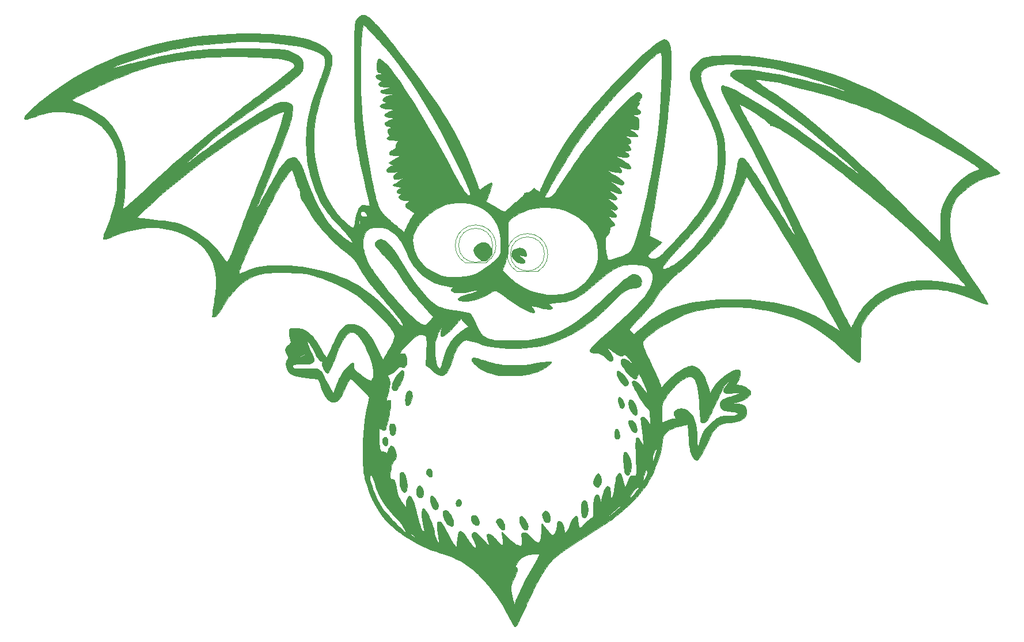
<source format=gbr>
%TF.GenerationSoftware,KiCad,Pcbnew,(5.1.9)-1*%
%TF.CreationDate,2021-04-10T08:00:10+02:00*%
%TF.ProjectId,Fledermaus3,466c6564-6572-46d6-9175-73332e6b6963,rev?*%
%TF.SameCoordinates,Original*%
%TF.FileFunction,Legend,Top*%
%TF.FilePolarity,Positive*%
%FSLAX46Y46*%
G04 Gerber Fmt 4.6, Leading zero omitted, Abs format (unit mm)*
G04 Created by KiCad (PCBNEW (5.1.9)-1) date 2021-04-10 08:00:10*
%MOMM*%
%LPD*%
G01*
G04 APERTURE LIST*
%ADD10C,0.010000*%
%ADD11C,0.120000*%
G04 APERTURE END LIST*
D10*
%TO.C,G\u002A\u002A\u002A*%
G36*
X-21360942Y41450554D02*
G01*
X-21079002Y41332911D01*
X-20774308Y41136129D01*
X-20680825Y41064123D01*
X-20442788Y40859147D01*
X-20163407Y40589977D01*
X-19841930Y40255762D01*
X-19477605Y39855651D01*
X-19069679Y39388792D01*
X-18617401Y38854334D01*
X-18120018Y38251427D01*
X-17576777Y37579219D01*
X-17350393Y37295666D01*
X-16375405Y36062905D01*
X-15457620Y34886228D01*
X-14594417Y33761805D01*
X-13783180Y32685804D01*
X-13021291Y31654392D01*
X-12306132Y30663738D01*
X-11635084Y29710011D01*
X-11005530Y28789377D01*
X-10414852Y27898006D01*
X-9860431Y27032065D01*
X-9339650Y26187723D01*
X-8849891Y25361148D01*
X-8388535Y24548507D01*
X-7952966Y23745970D01*
X-7540564Y22949704D01*
X-7516646Y22902333D01*
X-7079753Y22015532D01*
X-6669572Y21139310D01*
X-6279397Y20257654D01*
X-5902524Y19354551D01*
X-5532247Y18413986D01*
X-5161861Y17419947D01*
X-4827677Y16480120D01*
X-4755468Y16278859D01*
X-4688339Y16102386D01*
X-4633350Y15968562D01*
X-4597558Y15895250D01*
X-4595204Y15891794D01*
X-4549023Y15851069D01*
X-4485008Y15842319D01*
X-4393596Y15869723D01*
X-4265225Y15937460D01*
X-4090335Y16049708D01*
X-3859361Y16210648D01*
X-3849437Y16217718D01*
X-3578189Y16403547D01*
X-3327100Y16561119D01*
X-3106939Y16684495D01*
X-2928478Y16767733D01*
X-2802490Y16804895D01*
X-2782088Y16806300D01*
X-2704962Y16774356D01*
X-2681705Y16741261D01*
X-2676935Y16650591D01*
X-2701582Y16492487D01*
X-2752660Y16277735D01*
X-2827184Y16017121D01*
X-2922165Y15721431D01*
X-3034618Y15401452D01*
X-3104193Y15215458D01*
X-3197808Y14967812D01*
X-3285303Y14731263D01*
X-3360184Y14523749D01*
X-3415958Y14363206D01*
X-3442039Y14282070D01*
X-3506042Y14064974D01*
X-2546771Y13479190D01*
X-2173428Y13252427D01*
X-1863806Y13067487D01*
X-1610370Y12920470D01*
X-1405581Y12807479D01*
X-1241903Y12724612D01*
X-1111797Y12667972D01*
X-1007727Y12633658D01*
X-922155Y12617772D01*
X-877178Y12615464D01*
X-791130Y12622665D01*
X-713419Y12652494D01*
X-624677Y12717049D01*
X-505538Y12828431D01*
X-453844Y12879943D01*
X-268491Y13060941D01*
X-66927Y13246622D01*
X163129Y13447657D01*
X433956Y13674715D01*
X757837Y13938468D01*
X846667Y14009891D01*
X1168548Y14275139D01*
X1447053Y14518865D01*
X1652545Y14712787D01*
X5071528Y14712787D01*
X5087073Y14684374D01*
X5213299Y14636717D01*
X5389002Y14611357D01*
X5580909Y14612676D01*
X5609768Y14615529D01*
X5729392Y14641216D01*
X5853913Y14694299D01*
X5986583Y14778800D01*
X6130655Y14898739D01*
X6289383Y15058138D01*
X6466018Y15261017D01*
X6663815Y15511398D01*
X6886026Y15813303D01*
X7135905Y16170751D01*
X7416703Y16587764D01*
X7731676Y17068364D01*
X8084074Y17616572D01*
X8255375Y17885833D01*
X8576816Y18389813D01*
X8864978Y18835461D01*
X9129666Y19237333D01*
X9380685Y19609982D01*
X9627838Y19967962D01*
X9880932Y20325827D01*
X10149770Y20698133D01*
X10151858Y20701000D01*
X10637162Y21357255D01*
X11143658Y22023473D01*
X11666970Y22694735D01*
X12202716Y23366120D01*
X12746518Y24032710D01*
X13293996Y24689585D01*
X13484343Y24913166D01*
X17060334Y24913166D01*
X17081500Y24892000D01*
X17102667Y24913166D01*
X17081500Y24934333D01*
X17060334Y24913166D01*
X13484343Y24913166D01*
X13840771Y25331825D01*
X14382464Y25954510D01*
X14914695Y26552722D01*
X15433084Y27121540D01*
X15933253Y27656045D01*
X16410822Y28151318D01*
X16861412Y28602439D01*
X17280643Y29004487D01*
X17664136Y29352545D01*
X18007511Y29641692D01*
X18306389Y29867008D01*
X18319511Y29876113D01*
X18565816Y30028870D01*
X18768821Y30113918D01*
X18935598Y30131602D01*
X19073216Y30082265D01*
X19188745Y29966252D01*
X19219273Y29919946D01*
X19290695Y29724513D01*
X19292009Y29499576D01*
X19226023Y29258658D01*
X19095548Y29015282D01*
X19006582Y28896385D01*
X18899730Y28760152D01*
X18848995Y28674536D01*
X18850829Y28630081D01*
X18901681Y28617333D01*
X18901834Y28617333D01*
X18957255Y28588629D01*
X18954856Y28507437D01*
X18896679Y28381142D01*
X18794552Y28230001D01*
X18669268Y28053238D01*
X18603832Y27921165D01*
X18600435Y27816467D01*
X18661271Y27721830D01*
X18788532Y27619942D01*
X18879415Y27559803D01*
X19052645Y27422061D01*
X19143725Y27284738D01*
X19151755Y27149705D01*
X19115240Y27068880D01*
X19007508Y26960628D01*
X18841471Y26882233D01*
X18608858Y26830843D01*
X18354548Y26806374D01*
X17976595Y26784397D01*
X18291048Y26625416D01*
X18518179Y26499011D01*
X18686596Y26371719D01*
X18804314Y26228347D01*
X18879345Y26053700D01*
X18919704Y25832584D01*
X18933403Y25549805D01*
X18933124Y25408016D01*
X18926579Y25167725D01*
X18911884Y24993285D01*
X18886636Y24866076D01*
X18851177Y24773016D01*
X18774834Y24616833D01*
X18457334Y24623660D01*
X18230544Y24642580D01*
X17954667Y24687813D01*
X17659329Y24754482D01*
X17653000Y24756111D01*
X17462835Y24804093D01*
X17305318Y24841774D01*
X17196873Y24865371D01*
X17153943Y24871115D01*
X17184051Y24847701D01*
X17275104Y24790811D01*
X17414131Y24708254D01*
X17588157Y24607838D01*
X17645421Y24575302D01*
X18001690Y24365338D01*
X18291329Y24177028D01*
X18512083Y24012281D01*
X18661699Y23873004D01*
X18737919Y23761103D01*
X18738491Y23678487D01*
X18725529Y23661596D01*
X18636323Y23620831D01*
X18474165Y23597477D01*
X18248993Y23591697D01*
X17970746Y23603650D01*
X17649362Y23633499D01*
X17570741Y23642868D01*
X17355233Y23667982D01*
X17171110Y23686437D01*
X17033955Y23696901D01*
X16959354Y23698043D01*
X16950712Y23695823D01*
X16972988Y23665970D01*
X17052148Y23609282D01*
X17156177Y23546650D01*
X17363187Y23406496D01*
X17531225Y23247112D01*
X17653663Y23080375D01*
X17723874Y22918163D01*
X17735231Y22772353D01*
X17681104Y22654825D01*
X17663584Y22637310D01*
X17572605Y22585051D01*
X17447595Y22544779D01*
X17430750Y22541370D01*
X17328975Y22513457D01*
X17274746Y22480992D01*
X17272000Y22473343D01*
X17298525Y22423272D01*
X17367027Y22334200D01*
X17435324Y22255804D01*
X17574033Y22091478D01*
X17655980Y21959696D01*
X17691613Y21841509D01*
X17695334Y21784259D01*
X17672370Y21690046D01*
X17597340Y21619425D01*
X17461034Y21568109D01*
X17254241Y21531809D01*
X17123834Y21518155D01*
X16742834Y21484166D01*
X17049519Y21279986D01*
X17264973Y21125271D01*
X17405357Y20995442D01*
X17474334Y20884241D01*
X17475565Y20785410D01*
X17412711Y20692690D01*
X17400091Y20680820D01*
X17287478Y20625363D01*
X17105600Y20593041D01*
X16866778Y20584362D01*
X16583334Y20599839D01*
X16298334Y20635142D01*
X16002775Y20681039D01*
X15788863Y20712341D01*
X15654305Y20725539D01*
X15596811Y20717122D01*
X15614089Y20683580D01*
X15703847Y20621404D01*
X15863793Y20527082D01*
X16091636Y20397104D01*
X16129000Y20375760D01*
X16530348Y20141253D01*
X16860529Y19936700D01*
X17125685Y19757532D01*
X17331958Y19599181D01*
X17485489Y19457078D01*
X17592420Y19326654D01*
X17635084Y19255381D01*
X17688699Y19100396D01*
X17671234Y18985352D01*
X17586452Y18910610D01*
X17438116Y18876531D01*
X17229993Y18883474D01*
X16965844Y18931800D01*
X16649436Y19021871D01*
X16342149Y19131545D01*
X16184849Y19189749D01*
X16060161Y19231262D01*
X15986877Y19250036D01*
X15975703Y19249480D01*
X15989770Y19209699D01*
X16043748Y19124722D01*
X16101040Y19046053D01*
X16257186Y18823121D01*
X16351613Y18642432D01*
X16382310Y18502846D01*
X16347264Y18403225D01*
X16244465Y18342429D01*
X16071900Y18319320D01*
X15827557Y18332758D01*
X15509424Y18381604D01*
X15115490Y18464719D01*
X15086289Y18471496D01*
X14775744Y18543250D01*
X14539543Y18596132D01*
X14369863Y18631692D01*
X14258880Y18651479D01*
X14198772Y18657041D01*
X14181667Y18650592D01*
X14216450Y18622172D01*
X14313594Y18557771D01*
X14462292Y18464005D01*
X14651735Y18347495D01*
X14871115Y18214857D01*
X15109624Y18072710D01*
X15356455Y17927671D01*
X15470283Y17861534D01*
X15736702Y17699326D01*
X15991304Y17529507D01*
X16220622Y17362227D01*
X16411187Y17207636D01*
X16549531Y17075883D01*
X16606372Y17005332D01*
X16672475Y16841534D01*
X16655722Y16683084D01*
X16613433Y16604086D01*
X16559010Y16549500D01*
X16482578Y16518732D01*
X16375783Y16513377D01*
X16230275Y16535031D01*
X16037702Y16585291D01*
X15789712Y16665753D01*
X15477953Y16778013D01*
X15245858Y16865472D01*
X15050980Y16937862D01*
X14886011Y16995527D01*
X14766153Y17033423D01*
X14706606Y17046505D01*
X14703133Y17045577D01*
X14724406Y17013722D01*
X14799386Y16950900D01*
X14887775Y16887394D01*
X15207631Y16657924D01*
X15502448Y16423278D01*
X15764687Y16191157D01*
X15986808Y15969256D01*
X16161270Y15765273D01*
X16280534Y15586908D01*
X16337060Y15441856D01*
X16340667Y15404091D01*
X16318108Y15302416D01*
X16247376Y15242185D01*
X16123885Y15223698D01*
X15943053Y15247259D01*
X15700295Y15313170D01*
X15391027Y15421734D01*
X15250645Y15475995D01*
X14965847Y15586728D01*
X14713392Y15681753D01*
X14501947Y15758063D01*
X14340182Y15812652D01*
X14236762Y15842514D01*
X14200357Y15844643D01*
X14204408Y15838854D01*
X14254446Y15801537D01*
X14359188Y15728620D01*
X14502647Y15631100D01*
X14647334Y15534251D01*
X14914351Y15345724D01*
X15154502Y15154945D01*
X15356317Y14972383D01*
X15508324Y14808506D01*
X15599053Y14673782D01*
X15605333Y14659941D01*
X15637629Y14508150D01*
X15605008Y14381311D01*
X15514074Y14298223D01*
X15473221Y14283814D01*
X15352418Y14280127D01*
X15169399Y14309437D01*
X14938387Y14368340D01*
X14673609Y14453428D01*
X14503389Y14516042D01*
X14355728Y14568846D01*
X14243773Y14601159D01*
X14185821Y14607991D01*
X14181667Y14603804D01*
X14212510Y14562963D01*
X14295186Y14483607D01*
X14414918Y14379481D01*
X14484885Y14321758D01*
X14653275Y14184749D01*
X14855211Y14019799D01*
X15058943Y13852864D01*
X15159814Y13769973D01*
X15416929Y13540764D01*
X15596839Y13340091D01*
X15699302Y13168596D01*
X15724075Y13026924D01*
X15670916Y12915718D01*
X15539582Y12835621D01*
X15515001Y12826945D01*
X15336437Y12802004D01*
X15121350Y12836010D01*
X14861184Y12930674D01*
X14758562Y12978130D01*
X14541500Y13083096D01*
X14752438Y12902131D01*
X15026372Y12661977D01*
X15237561Y12463853D01*
X15391996Y12300354D01*
X15495669Y12164076D01*
X15554573Y12047616D01*
X15574699Y11943569D01*
X15571555Y11889954D01*
X15537224Y11805746D01*
X15457266Y11754816D01*
X15322822Y11735746D01*
X15125035Y11747117D01*
X14892026Y11781097D01*
X14712527Y11810001D01*
X14566828Y11830205D01*
X14473230Y11839366D01*
X14448464Y11837908D01*
X14468861Y11802423D01*
X14536417Y11718169D01*
X14640316Y11598076D01*
X14758622Y11467140D01*
X14993581Y11200646D01*
X15163722Y10981117D01*
X15271459Y10804057D01*
X15319206Y10664968D01*
X15309377Y10559354D01*
X15273867Y10507133D01*
X15195495Y10468793D01*
X15107289Y10456333D01*
X14924468Y10432735D01*
X14788115Y10356614D01*
X14691654Y10219985D01*
X14628510Y10014860D01*
X14602451Y9843090D01*
X14544569Y9522625D01*
X14451434Y9277977D01*
X14323311Y9109739D01*
X14254221Y9059066D01*
X14145383Y8973987D01*
X14066464Y8876251D01*
X14059565Y8862678D01*
X14006488Y8688711D01*
X13971281Y8448327D01*
X13955132Y8158116D01*
X13959234Y7834669D01*
X13971536Y7636191D01*
X13994506Y7399476D01*
X14027218Y7129297D01*
X14067045Y6841763D01*
X14111358Y6552986D01*
X14157530Y6279075D01*
X14202935Y6036140D01*
X14244944Y5840291D01*
X14280930Y5707640D01*
X14290156Y5682581D01*
X14339254Y5589166D01*
X14403832Y5524517D01*
X14493187Y5489026D01*
X14616613Y5483087D01*
X14783404Y5507090D01*
X15002854Y5561427D01*
X15284260Y5646491D01*
X15557500Y5736013D01*
X16031265Y5898378D01*
X16431395Y6045799D01*
X16766414Y6183784D01*
X17044847Y6317841D01*
X17275217Y6453477D01*
X17466050Y6596200D01*
X17625869Y6751518D01*
X17763199Y6924937D01*
X17886565Y7121966D01*
X17982033Y7302500D01*
X18139008Y7648698D01*
X18305311Y8074262D01*
X18479872Y8574529D01*
X18661622Y9144841D01*
X18849491Y9780535D01*
X19042411Y10476952D01*
X19239313Y11229429D01*
X19439127Y12033307D01*
X19640784Y12883925D01*
X19843215Y13776622D01*
X20045350Y14706737D01*
X20246121Y15669610D01*
X20444459Y16660579D01*
X20639294Y17674984D01*
X20829556Y18708164D01*
X21014178Y19755458D01*
X21192089Y20812206D01*
X21362221Y21873747D01*
X21439217Y22373166D01*
X21663949Y23991496D01*
X21856607Y25679409D01*
X22016460Y27427839D01*
X22142775Y29227720D01*
X22234824Y31069983D01*
X22291875Y32945562D01*
X22292102Y32956500D01*
X22300426Y33554699D01*
X22299696Y34096714D01*
X22290168Y34578929D01*
X22272101Y34997731D01*
X22245751Y35349503D01*
X22211376Y35630633D01*
X22169233Y35837505D01*
X22119579Y35966504D01*
X22074720Y36011169D01*
X21983332Y36004064D01*
X21837559Y35933414D01*
X21637320Y35799143D01*
X21382532Y35601181D01*
X21073113Y35339454D01*
X20708980Y35013890D01*
X20290051Y34624416D01*
X19816244Y34170959D01*
X19287476Y33653448D01*
X18703665Y33071808D01*
X18435223Y32801505D01*
X17036634Y31364335D01*
X15717030Y29957399D01*
X14476340Y28580616D01*
X13314495Y27233906D01*
X12231425Y25917187D01*
X11227060Y24630380D01*
X10328158Y23410956D01*
X10069427Y23041069D01*
X9774682Y22605419D01*
X9449048Y22112239D01*
X9097652Y21569766D01*
X8725621Y20986234D01*
X8338079Y20369879D01*
X7940154Y19728936D01*
X7536972Y19071640D01*
X7133659Y18406226D01*
X6735341Y17740930D01*
X6347145Y17083986D01*
X5974196Y16443630D01*
X5768950Y16086666D01*
X5561624Y15722003D01*
X5395153Y15423663D01*
X5266562Y15185533D01*
X5172878Y15001496D01*
X5111127Y14865436D01*
X5078335Y14771238D01*
X5071528Y14712787D01*
X1652545Y14712787D01*
X1677234Y14736085D01*
X1854146Y14921817D01*
X1972843Y15071077D01*
X2028377Y15178882D01*
X2032000Y15204067D01*
X2037155Y15267892D01*
X2062892Y15310843D01*
X2124619Y15339560D01*
X2237742Y15360684D01*
X2417670Y15380853D01*
X2449623Y15384034D01*
X2741945Y15446911D01*
X2985666Y15576208D01*
X3191506Y15777933D01*
X3220933Y15816372D01*
X3337973Y15956173D01*
X3433540Y16032472D01*
X3474345Y16044333D01*
X3540863Y16016548D01*
X3649088Y15941980D01*
X3780952Y15833813D01*
X3855361Y15766323D01*
X4006115Y15633307D01*
X4128191Y15542541D01*
X4209296Y15502826D01*
X4224102Y15502239D01*
X4258043Y15515057D01*
X4293111Y15546192D01*
X4333967Y15604727D01*
X4385276Y15699750D01*
X4451701Y15840346D01*
X4537906Y16035600D01*
X4648553Y16294599D01*
X4730490Y16488833D01*
X5159940Y17455950D01*
X5649889Y18462706D01*
X6193424Y19497514D01*
X6783634Y20548787D01*
X7413607Y21604937D01*
X8076430Y22654376D01*
X8765191Y23685518D01*
X9472978Y24686773D01*
X10192880Y25646556D01*
X10194008Y25648013D01*
X10689366Y26274008D01*
X11243145Y26948060D01*
X11849240Y27663417D01*
X12501543Y28413324D01*
X13193947Y29191026D01*
X13920344Y29989770D01*
X14674629Y30802800D01*
X15450694Y31623362D01*
X16242432Y32444703D01*
X17043736Y33260068D01*
X17396137Y33613568D01*
X18010107Y34223023D01*
X18571920Y34772641D01*
X19085623Y35265912D01*
X19555261Y35706321D01*
X19984878Y36097357D01*
X20378520Y36442508D01*
X20740233Y36745260D01*
X21074060Y37009103D01*
X21384048Y37237523D01*
X21674241Y37434008D01*
X21948685Y37602047D01*
X22152928Y37714828D01*
X22420101Y37834298D01*
X22642705Y37886794D01*
X22826910Y37873123D01*
X22945831Y37818436D01*
X23095762Y37705127D01*
X23222789Y37576498D01*
X23328888Y37424862D01*
X23416034Y37242530D01*
X23486205Y37021816D01*
X23541376Y36755031D01*
X23583524Y36434488D01*
X23614625Y36052500D01*
X23636657Y35601379D01*
X23651594Y35073437D01*
X23651600Y35073166D01*
X23657112Y34253570D01*
X23640912Y33355727D01*
X23603394Y32383121D01*
X23544954Y31339235D01*
X23465987Y30227551D01*
X23366888Y29051554D01*
X23248053Y27814726D01*
X23109876Y26520550D01*
X22952754Y25172510D01*
X22777081Y23774088D01*
X22583254Y22328767D01*
X22371666Y20840030D01*
X22142713Y19311361D01*
X21896791Y17746243D01*
X21634296Y16148158D01*
X21355621Y14520590D01*
X21252628Y13934977D01*
X21154761Y13379669D01*
X21058167Y12826516D01*
X20964191Y12283531D01*
X20874179Y11758724D01*
X20789475Y11260107D01*
X20711426Y10795690D01*
X20641377Y10373486D01*
X20580672Y10001504D01*
X20530658Y9687757D01*
X20492679Y9440256D01*
X20468080Y9267012D01*
X20465869Y9249833D01*
X20439100Y9038166D01*
X21003967Y8736412D01*
X21238753Y8611270D01*
X21481869Y8482167D01*
X21707383Y8362846D01*
X21889362Y8267048D01*
X21918084Y8252008D01*
X22069611Y8170264D01*
X22187360Y8101976D01*
X22254878Y8056937D01*
X22264665Y8045763D01*
X22233264Y8011336D01*
X22148671Y7932519D01*
X22022323Y7819623D01*
X21865653Y7682957D01*
X21792452Y7620000D01*
X21410430Y7290259D01*
X21090924Y7008379D01*
X20829847Y6769952D01*
X20623110Y6570566D01*
X20466625Y6405812D01*
X20356306Y6271278D01*
X20288063Y6162556D01*
X20257810Y6075235D01*
X20261458Y6004905D01*
X20271989Y5979608D01*
X20330558Y5917371D01*
X20438632Y5837549D01*
X20539271Y5776552D01*
X20683496Y5705437D01*
X20813612Y5667718D01*
X20969527Y5653942D01*
X21060834Y5653043D01*
X21215483Y5661144D01*
X21363656Y5687795D01*
X21512620Y5738094D01*
X21669642Y5817139D01*
X21841989Y5930028D01*
X22036929Y6081859D01*
X22261728Y6277729D01*
X22523654Y6522738D01*
X22829974Y6821983D01*
X23072527Y7064266D01*
X23666695Y7673276D01*
X24265225Y8309196D01*
X24860089Y8962534D01*
X25443258Y9623797D01*
X26006703Y10283493D01*
X26542395Y10932129D01*
X27042305Y11560212D01*
X27498405Y12158250D01*
X27902664Y12716750D01*
X28115242Y13026306D01*
X28673222Y13911173D01*
X29149797Y14781693D01*
X29546428Y15640887D01*
X29864575Y16491778D01*
X29993851Y16912166D01*
X30145370Y17519200D01*
X30273727Y18188544D01*
X30377129Y18900585D01*
X30453781Y19635707D01*
X30501891Y20374296D01*
X30519665Y21096738D01*
X30505310Y21783418D01*
X30477681Y22203833D01*
X30439105Y22576690D01*
X30387038Y22942348D01*
X30319116Y23306899D01*
X30232975Y23676439D01*
X30126251Y24057062D01*
X29996582Y24454861D01*
X29841603Y24875931D01*
X29658951Y25326366D01*
X29446263Y25812260D01*
X29201173Y26339708D01*
X28921320Y26914803D01*
X28604339Y27543640D01*
X28247866Y28232313D01*
X27849539Y28986916D01*
X27839615Y29005566D01*
X27517684Y29618333D01*
X27239854Y30165602D01*
X27004488Y30653123D01*
X26809950Y31086649D01*
X26654602Y31471929D01*
X26536807Y31814714D01*
X26454927Y32120755D01*
X26407326Y32395804D01*
X26392365Y32645610D01*
X26408408Y32875925D01*
X26453818Y33092500D01*
X26526957Y33301084D01*
X26582198Y33422213D01*
X26708258Y33631236D01*
X26890663Y33871075D01*
X27114420Y34126945D01*
X27364537Y34384062D01*
X27626021Y34627640D01*
X27883880Y34842895D01*
X28123121Y35015042D01*
X28299834Y35116045D01*
X28461747Y35185996D01*
X28638181Y35245636D01*
X28841512Y35297454D01*
X29084120Y35343934D01*
X29378382Y35387562D01*
X29736677Y35430826D01*
X30014334Y35460397D01*
X30336469Y35486705D01*
X30728101Y35507769D01*
X31174223Y35523582D01*
X31659827Y35534138D01*
X32169904Y35539432D01*
X32689448Y35539458D01*
X33203452Y35534208D01*
X33696906Y35523679D01*
X34154805Y35507862D01*
X34562140Y35486753D01*
X34882667Y35462345D01*
X36398488Y35296373D01*
X37952600Y35077258D01*
X39530184Y34808367D01*
X41116421Y34493063D01*
X42696494Y34134711D01*
X44255584Y33736675D01*
X45778873Y33302320D01*
X47251542Y32835010D01*
X48658774Y32338109D01*
X48683334Y32328944D01*
X49679362Y31944397D01*
X50680888Y31532318D01*
X51691799Y31090524D01*
X52715984Y30616834D01*
X53757330Y30109063D01*
X54819727Y29565031D01*
X55907062Y28982554D01*
X57023225Y28359449D01*
X58172102Y27693535D01*
X59357583Y26982628D01*
X60583555Y26224547D01*
X61853908Y25417108D01*
X63172528Y24558129D01*
X64543306Y23645428D01*
X65970128Y22676822D01*
X66378667Y22396359D01*
X67113997Y21888755D01*
X67806112Y21407704D01*
X68452844Y20954801D01*
X69052027Y20531637D01*
X69601494Y20139807D01*
X70099078Y19780902D01*
X70542611Y19456517D01*
X70929928Y19168243D01*
X71258860Y18917675D01*
X71527242Y18706406D01*
X71732905Y18536028D01*
X71873684Y18408135D01*
X71947410Y18324319D01*
X71958366Y18294316D01*
X71904926Y18224243D01*
X71769489Y18142962D01*
X71553877Y18051223D01*
X71259911Y17949774D01*
X70889411Y17839365D01*
X70776066Y17807999D01*
X70303568Y17673163D01*
X69891980Y17541493D01*
X69518362Y17404419D01*
X69159774Y17253373D01*
X68793277Y17079784D01*
X68695791Y17030879D01*
X67919108Y16592913D01*
X67199708Y16094191D01*
X66531860Y15530499D01*
X66164683Y15170904D01*
X65755645Y14708646D01*
X65419755Y14237735D01*
X65150213Y13744304D01*
X64940220Y13214483D01*
X64782976Y12634404D01*
X64699255Y12182041D01*
X64667496Y11910580D01*
X64644242Y11574094D01*
X64629482Y11191795D01*
X64623210Y10782894D01*
X64625415Y10366603D01*
X64636090Y9962135D01*
X64655225Y9588702D01*
X64682813Y9265516D01*
X64700620Y9122833D01*
X64798977Y8557813D01*
X64930790Y8018972D01*
X65102838Y7485470D01*
X65321900Y6936466D01*
X65594753Y6351120D01*
X65616332Y6307666D01*
X65712421Y6116851D01*
X65806960Y5934094D01*
X65903427Y5753942D01*
X66005300Y5570938D01*
X66116059Y5379629D01*
X66239180Y5174558D01*
X66378144Y4950271D01*
X66536427Y4701311D01*
X66717509Y4422225D01*
X66924868Y4107556D01*
X67161983Y3751850D01*
X67432331Y3349651D01*
X67739392Y2895504D01*
X68086643Y2383954D01*
X68477564Y1809546D01*
X68585579Y1651000D01*
X68919916Y1156718D01*
X69221438Y703560D01*
X69487943Y295082D01*
X69717228Y-65157D01*
X69907090Y-373600D01*
X70055327Y-626690D01*
X70159735Y-820868D01*
X70218112Y-952577D01*
X70230405Y-1005417D01*
X70195745Y-1044458D01*
X70090046Y-1046479D01*
X69912669Y-1011279D01*
X69662975Y-938654D01*
X69340324Y-828402D01*
X68944078Y-680320D01*
X68473598Y-494207D01*
X67985745Y-293844D01*
X67303015Y-14219D01*
X66684270Y228065D01*
X66118871Y435665D01*
X65596181Y611240D01*
X65105563Y757447D01*
X64636377Y876946D01*
X64177987Y972394D01*
X63719756Y1046449D01*
X63251044Y1101769D01*
X62761215Y1141013D01*
X62239630Y1166839D01*
X62124167Y1170836D01*
X61029720Y1173870D01*
X59979350Y1111158D01*
X58974777Y983183D01*
X58017718Y790431D01*
X57109891Y533387D01*
X56253014Y212537D01*
X55448807Y-171635D01*
X54698987Y-618643D01*
X54017334Y-1118220D01*
X53622850Y-1463862D01*
X53236914Y-1851870D01*
X52868663Y-2269876D01*
X52527236Y-2705511D01*
X52221774Y-3146407D01*
X51961413Y-3580193D01*
X51755293Y-3994503D01*
X51614598Y-4370141D01*
X51599526Y-4431182D01*
X51586482Y-4511519D01*
X51575213Y-4618074D01*
X51565472Y-4757764D01*
X51557006Y-4937509D01*
X51549567Y-5164229D01*
X51542904Y-5444844D01*
X51536768Y-5786274D01*
X51530908Y-6195436D01*
X51525074Y-6679252D01*
X51522409Y-6921500D01*
X51516624Y-7445813D01*
X51511043Y-7892042D01*
X51505078Y-8266768D01*
X51498144Y-8576570D01*
X51489653Y-8828027D01*
X51479018Y-9027720D01*
X51465652Y-9182229D01*
X51448968Y-9298131D01*
X51428381Y-9382009D01*
X51403302Y-9440440D01*
X51373144Y-9480005D01*
X51337322Y-9507284D01*
X51295248Y-9528856D01*
X51289617Y-9531434D01*
X51215517Y-9552945D01*
X51132456Y-9542410D01*
X51013405Y-9494705D01*
X50959326Y-9468814D01*
X50854224Y-9411698D01*
X50735104Y-9334934D01*
X50595898Y-9233455D01*
X50430543Y-9102195D01*
X50232972Y-8936088D01*
X49997121Y-8730065D01*
X49716922Y-8479062D01*
X49386311Y-8178010D01*
X49109666Y-7923745D01*
X48841555Y-7677747D01*
X48565444Y-7426458D01*
X48295227Y-7182378D01*
X48044795Y-6958004D01*
X47828041Y-6765834D01*
X47658858Y-6618366D01*
X47653591Y-6613843D01*
X46709050Y-5845828D01*
X45742569Y-5145279D01*
X44749435Y-4510287D01*
X43724936Y-3938949D01*
X42664357Y-3429357D01*
X41562986Y-2979607D01*
X40416110Y-2587793D01*
X39219015Y-2252009D01*
X37966989Y-1970349D01*
X36655318Y-1740908D01*
X35279290Y-1561780D01*
X35115500Y-1544193D01*
X34788616Y-1516056D01*
X34394899Y-1492292D01*
X33952084Y-1473204D01*
X33477906Y-1459094D01*
X32990102Y-1450266D01*
X32506405Y-1447023D01*
X32044552Y-1449667D01*
X31622279Y-1458504D01*
X31257320Y-1473834D01*
X31199667Y-1477270D01*
X30427863Y-1536905D01*
X29664908Y-1617463D01*
X28921392Y-1717025D01*
X28207903Y-1833670D01*
X27535031Y-1965477D01*
X26913366Y-2110528D01*
X26353497Y-2266900D01*
X25866014Y-2432675D01*
X25808282Y-2454906D01*
X25398059Y-2627737D01*
X24933491Y-2845265D01*
X24427209Y-3100396D01*
X23891846Y-3386036D01*
X23340034Y-3695091D01*
X22784406Y-4020467D01*
X22237594Y-4355070D01*
X21712231Y-4691806D01*
X21220949Y-5023580D01*
X21166667Y-5061475D01*
X20710939Y-5390076D01*
X20330517Y-5684695D01*
X20023809Y-5946780D01*
X19789225Y-6177781D01*
X19625175Y-6379148D01*
X19530066Y-6552329D01*
X19529825Y-6552961D01*
X19491080Y-6671956D01*
X19479506Y-6777142D01*
X19493594Y-6905851D01*
X19511735Y-7000203D01*
X19550964Y-7156971D01*
X19611624Y-7345251D01*
X19696461Y-7571540D01*
X19808220Y-7842336D01*
X19949648Y-8164135D01*
X20123489Y-8543435D01*
X20332489Y-8986734D01*
X20490686Y-9316826D01*
X20784141Y-9928643D01*
X21041340Y-10470867D01*
X21264759Y-10949189D01*
X21456875Y-11369302D01*
X21620166Y-11736899D01*
X21757109Y-12057673D01*
X21870180Y-12337316D01*
X21961856Y-12581521D01*
X22034616Y-12795980D01*
X22090936Y-12986387D01*
X22096553Y-13007310D01*
X22206259Y-13420453D01*
X22564209Y-12986143D01*
X23166112Y-12303806D01*
X23779124Y-11704306D01*
X24404775Y-11186359D01*
X25044595Y-10748678D01*
X25590500Y-10443933D01*
X25889769Y-10300766D01*
X26138559Y-10200240D01*
X26355852Y-10136585D01*
X26560630Y-10104033D01*
X26733500Y-10096500D01*
X27017189Y-10126615D01*
X27284153Y-10221049D01*
X27547285Y-10385934D01*
X27791631Y-10599780D01*
X27979559Y-10797978D01*
X28150434Y-11010247D01*
X28308505Y-11245442D01*
X28458022Y-11512418D01*
X28603233Y-11820028D01*
X28748387Y-12177127D01*
X28897732Y-12592570D01*
X29055518Y-13075211D01*
X29190457Y-13514917D01*
X29252284Y-13713819D01*
X29307897Y-13879686D01*
X29351974Y-13997566D01*
X29379193Y-14052506D01*
X29382535Y-14054667D01*
X29421697Y-14021108D01*
X29437584Y-13989581D01*
X29468569Y-13932951D01*
X29537593Y-13819581D01*
X29635975Y-13663342D01*
X29755032Y-13478101D01*
X29825294Y-13370237D01*
X30196154Y-12859660D01*
X30622653Y-12370391D01*
X31090490Y-11915471D01*
X31585368Y-11507939D01*
X32092989Y-11160835D01*
X32490834Y-10939309D01*
X32842699Y-10778872D01*
X33136719Y-10678319D01*
X33375574Y-10638334D01*
X33561944Y-10659595D01*
X33698507Y-10742783D01*
X33787944Y-10888579D01*
X33832935Y-11097664D01*
X33839421Y-11281834D01*
X33816168Y-11535771D01*
X33750992Y-11787905D01*
X33637385Y-12056061D01*
X33468836Y-12358063D01*
X33414368Y-12445657D01*
X33302743Y-12627759D01*
X33243884Y-12752685D01*
X33244149Y-12832489D01*
X33309895Y-12879224D01*
X33447478Y-12904943D01*
X33663254Y-12921699D01*
X33665508Y-12921842D01*
X34005394Y-12975263D01*
X34343867Y-13086496D01*
X34661948Y-13245492D01*
X34940661Y-13442202D01*
X35161027Y-13666578D01*
X35216455Y-13743082D01*
X35313364Y-13924129D01*
X35345725Y-14088580D01*
X35310463Y-14248850D01*
X35204503Y-14417357D01*
X35024771Y-14606516D01*
X34996076Y-14633043D01*
X34655589Y-14891859D01*
X34237782Y-15116577D01*
X33742588Y-15307227D01*
X33169939Y-15463839D01*
X33020000Y-15496567D01*
X32821704Y-15539317D01*
X32665325Y-15575777D01*
X32563017Y-15602885D01*
X32526932Y-15617578D01*
X32533167Y-15619272D01*
X32827190Y-15634479D01*
X33122091Y-15654943D01*
X33401576Y-15679069D01*
X33649347Y-15705263D01*
X33849109Y-15731929D01*
X33984566Y-15757474D01*
X34006159Y-15763402D01*
X34259425Y-15874743D01*
X34455426Y-16041313D01*
X34607931Y-16274981D01*
X34614083Y-16287452D01*
X34678543Y-16434838D01*
X34714873Y-16568920D01*
X34730429Y-16725751D01*
X34732897Y-16869834D01*
X34706231Y-17172437D01*
X34620140Y-17428762D01*
X34465384Y-17659795D01*
X34318508Y-17811047D01*
X34096074Y-17991153D01*
X33854128Y-18134309D01*
X33579887Y-18244677D01*
X33260565Y-18326420D01*
X32883379Y-18383701D01*
X32448500Y-18419925D01*
X32185998Y-18438215D01*
X31930647Y-18460994D01*
X31704036Y-18485984D01*
X31527753Y-18510907D01*
X31456402Y-18524588D01*
X31087788Y-18640043D01*
X30748313Y-18813909D01*
X30433194Y-19050852D01*
X30137646Y-19355539D01*
X29856885Y-19732635D01*
X29586124Y-20186806D01*
X29421018Y-20509473D01*
X29320662Y-20716159D01*
X29192342Y-20980415D01*
X29045086Y-21283651D01*
X28887921Y-21607280D01*
X28729874Y-21932712D01*
X28622796Y-22153183D01*
X28396869Y-22611794D01*
X28199342Y-22996096D01*
X28026324Y-23310046D01*
X27873922Y-23557600D01*
X27738245Y-23742717D01*
X27615400Y-23869354D01*
X27501496Y-23941467D01*
X27392640Y-23963014D01*
X27284940Y-23937951D01*
X27174504Y-23870237D01*
X27057440Y-23763828D01*
X27048106Y-23754212D01*
X26928109Y-23609087D01*
X26802682Y-23424792D01*
X26698437Y-23240525D01*
X26696024Y-23235629D01*
X26605002Y-23032152D01*
X26525790Y-22813186D01*
X26457066Y-22570357D01*
X26397508Y-22295290D01*
X26345791Y-21979611D01*
X26300594Y-21614947D01*
X26260595Y-21192924D01*
X26224470Y-20705167D01*
X26190896Y-20143303D01*
X26182408Y-19983784D01*
X26165525Y-19668061D01*
X26149310Y-19380788D01*
X26134430Y-19132550D01*
X26121551Y-18933936D01*
X26111337Y-18795531D01*
X26104454Y-18727922D01*
X26103137Y-18723026D01*
X26058085Y-18726139D01*
X25945179Y-18745983D01*
X25778856Y-18779377D01*
X25573555Y-18823137D01*
X25343714Y-18874084D01*
X25103769Y-18929036D01*
X24868160Y-18984810D01*
X24651324Y-19038226D01*
X24524696Y-19070858D01*
X24099123Y-19206199D01*
X23700641Y-19377722D01*
X23339910Y-19578379D01*
X23027587Y-19801123D01*
X22774334Y-20038906D01*
X22590810Y-20284680D01*
X22539380Y-20383500D01*
X22485836Y-20533131D01*
X22443844Y-20726839D01*
X22410148Y-20981343D01*
X22397597Y-21111389D01*
X22318521Y-21725963D01*
X22185696Y-22387212D01*
X21998146Y-23098755D01*
X21754899Y-23864214D01*
X21454980Y-24687208D01*
X21391788Y-24849667D01*
X21066185Y-25631706D01*
X20724257Y-26354910D01*
X20357339Y-27032219D01*
X19956767Y-27676573D01*
X19513875Y-28300911D01*
X19020001Y-28918176D01*
X18466479Y-29541306D01*
X17844645Y-30183242D01*
X17773146Y-30254131D01*
X17362929Y-30652628D01*
X16981703Y-31007458D01*
X16604952Y-31340571D01*
X16208156Y-31673915D01*
X15980834Y-31858595D01*
X15715434Y-32070417D01*
X15462927Y-32267911D01*
X15215144Y-32456731D01*
X14963918Y-32642533D01*
X14701080Y-32830970D01*
X14418463Y-33027698D01*
X14107899Y-33238371D01*
X13761219Y-33468642D01*
X13370257Y-33724168D01*
X12926844Y-34010602D01*
X12422811Y-34333599D01*
X12202980Y-34473928D01*
X11442679Y-34959625D01*
X10750447Y-35403705D01*
X10122323Y-35809052D01*
X9554348Y-36178549D01*
X9042561Y-36515081D01*
X8583003Y-36821531D01*
X8171713Y-37100783D01*
X7804731Y-37355721D01*
X7478098Y-37589228D01*
X7187853Y-37804188D01*
X6930035Y-38003485D01*
X6700686Y-38190003D01*
X6495845Y-38366626D01*
X6311551Y-38536236D01*
X6143846Y-38701719D01*
X5988768Y-38865957D01*
X5842358Y-39031835D01*
X5700655Y-39202236D01*
X5687414Y-39218616D01*
X5498982Y-39464076D01*
X5282614Y-39765714D01*
X5050526Y-40105167D01*
X4814931Y-40464069D01*
X4588044Y-40824059D01*
X4382080Y-41166771D01*
X4319613Y-41275000D01*
X4150127Y-41581158D01*
X3953987Y-41950650D01*
X3738240Y-42369138D01*
X3509936Y-42822287D01*
X3276124Y-43295762D01*
X3043852Y-43775226D01*
X2820170Y-44246342D01*
X2612126Y-44694776D01*
X2426769Y-45106191D01*
X2352608Y-45275500D01*
X2209120Y-45602332D01*
X2053420Y-45949508D01*
X1890239Y-46307107D01*
X1724311Y-46665203D01*
X1560366Y-47013874D01*
X1403137Y-47343197D01*
X1257356Y-47643248D01*
X1127754Y-47904104D01*
X1019063Y-48115842D01*
X936016Y-48268538D01*
X889243Y-48344326D01*
X808285Y-48438254D01*
X735287Y-48462829D01*
X650773Y-48417435D01*
X565286Y-48334084D01*
X505885Y-48267902D01*
X450476Y-48198025D01*
X393324Y-48114352D01*
X328695Y-48006783D01*
X250854Y-47865218D01*
X154066Y-47679557D01*
X32599Y-47439699D01*
X-119284Y-47135544D01*
X-148263Y-47077276D01*
X-561744Y-46289320D01*
X-1020507Y-45494282D01*
X-1516492Y-44703190D01*
X-2041640Y-43927069D01*
X-2587890Y-43176945D01*
X-2865115Y-42823482D01*
X89865Y-42823482D01*
X115662Y-43136892D01*
X173240Y-43510643D01*
X263298Y-43950531D01*
X383389Y-44450000D01*
X447275Y-44700667D01*
X493782Y-44880766D01*
X526189Y-45001835D01*
X547772Y-45075415D01*
X561807Y-45113047D01*
X571573Y-45126269D01*
X575724Y-45127334D01*
X601636Y-45092938D01*
X651620Y-45004552D01*
X692142Y-44926250D01*
X738053Y-44829069D01*
X810794Y-44668173D01*
X904085Y-44457774D01*
X1011647Y-44212083D01*
X1127200Y-43945308D01*
X1183206Y-43815000D01*
X1694121Y-42674751D01*
X2221846Y-41601065D01*
X2775640Y-40576176D01*
X3364763Y-39582318D01*
X3510922Y-39348834D01*
X3674905Y-39081418D01*
X3832144Y-38810043D01*
X3976063Y-38547450D01*
X4100085Y-38306381D01*
X4197635Y-38099578D01*
X4262135Y-37939780D01*
X4286562Y-37846000D01*
X4287533Y-37790546D01*
X4265157Y-37757782D01*
X4201667Y-37740327D01*
X4079299Y-37730797D01*
X4000500Y-37727137D01*
X3792024Y-37728505D01*
X3528889Y-37745678D01*
X3236530Y-37775486D01*
X2940385Y-37814757D01*
X2665890Y-37860321D01*
X2438482Y-37909006D01*
X2354022Y-37932398D01*
X2022163Y-38069663D01*
X1716456Y-38271865D01*
X1453405Y-38514803D01*
X1277541Y-38714425D01*
X1104288Y-38938234D01*
X949912Y-39163133D01*
X830683Y-39366027D01*
X783448Y-39465968D01*
X744537Y-39568465D01*
X745037Y-39621304D01*
X792098Y-39653109D01*
X834354Y-39669700D01*
X931804Y-39717871D01*
X986643Y-39784623D01*
X1010578Y-39893215D01*
X1015352Y-40029335D01*
X1002529Y-40188746D01*
X961092Y-40378313D01*
X887924Y-40606924D01*
X779907Y-40883464D01*
X633925Y-41216819D01*
X491777Y-41521829D01*
X384058Y-41752673D01*
X286552Y-41969466D01*
X206505Y-42155492D01*
X151164Y-42294031D01*
X130818Y-42354500D01*
X95150Y-42564617D01*
X89865Y-42823482D01*
X-2865115Y-42823482D01*
X-3147184Y-42463844D01*
X-3711461Y-41798793D01*
X-4272662Y-41192818D01*
X-4822727Y-40656945D01*
X-4878443Y-40606159D01*
X-5488172Y-40075742D01*
X-6081958Y-39606212D01*
X-6673495Y-39189943D01*
X-7276473Y-38819309D01*
X-7904585Y-38486683D01*
X-8571522Y-38184440D01*
X-9290977Y-37904953D01*
X-10076640Y-37640596D01*
X-10359227Y-37553426D01*
X-11010944Y-37347587D01*
X-11627002Y-37135424D01*
X-12190456Y-36922997D01*
X-12615333Y-36746771D01*
X-13268086Y-36440412D01*
X-13955850Y-36077451D01*
X-14661576Y-35668054D01*
X-15368217Y-35222392D01*
X-15965672Y-34814207D01*
X-14689666Y-34814207D01*
X-14655485Y-34880000D01*
X-14560122Y-34980784D01*
X-14414348Y-35106927D01*
X-14228935Y-35248797D01*
X-14109013Y-35333440D01*
X-13983647Y-35418822D01*
X-13916524Y-35460017D01*
X-13895924Y-35460521D01*
X-13910127Y-35423829D01*
X-13929671Y-35386921D01*
X-14014276Y-35258527D01*
X-14126828Y-35128006D01*
X-14254822Y-35004780D01*
X-14385755Y-34898272D01*
X-14507124Y-34817904D01*
X-14606425Y-34773098D01*
X-14671154Y-34773278D01*
X-14689666Y-34814207D01*
X-15965672Y-34814207D01*
X-16058726Y-34750632D01*
X-16488833Y-34436311D01*
X-17273177Y-33794539D01*
X-17998945Y-33091944D01*
X-18665625Y-32329326D01*
X-19272702Y-31507487D01*
X-19819661Y-30627227D01*
X-20305989Y-29689346D01*
X-20731171Y-28694645D01*
X-21094693Y-27643924D01*
X-21289245Y-26963333D01*
X-21368349Y-26649703D01*
X-21412433Y-26452143D01*
X-20655351Y-26452143D01*
X-20646373Y-26609563D01*
X-20615427Y-26815356D01*
X-20550760Y-27085435D01*
X-20456557Y-27408377D01*
X-20337000Y-27772761D01*
X-20196272Y-28167163D01*
X-20038556Y-28580161D01*
X-19868035Y-29000333D01*
X-19688892Y-29416255D01*
X-19505310Y-29816505D01*
X-19371278Y-30091467D01*
X-19211573Y-30392935D01*
X-19036263Y-30688586D01*
X-18839424Y-30985747D01*
X-18615132Y-31291748D01*
X-18357466Y-31613918D01*
X-18060502Y-31959585D01*
X-17718316Y-32336080D01*
X-17324985Y-32750731D01*
X-16874587Y-33210866D01*
X-16744235Y-33342037D01*
X-16401454Y-33682617D01*
X-16097470Y-33977665D01*
X-15835158Y-34224627D01*
X-15617393Y-34420949D01*
X-15447049Y-34564075D01*
X-15327001Y-34651451D01*
X-15260123Y-34680522D01*
X-15247467Y-34672235D01*
X-15260314Y-34619004D01*
X-15306438Y-34508718D01*
X-15378204Y-34358450D01*
X-15451749Y-34215634D01*
X-15612529Y-33933201D01*
X-15795907Y-33652403D01*
X-16010141Y-33362802D01*
X-16263488Y-33053960D01*
X-16564206Y-32715442D01*
X-16920552Y-32336810D01*
X-17018000Y-32235997D01*
X-17518768Y-31699067D01*
X-17956952Y-31180860D01*
X-18345905Y-30662656D01*
X-18698979Y-30125733D01*
X-19029528Y-29551371D01*
X-19282039Y-29061834D01*
X-19438517Y-28735241D01*
X-19570007Y-28435791D01*
X-19684721Y-28141035D01*
X-19790868Y-27828526D01*
X-19896659Y-27475814D01*
X-20000481Y-27097445D01*
X-20096688Y-26760354D01*
X-20185756Y-26503206D01*
X-20270473Y-26321857D01*
X-20353622Y-26212167D01*
X-20437988Y-26169994D01*
X-20526357Y-26191196D01*
X-20582190Y-26232373D01*
X-20627530Y-26283586D01*
X-20650581Y-26348992D01*
X-20655351Y-26452143D01*
X-21412433Y-26452143D01*
X-21435598Y-26348334D01*
X-21491874Y-26049124D01*
X-21538060Y-25741973D01*
X-21575039Y-25416779D01*
X-21603693Y-25063442D01*
X-21624904Y-24671862D01*
X-21639555Y-24231936D01*
X-21648528Y-23733564D01*
X-21652706Y-23166644D01*
X-21653280Y-22796500D01*
X-21651988Y-22226291D01*
X-21647779Y-21725850D01*
X-21639937Y-21280309D01*
X-21627749Y-20874798D01*
X-21610499Y-20494448D01*
X-21587471Y-20124389D01*
X-21557951Y-19749754D01*
X-21521223Y-19355671D01*
X-21476573Y-18927273D01*
X-21459867Y-18774834D01*
X-21428491Y-18496963D01*
X-21398798Y-18250083D01*
X-21368586Y-18021095D01*
X-21335655Y-17796898D01*
X-21297802Y-17564394D01*
X-21252827Y-17310481D01*
X-21198529Y-17022060D01*
X-21132705Y-16686032D01*
X-21053156Y-16289297D01*
X-20989085Y-15973164D01*
X-20729447Y-14695495D01*
X-20986768Y-14406831D01*
X-21094508Y-14290259D01*
X-21247032Y-14131234D01*
X-21435471Y-13938508D01*
X-21650956Y-13720833D01*
X-21884620Y-13486962D01*
X-22127594Y-13245647D01*
X-22371010Y-13005641D01*
X-22605998Y-12775695D01*
X-22823691Y-12564563D01*
X-23015220Y-12380995D01*
X-23171716Y-12233746D01*
X-23284312Y-12131566D01*
X-23334420Y-12089918D01*
X-23436397Y-12025706D01*
X-23514355Y-11997329D01*
X-23534862Y-11999973D01*
X-23593873Y-12064602D01*
X-23681637Y-12200059D01*
X-23794268Y-12399048D01*
X-23927876Y-12654276D01*
X-24078575Y-12958448D01*
X-24242476Y-13304270D01*
X-24321264Y-13475393D01*
X-24532273Y-13927876D01*
X-24720238Y-14306592D01*
X-24890332Y-14617596D01*
X-25047727Y-14866948D01*
X-25197596Y-15060705D01*
X-25345112Y-15204925D01*
X-25495448Y-15305666D01*
X-25653776Y-15368985D01*
X-25825269Y-15400940D01*
X-25971500Y-15407990D01*
X-26264269Y-15369370D01*
X-26543022Y-15251383D01*
X-26809706Y-15052674D01*
X-27066269Y-14771887D01*
X-27242618Y-14523096D01*
X-27346962Y-14353110D01*
X-27443518Y-14174854D01*
X-27537681Y-13975582D01*
X-27634844Y-13742548D01*
X-27740403Y-13463007D01*
X-27859753Y-13124211D01*
X-27960126Y-12827848D01*
X-28221938Y-12045530D01*
X-29234552Y-11928199D01*
X-29883907Y-11847669D01*
X-30452501Y-11765596D01*
X-30944234Y-11681038D01*
X-31363010Y-11593056D01*
X-31712731Y-11500711D01*
X-31997298Y-11403064D01*
X-32220616Y-11299174D01*
X-32386585Y-11188103D01*
X-32416274Y-11162164D01*
X-32566174Y-10988335D01*
X-32710062Y-10758380D01*
X-32833158Y-10500388D01*
X-32920686Y-10242446D01*
X-32937238Y-10171992D01*
X-32940146Y-10145791D01*
X-31996987Y-10145791D01*
X-31954128Y-10264734D01*
X-31864603Y-10379116D01*
X-31742662Y-10467174D01*
X-31686500Y-10490649D01*
X-31551898Y-10517291D01*
X-31345792Y-10534788D01*
X-31080855Y-10543112D01*
X-30769758Y-10542236D01*
X-30425172Y-10532132D01*
X-30059769Y-10512770D01*
X-29812105Y-10494807D01*
X-29373309Y-10466188D01*
X-29006807Y-10459004D01*
X-28702409Y-10475584D01*
X-28449925Y-10518258D01*
X-28239164Y-10589357D01*
X-28059937Y-10691211D01*
X-27902055Y-10826150D01*
X-27785209Y-10958313D01*
X-27702638Y-11078196D01*
X-27590312Y-11266916D01*
X-27452891Y-11515950D01*
X-27295035Y-11816778D01*
X-27121402Y-12160879D01*
X-27064324Y-12276590D01*
X-26860696Y-12684632D01*
X-26672361Y-13048310D01*
X-26502217Y-13362684D01*
X-26353161Y-13622818D01*
X-26228089Y-13823775D01*
X-26129899Y-13960615D01*
X-26061487Y-14028401D01*
X-26033911Y-14032827D01*
X-25989038Y-13980880D01*
X-25929455Y-13883730D01*
X-25911983Y-13850711D01*
X-25869723Y-13754271D01*
X-25808386Y-13596763D01*
X-25735222Y-13397591D01*
X-25657481Y-13176157D01*
X-25632281Y-13102167D01*
X-25483415Y-12685103D01*
X-25334677Y-12323577D01*
X-25172535Y-11989569D01*
X-24983458Y-11655060D01*
X-24769963Y-11316482D01*
X-24508798Y-10935135D01*
X-24251226Y-10592350D01*
X-24002788Y-10293859D01*
X-23769028Y-10045396D01*
X-23555488Y-9852693D01*
X-23367712Y-9721482D01*
X-23211241Y-9657497D01*
X-23160606Y-9652000D01*
X-23067933Y-9684948D01*
X-23013532Y-9785981D01*
X-22996318Y-9958385D01*
X-23005643Y-10121550D01*
X-23015617Y-10310068D01*
X-22995760Y-10456449D01*
X-22935780Y-10585296D01*
X-22825388Y-10721214D01*
X-22704571Y-10841404D01*
X-22517823Y-11006617D01*
X-22287540Y-11190739D01*
X-22027240Y-11384761D01*
X-21750440Y-11579673D01*
X-21470655Y-11766467D01*
X-21201403Y-11936134D01*
X-20956200Y-12079665D01*
X-20748564Y-12188050D01*
X-20592010Y-12252281D01*
X-20584277Y-12254610D01*
X-20479572Y-12244152D01*
X-20370380Y-12164283D01*
X-20269157Y-12028546D01*
X-20188361Y-11850481D01*
X-20175541Y-11810281D01*
X-20123853Y-11525471D01*
X-20116302Y-11177992D01*
X-20150787Y-10776105D01*
X-20225206Y-10328066D01*
X-20337460Y-9842135D01*
X-20485447Y-9326569D01*
X-20667065Y-8789627D01*
X-20880214Y-8239568D01*
X-21122793Y-7684649D01*
X-21338538Y-7239000D01*
X-21618347Y-6718789D01*
X-21894504Y-6270110D01*
X-22165018Y-5895553D01*
X-22427896Y-5597707D01*
X-22681147Y-5379162D01*
X-22848175Y-5276492D01*
X-23082938Y-5187689D01*
X-23313639Y-5162989D01*
X-23541779Y-5204211D01*
X-23768864Y-5313177D01*
X-23996396Y-5491708D01*
X-24225879Y-5741625D01*
X-24458818Y-6064747D01*
X-24696715Y-6462896D01*
X-24941075Y-6937893D01*
X-25193401Y-7491558D01*
X-25455197Y-8125712D01*
X-25675178Y-8699500D01*
X-25834015Y-9116288D01*
X-25994705Y-9519826D01*
X-26152734Y-9899892D01*
X-26303591Y-10246264D01*
X-26442760Y-10548716D01*
X-26565730Y-10797028D01*
X-26667988Y-10980974D01*
X-26712437Y-11049146D01*
X-26802681Y-11143494D01*
X-26898283Y-11167559D01*
X-27012570Y-11120507D01*
X-27135765Y-11022708D01*
X-27279013Y-10860974D01*
X-27410494Y-10653764D01*
X-27522993Y-10420389D01*
X-27609297Y-10180160D01*
X-27662189Y-9952387D01*
X-27674457Y-9756383D01*
X-27652151Y-9640494D01*
X-27622723Y-9541804D01*
X-27635754Y-9484614D01*
X-27672476Y-9450917D01*
X-27765329Y-9406523D01*
X-27815382Y-9398000D01*
X-27929212Y-9361707D01*
X-28062309Y-9251865D01*
X-28215722Y-9067026D01*
X-28390499Y-8805744D01*
X-28587687Y-8466573D01*
X-28808335Y-8048065D01*
X-28842779Y-7979834D01*
X-29061884Y-7554096D01*
X-29253695Y-7204128D01*
X-29420358Y-6926315D01*
X-29564021Y-6717043D01*
X-29666765Y-6593417D01*
X-29761489Y-6504202D01*
X-29817140Y-6485607D01*
X-29841764Y-6537910D01*
X-29845000Y-6599541D01*
X-29824348Y-6763188D01*
X-29761477Y-6982764D01*
X-29655013Y-7261916D01*
X-29503585Y-7604287D01*
X-29332857Y-7959119D01*
X-29217804Y-8194007D01*
X-29112295Y-8414145D01*
X-29023715Y-8603756D01*
X-28959448Y-8747067D01*
X-28929261Y-8821239D01*
X-28877171Y-9060316D01*
X-28888719Y-9283970D01*
X-28959740Y-9476615D01*
X-29086070Y-9622668D01*
X-29155211Y-9666674D01*
X-29265629Y-9718266D01*
X-29381634Y-9758583D01*
X-29515345Y-9789021D01*
X-29678881Y-9810976D01*
X-29884360Y-9825845D01*
X-30143900Y-9835022D01*
X-30469619Y-9839904D01*
X-30670500Y-9841215D01*
X-31023212Y-9844028D01*
X-31301421Y-9849883D01*
X-31515275Y-9860352D01*
X-31674926Y-9877010D01*
X-31790521Y-9901429D01*
X-31872212Y-9935183D01*
X-31930149Y-9979846D01*
X-31974480Y-10036990D01*
X-31978928Y-10044051D01*
X-31996987Y-10145791D01*
X-32940146Y-10145791D01*
X-32976461Y-9818689D01*
X-32940086Y-9501926D01*
X-32828255Y-9222694D01*
X-32791887Y-9163901D01*
X-32688363Y-8985382D01*
X-32647563Y-8841563D01*
X-32657817Y-8779871D01*
X-30931206Y-8779871D01*
X-30920916Y-8802502D01*
X-30852082Y-8805334D01*
X-30763580Y-8786778D01*
X-30627761Y-8737759D01*
X-30471697Y-8668248D01*
X-30447569Y-8656347D01*
X-30276965Y-8562936D01*
X-30164920Y-8484899D01*
X-30115454Y-8427544D01*
X-30132585Y-8396180D01*
X-30220331Y-8396117D01*
X-30254895Y-8401824D01*
X-30424284Y-8451395D01*
X-30607235Y-8532177D01*
X-30770965Y-8627640D01*
X-30878144Y-8716091D01*
X-30931206Y-8779871D01*
X-32657817Y-8779871D01*
X-32669363Y-8710413D01*
X-32753640Y-8569899D01*
X-32788321Y-8525993D01*
X-32955879Y-8268554D01*
X-33040768Y-8007264D01*
X-33046826Y-7781645D01*
X-32996604Y-7555743D01*
X-32893005Y-7349540D01*
X-32725656Y-7145822D01*
X-32581955Y-7010244D01*
X-32411233Y-6852406D01*
X-32303226Y-6726068D01*
X-32251405Y-6614011D01*
X-32249241Y-6499015D01*
X-32290203Y-6363863D01*
X-32314790Y-6305733D01*
X-32442515Y-5932023D01*
X-32482044Y-5690584D01*
X-31559500Y-5690584D01*
X-31432500Y-5718950D01*
X-31286306Y-5739886D01*
X-31104922Y-5750145D01*
X-30923396Y-5749249D01*
X-30776778Y-5736717D01*
X-30736267Y-5728477D01*
X-30666734Y-5705769D01*
X-30674293Y-5686040D01*
X-30715100Y-5668530D01*
X-30812111Y-5649029D01*
X-30962773Y-5637667D01*
X-31136434Y-5634756D01*
X-31302443Y-5640606D01*
X-31430147Y-5655529D01*
X-31453666Y-5661037D01*
X-31559500Y-5690584D01*
X-32482044Y-5690584D01*
X-32510162Y-5518850D01*
X-32523212Y-5196848D01*
X-32514200Y-4975063D01*
X-32482065Y-4806131D01*
X-32417307Y-4683886D01*
X-32310430Y-4602165D01*
X-32151937Y-4554802D01*
X-31932329Y-4535631D01*
X-31642109Y-4538487D01*
X-31517166Y-4543785D01*
X-31151077Y-4571869D01*
X-30843838Y-4621162D01*
X-30571087Y-4697251D01*
X-30308460Y-4805721D01*
X-30249831Y-4834379D01*
X-29925355Y-5017146D01*
X-29620092Y-5233323D01*
X-29327704Y-5490085D01*
X-29041855Y-5794607D01*
X-28756207Y-6154064D01*
X-28464421Y-6575631D01*
X-28160162Y-7066482D01*
X-27938879Y-7450667D01*
X-27741350Y-7796456D01*
X-27559039Y-8103939D01*
X-27396720Y-8365618D01*
X-27259164Y-8573996D01*
X-27151145Y-8721575D01*
X-27081316Y-8797740D01*
X-27029024Y-8822938D01*
X-26977802Y-8790419D01*
X-26933408Y-8733005D01*
X-26843051Y-8586180D01*
X-26726486Y-8365526D01*
X-26586471Y-8076773D01*
X-26425763Y-7725651D01*
X-26247120Y-7317889D01*
X-26204270Y-7217834D01*
X-25917160Y-6568245D01*
X-25642845Y-5998627D01*
X-25378078Y-5505816D01*
X-25119610Y-5086649D01*
X-24864196Y-4737964D01*
X-24608587Y-4456599D01*
X-24349535Y-4239389D01*
X-24083795Y-4083173D01*
X-23808118Y-3984787D01*
X-23519257Y-3941069D01*
X-23213964Y-3948856D01*
X-22902333Y-4001869D01*
X-22448726Y-4137973D01*
X-22032724Y-4330748D01*
X-21644820Y-4586740D01*
X-21275509Y-4912494D01*
X-20915282Y-5314556D01*
X-20818736Y-5436539D01*
X-20658562Y-5651930D01*
X-20500562Y-5882379D01*
X-20339402Y-6137174D01*
X-20169747Y-6425603D01*
X-19986261Y-6756956D01*
X-19783609Y-7140520D01*
X-19556457Y-7585585D01*
X-19370109Y-7958667D01*
X-19223046Y-8253525D01*
X-19086974Y-8523108D01*
X-18966644Y-8758256D01*
X-18866804Y-8949810D01*
X-18792206Y-9088611D01*
X-18747601Y-9165501D01*
X-18737666Y-9178050D01*
X-18706738Y-9147008D01*
X-18640437Y-9052039D01*
X-18544646Y-8903150D01*
X-18425247Y-8710350D01*
X-18288121Y-8483647D01*
X-18139153Y-8233048D01*
X-17984224Y-7968563D01*
X-17829216Y-7700198D01*
X-17680012Y-7437963D01*
X-17542495Y-7191864D01*
X-17422546Y-6971911D01*
X-17326048Y-6788111D01*
X-17286938Y-6709834D01*
X-17141189Y-6390636D01*
X-17045904Y-6121449D01*
X-17002337Y-5884389D01*
X-17011743Y-5661571D01*
X-17075374Y-5435112D01*
X-17194486Y-5187127D01*
X-17370332Y-4899732D01*
X-17419052Y-4826000D01*
X-17629844Y-4525390D01*
X-17868746Y-4214975D01*
X-18143794Y-3885347D01*
X-18463022Y-3527099D01*
X-18834465Y-3130823D01*
X-19110745Y-2845289D01*
X-19599911Y-2355299D01*
X-20103473Y-1870324D01*
X-20613051Y-1397528D01*
X-21120264Y-944077D01*
X-21616732Y-517138D01*
X-22094074Y-123875D01*
X-22543909Y228545D01*
X-22957858Y532957D01*
X-23327540Y782196D01*
X-23422638Y841524D01*
X-23783701Y1049498D01*
X-24214988Y1276265D01*
X-24705446Y1516892D01*
X-25244025Y1766446D01*
X-25819672Y2019997D01*
X-26421336Y2272611D01*
X-27037965Y2519355D01*
X-27658509Y2755299D01*
X-27945039Y2859859D01*
X-28343986Y3001186D01*
X-28701631Y3121664D01*
X-29029697Y3223237D01*
X-29339909Y3307845D01*
X-29643990Y3377431D01*
X-29953665Y3433936D01*
X-30280656Y3479302D01*
X-30636689Y3515471D01*
X-31033486Y3544384D01*
X-31482772Y3567983D01*
X-31996270Y3588211D01*
X-32427333Y3602237D01*
X-33146506Y3620835D01*
X-33788407Y3629820D01*
X-34359923Y3628822D01*
X-34867943Y3617469D01*
X-35319355Y3595389D01*
X-35721048Y3562212D01*
X-36079909Y3517565D01*
X-36402827Y3461079D01*
X-36696689Y3392380D01*
X-36787666Y3367196D01*
X-37570862Y3098545D01*
X-38316007Y2754294D01*
X-39023115Y2334430D01*
X-39692198Y1838944D01*
X-40323270Y1267825D01*
X-40916343Y621060D01*
X-41471429Y-101359D01*
X-41988542Y-899446D01*
X-42224882Y-1312334D01*
X-42498104Y-1784247D01*
X-42754035Y-2174606D01*
X-42993485Y-2484567D01*
X-43187924Y-2688710D01*
X-43322845Y-2808345D01*
X-43421910Y-2878718D01*
X-43507360Y-2912156D01*
X-43601439Y-2920984D01*
X-43607075Y-2921000D01*
X-43740872Y-2904193D01*
X-43799644Y-2857622D01*
X-43807346Y-2773897D01*
X-43798006Y-2607508D01*
X-43771656Y-2358722D01*
X-43728331Y-2027801D01*
X-43668063Y-1615011D01*
X-43590887Y-1120615D01*
X-43539624Y-804110D01*
X-43465432Y-345550D01*
X-43405032Y43347D01*
X-43357042Y376211D01*
X-43320081Y666674D01*
X-43292767Y928368D01*
X-43273720Y1174924D01*
X-43261557Y1419975D01*
X-43254896Y1677151D01*
X-43252358Y1960085D01*
X-43252210Y2032000D01*
X-43277131Y2820423D01*
X-43350379Y3506213D01*
X-39923825Y3506213D01*
X-39911129Y3448018D01*
X-39854270Y3444648D01*
X-39733822Y3473034D01*
X-39562679Y3528618D01*
X-39353737Y3606847D01*
X-39119892Y3703164D01*
X-38874040Y3813014D01*
X-38862000Y3818623D01*
X-38356120Y4035464D01*
X-37840705Y4215820D01*
X-37298157Y4364401D01*
X-36710878Y4485918D01*
X-36061271Y4585079D01*
X-35941000Y4600345D01*
X-35649390Y4628328D01*
X-35289269Y4650008D01*
X-34876553Y4665390D01*
X-34427163Y4674475D01*
X-33957017Y4677268D01*
X-33482035Y4673772D01*
X-33018135Y4663988D01*
X-32581236Y4647922D01*
X-32187258Y4625576D01*
X-31877000Y4599535D01*
X-30616347Y4445367D01*
X-29391495Y4244274D01*
X-28207194Y3997820D01*
X-27068196Y3707565D01*
X-25979253Y3375073D01*
X-24945115Y3001905D01*
X-23970534Y2589623D01*
X-23060262Y2139790D01*
X-22219050Y1653967D01*
X-21547666Y1203671D01*
X-20402945Y327572D01*
X-19297379Y-622467D01*
X-18589116Y-1290248D01*
X-18199888Y-1675881D01*
X-17864222Y-2020322D01*
X-17570516Y-2336432D01*
X-17307167Y-2637074D01*
X-17062573Y-2935110D01*
X-16825131Y-3243402D01*
X-16814950Y-3257023D01*
X-16554350Y-3594082D01*
X-16331317Y-3856549D01*
X-16144945Y-4045254D01*
X-15994328Y-4161025D01*
X-15878562Y-4204694D01*
X-15804026Y-4183522D01*
X-15775630Y-4127495D01*
X-15793510Y-4026915D01*
X-15799488Y-4008481D01*
X-15857794Y-3880855D01*
X-15962138Y-3700218D01*
X-16104368Y-3478610D01*
X-16276328Y-3228069D01*
X-16469864Y-2960635D01*
X-16676822Y-2688346D01*
X-16794122Y-2540000D01*
X-16901442Y-2408363D01*
X-17057195Y-2220264D01*
X-17254761Y-1983567D01*
X-17487520Y-1706137D01*
X-17748854Y-1395837D01*
X-18032143Y-1060532D01*
X-18330769Y-708085D01*
X-18638111Y-346360D01*
X-18843520Y-105184D01*
X-19211943Y326970D01*
X-19529964Y700121D01*
X-19802091Y1019712D01*
X-20032832Y1291186D01*
X-20226696Y1519985D01*
X-20388191Y1711554D01*
X-20521825Y1871335D01*
X-20632108Y2004770D01*
X-20723546Y2117302D01*
X-20800650Y2214375D01*
X-20867926Y2301432D01*
X-20929884Y2383915D01*
X-20991032Y2467267D01*
X-21055877Y2556931D01*
X-21104659Y2624666D01*
X-21716305Y3542266D01*
X-22147220Y4287462D01*
X-22404343Y4738479D01*
X-22654751Y5124939D01*
X-22913355Y5464142D01*
X-23195064Y5773389D01*
X-23514788Y6069982D01*
X-23887437Y6371221D01*
X-24045333Y6489999D01*
X-24383459Y6744840D01*
X-24693653Y6989472D01*
X-24990075Y7236347D01*
X-25286887Y7497919D01*
X-25571953Y7762257D01*
X-21678136Y7762257D01*
X-21674735Y7553061D01*
X-21660890Y7383513D01*
X-21631235Y7221515D01*
X-21580405Y7034971D01*
X-21529476Y6872983D01*
X-21451079Y6621315D01*
X-21366094Y6333902D01*
X-21288116Y6057224D01*
X-21257339Y5942533D01*
X-21177291Y5668738D01*
X-21081698Y5407222D01*
X-20963148Y5143106D01*
X-20814226Y4861510D01*
X-20627523Y4547555D01*
X-20395625Y4186362D01*
X-20342629Y4106333D01*
X-20009645Y3620082D01*
X-19639256Y3105177D01*
X-19237065Y2568000D01*
X-18808678Y2014932D01*
X-18359697Y1452355D01*
X-17895726Y886652D01*
X-17422368Y324204D01*
X-16945229Y-228607D01*
X-16469911Y-765400D01*
X-16002019Y-1279792D01*
X-15547155Y-1765401D01*
X-15110924Y-2215846D01*
X-14698930Y-2624745D01*
X-14316776Y-2985715D01*
X-13970066Y-3292376D01*
X-13664404Y-3538345D01*
X-13567833Y-3609146D01*
X-13368085Y-3741736D01*
X-13156903Y-3865997D01*
X-12952030Y-3972992D01*
X-12771208Y-4053784D01*
X-12632180Y-4099437D01*
X-12580726Y-4106334D01*
X-12490747Y-4093523D01*
X-12393712Y-4050166D01*
X-12280659Y-3968875D01*
X-12142622Y-3842265D01*
X-11970638Y-3662947D01*
X-11765196Y-3434268D01*
X-11303489Y-2910368D01*
X-11678052Y-2502934D01*
X-12290556Y-1832737D01*
X-12846582Y-1215615D01*
X-13350657Y-645929D01*
X-13807305Y-118044D01*
X-14221052Y373680D01*
X-14596424Y834880D01*
X-14937944Y1271192D01*
X-15250139Y1688256D01*
X-15537535Y2091707D01*
X-15804655Y2487185D01*
X-16056027Y2880327D01*
X-16235721Y3175000D01*
X-16452226Y3526382D01*
X-16672699Y3860714D01*
X-16905045Y4187825D01*
X-17157170Y4517546D01*
X-17436982Y4859706D01*
X-17752387Y5224136D01*
X-18111290Y5620666D01*
X-18521598Y6059126D01*
X-18738296Y6286500D01*
X-19062186Y6627477D01*
X-19328603Y6916054D01*
X-19540870Y7158762D01*
X-19702306Y7362130D01*
X-19816231Y7532691D01*
X-19885965Y7676973D01*
X-19914830Y7801508D01*
X-19906146Y7912825D01*
X-19863232Y8017456D01*
X-19789410Y8121931D01*
X-19714153Y8205793D01*
X-19495826Y8385004D01*
X-19256259Y8484373D01*
X-19038832Y8509000D01*
X-18834830Y8483327D01*
X-18619005Y8404716D01*
X-18389239Y8270775D01*
X-18143413Y8079114D01*
X-17879411Y7827340D01*
X-17595114Y7513063D01*
X-17288406Y7133892D01*
X-16957168Y6687436D01*
X-16599283Y6171303D01*
X-16212632Y5583104D01*
X-15795100Y4920445D01*
X-15645775Y4677833D01*
X-15106008Y3813103D01*
X-14590343Y3022480D01*
X-14094588Y2300268D01*
X-13614553Y1640775D01*
X-13146049Y1038307D01*
X-12684884Y487170D01*
X-12226869Y-18330D01*
X-12067163Y-184879D01*
X-11676033Y-568597D01*
X-11311611Y-889264D01*
X-10978304Y-1143286D01*
X-10680522Y-1327068D01*
X-10642525Y-1346683D01*
X-10384170Y-1457218D01*
X-10053641Y-1567472D01*
X-9663386Y-1674406D01*
X-9225855Y-1774981D01*
X-8753495Y-1866157D01*
X-8258755Y-1944897D01*
X-8106833Y-1965771D01*
X-7538633Y-2044320D01*
X-7054874Y-2118487D01*
X-6655448Y-2188292D01*
X-6340246Y-2253757D01*
X-6109156Y-2314904D01*
X-5962070Y-2371755D01*
X-5916460Y-2401628D01*
X-5837485Y-2496575D01*
X-5730063Y-2662834D01*
X-5598008Y-2893440D01*
X-5445135Y-3181426D01*
X-5275259Y-3519826D01*
X-5092195Y-3901675D01*
X-5075425Y-3937458D01*
X-4891229Y-4324941D01*
X-4732135Y-4644341D01*
X-4591884Y-4906219D01*
X-4464220Y-5121137D01*
X-4342885Y-5299656D01*
X-4221621Y-5452338D01*
X-4099910Y-5583961D01*
X-3855804Y-5796826D01*
X-3579058Y-5970258D01*
X-3257687Y-6109275D01*
X-2879706Y-6218891D01*
X-2433130Y-6304124D01*
X-2349500Y-6316553D01*
X-2202297Y-6330819D01*
X-1981492Y-6343021D01*
X-1698123Y-6353159D01*
X-1363229Y-6361233D01*
X-987849Y-6367243D01*
X-583022Y-6371190D01*
X-159787Y-6373073D01*
X270817Y-6372893D01*
X697752Y-6370650D01*
X1109978Y-6366343D01*
X1496457Y-6359974D01*
X1846150Y-6351541D01*
X2148018Y-6341046D01*
X2391022Y-6328488D01*
X2540000Y-6316508D01*
X3437229Y-6203657D01*
X4286625Y-6053379D01*
X5097400Y-5861697D01*
X5878768Y-5624634D01*
X6639942Y-5338213D01*
X7390136Y-4998458D01*
X8138561Y-4601389D01*
X8894431Y-4143032D01*
X9666959Y-3619407D01*
X10465358Y-3026540D01*
X10837334Y-2734664D01*
X11177430Y-2460222D01*
X11517123Y-2178720D01*
X11864596Y-1882903D01*
X12228030Y-1565512D01*
X12615611Y-1219292D01*
X13035521Y-836984D01*
X13495943Y-411333D01*
X14005060Y64919D01*
X14181667Y231142D01*
X14553764Y581622D01*
X14871641Y880481D01*
X15142531Y1134341D01*
X15373665Y1349820D01*
X15572276Y1533539D01*
X15745597Y1692119D01*
X15900860Y1832181D01*
X16045296Y1960344D01*
X16186140Y2083229D01*
X16330622Y2207457D01*
X16473673Y2329214D01*
X16802877Y2603822D01*
X17081700Y2825582D01*
X17319734Y3001412D01*
X17526571Y3138228D01*
X17711803Y3242946D01*
X17800532Y3285988D01*
X17957253Y3350189D01*
X18083674Y3377587D01*
X18221691Y3375607D01*
X18274693Y3370035D01*
X18592402Y3298413D01*
X18855185Y3163327D01*
X19066853Y2962295D01*
X19191088Y2772833D01*
X19239668Y2663867D01*
X19267600Y2542935D01*
X19279501Y2382812D01*
X19280822Y2243666D01*
X19272620Y2021331D01*
X19244247Y1843558D01*
X19186753Y1703458D01*
X19091188Y1594145D01*
X18948604Y1508731D01*
X18750051Y1440328D01*
X18486579Y1382048D01*
X18149240Y1327003D01*
X18075898Y1316320D01*
X17826931Y1277991D01*
X17607004Y1236074D01*
X17408205Y1185357D01*
X17222622Y1120631D01*
X17042342Y1036684D01*
X16859452Y928307D01*
X16666041Y790290D01*
X16454194Y617422D01*
X16216001Y404493D01*
X15943548Y146292D01*
X15628923Y-162390D01*
X15264214Y-526764D01*
X15240000Y-551079D01*
X14598276Y-1186560D01*
X13997703Y-1761650D01*
X13429179Y-2284098D01*
X12883602Y-2761654D01*
X12351869Y-3202067D01*
X11824878Y-3613087D01*
X11293528Y-4002462D01*
X10748715Y-4377942D01*
X10731500Y-4389452D01*
X9904407Y-4911118D01*
X9034774Y-5401727D01*
X8138554Y-5853904D01*
X7231702Y-6260276D01*
X6330174Y-6613471D01*
X5449923Y-6906115D01*
X5023998Y-7027097D01*
X4379766Y-7176439D01*
X3668772Y-7300555D01*
X2905294Y-7398733D01*
X2103609Y-7470262D01*
X1277994Y-7514429D01*
X442727Y-7530524D01*
X-387913Y-7517836D01*
X-1199651Y-7475652D01*
X-1978207Y-7403261D01*
X-2137833Y-7383943D01*
X-2697141Y-7302255D01*
X-3219814Y-7200844D01*
X-3736738Y-7072457D01*
X-4278799Y-6909843D01*
X-4572000Y-6812378D01*
X-5081554Y-6642781D01*
X-5515215Y-6508156D01*
X-5874063Y-6408210D01*
X-6159179Y-6342654D01*
X-6371641Y-6311195D01*
X-6442338Y-6308080D01*
X-6691345Y-6350221D01*
X-6944140Y-6473143D01*
X-7197342Y-6673264D01*
X-7447573Y-6947001D01*
X-7691454Y-7290774D01*
X-7925606Y-7701000D01*
X-8099184Y-8064500D01*
X-8172427Y-8240379D01*
X-8263831Y-8475779D01*
X-8365573Y-8749636D01*
X-8469832Y-9040891D01*
X-8568787Y-9328480D01*
X-8570810Y-9334500D01*
X-8733095Y-9801069D01*
X-8882123Y-10192616D01*
X-9021579Y-10517074D01*
X-9155148Y-10782376D01*
X-9286517Y-10996455D01*
X-9419369Y-11167243D01*
X-9425392Y-11173983D01*
X-9600148Y-11345379D01*
X-9766556Y-11451095D01*
X-9949621Y-11503276D01*
X-10126890Y-11514633D01*
X-10280721Y-11503840D01*
X-10435926Y-11468097D01*
X-10600812Y-11402291D01*
X-10783688Y-11301309D01*
X-10992862Y-11160040D01*
X-11236642Y-10973368D01*
X-11523336Y-10736182D01*
X-11846510Y-10456334D01*
X-12400332Y-9969500D01*
X-12401999Y-9710355D01*
X-12400254Y-9603111D01*
X-12394512Y-9424216D01*
X-12385311Y-9186567D01*
X-12373187Y-8903057D01*
X-12358678Y-8586582D01*
X-12342320Y-8250037D01*
X-12335899Y-8122855D01*
X-12321354Y-7810500D01*
X-11107458Y-7810500D01*
X-11087174Y-8465971D01*
X-11027132Y-9047070D01*
X-10927262Y-9554217D01*
X-10787490Y-9987829D01*
X-10700631Y-10181167D01*
X-10592829Y-10368257D01*
X-10495963Y-10472907D01*
X-10406256Y-10496053D01*
X-10319927Y-10438634D01*
X-10233197Y-10301586D01*
X-10231207Y-10297584D01*
X-10165658Y-10157430D01*
X-10101589Y-10002206D01*
X-10034955Y-9819913D01*
X-9961711Y-9598552D01*
X-9877811Y-9326125D01*
X-9779211Y-8990632D01*
X-9713929Y-8763251D01*
X-9629936Y-8479786D01*
X-9539978Y-8194837D01*
X-9451121Y-7929544D01*
X-9370435Y-7705046D01*
X-9308391Y-7550190D01*
X-9074353Y-7074021D01*
X-8800898Y-6628688D01*
X-8480789Y-6206330D01*
X-8106790Y-5799085D01*
X-7671664Y-5399092D01*
X-7168173Y-4998491D01*
X-6589080Y-4589421D01*
X-6572250Y-4578132D01*
X-6415173Y-4470267D01*
X-6288141Y-4378007D01*
X-6205440Y-4312062D01*
X-6180666Y-4284547D01*
X-6209237Y-4246027D01*
X-6288587Y-4158169D01*
X-6409174Y-4031045D01*
X-6561457Y-3874730D01*
X-6720768Y-3714376D01*
X-7260870Y-3175473D01*
X-8064851Y-4073175D01*
X-8467179Y-4513505D01*
X-8824142Y-4884876D01*
X-9137601Y-5188605D01*
X-9409415Y-5426006D01*
X-9641447Y-5598393D01*
X-9835555Y-5707082D01*
X-9993601Y-5753388D01*
X-10117445Y-5738625D01*
X-10208948Y-5664108D01*
X-10240423Y-5610689D01*
X-10261188Y-5557886D01*
X-10270591Y-5498321D01*
X-10266702Y-5418063D01*
X-10247590Y-5303182D01*
X-10211323Y-5139747D01*
X-10155972Y-4913826D01*
X-10128942Y-4806356D01*
X-10072520Y-4579696D01*
X-10025238Y-4383691D01*
X-9990307Y-4232150D01*
X-9970934Y-4138881D01*
X-9968416Y-4115568D01*
X-9992547Y-4143662D01*
X-10045840Y-4235747D01*
X-10121972Y-4378941D01*
X-10214622Y-4560363D01*
X-10317466Y-4767130D01*
X-10424183Y-4986363D01*
X-10528451Y-5205179D01*
X-10623946Y-5410696D01*
X-10704348Y-5590034D01*
X-10763334Y-5730310D01*
X-10772590Y-5754075D01*
X-10891864Y-6091665D01*
X-10981025Y-6408705D01*
X-11043602Y-6726883D01*
X-11083129Y-7067884D01*
X-11103135Y-7453394D01*
X-11107458Y-7810500D01*
X-12321354Y-7810500D01*
X-12311803Y-7605420D01*
X-12296965Y-7165339D01*
X-12292090Y-6795733D01*
X-12297886Y-6489720D01*
X-12315061Y-6240421D01*
X-12344321Y-6040957D01*
X-12386373Y-5884447D01*
X-12441926Y-5764011D01*
X-12511685Y-5672769D01*
X-12594720Y-5604912D01*
X-12718242Y-5555665D01*
X-12895856Y-5522507D01*
X-13098268Y-5506866D01*
X-13296183Y-5510168D01*
X-13460305Y-5533841D01*
X-13531985Y-5559241D01*
X-13724882Y-5674127D01*
X-13949350Y-5833060D01*
X-14197383Y-6028074D01*
X-14460975Y-6251204D01*
X-14732117Y-6494485D01*
X-15002805Y-6749952D01*
X-15265030Y-7009639D01*
X-15510787Y-7265581D01*
X-15732068Y-7509813D01*
X-15920868Y-7734370D01*
X-16069178Y-7931285D01*
X-16168992Y-8092595D01*
X-16212305Y-8210333D01*
X-16213485Y-8226862D01*
X-16206335Y-8265922D01*
X-16173011Y-8286092D01*
X-16096052Y-8290049D01*
X-15957993Y-8280470D01*
X-15898955Y-8275066D01*
X-15735467Y-8261762D01*
X-15631767Y-8262565D01*
X-15563528Y-8281907D01*
X-15506426Y-8324220D01*
X-15478077Y-8351741D01*
X-15363162Y-8521021D01*
X-15281020Y-8763585D01*
X-15232965Y-9074110D01*
X-15219912Y-9398000D01*
X-15223156Y-9612339D01*
X-15233973Y-9764796D01*
X-15255836Y-9878055D01*
X-15292214Y-9974801D01*
X-15315198Y-10020802D01*
X-15443157Y-10218214D01*
X-15579038Y-10333727D01*
X-15730133Y-10370102D01*
X-15903735Y-10330105D01*
X-16002876Y-10281421D01*
X-16138748Y-10222798D01*
X-16256151Y-10219779D01*
X-16370532Y-10278296D01*
X-16497337Y-10404281D01*
X-16575585Y-10501376D01*
X-16810463Y-10767206D01*
X-17078856Y-10990546D01*
X-17401105Y-11187001D01*
X-17593426Y-11282186D01*
X-17766385Y-11368892D01*
X-17904185Y-11449987D01*
X-17989833Y-11514937D01*
X-18008357Y-11539435D01*
X-18004133Y-11629933D01*
X-17947517Y-11785163D01*
X-17877431Y-11930682D01*
X-17803960Y-12077875D01*
X-17757154Y-12192415D01*
X-17731055Y-12301896D01*
X-17719707Y-12433911D01*
X-17717152Y-12616055D01*
X-17717190Y-12672952D01*
X-17719794Y-12831479D01*
X-17728944Y-12977754D01*
X-17747465Y-13128520D01*
X-17778183Y-13300524D01*
X-17823925Y-13510510D01*
X-17887517Y-13775223D01*
X-17936098Y-13970000D01*
X-18028925Y-14342090D01*
X-18100613Y-14639340D01*
X-18151653Y-14868766D01*
X-18182535Y-15037386D01*
X-18193752Y-15152217D01*
X-18185792Y-15220274D01*
X-18159148Y-15248576D01*
X-18114310Y-15244138D01*
X-18051769Y-15213979D01*
X-18021880Y-15196269D01*
X-17858206Y-15123377D01*
X-17724973Y-15118698D01*
X-17631230Y-15181514D01*
X-17605189Y-15229417D01*
X-17576729Y-15367946D01*
X-17568758Y-15577566D01*
X-17580318Y-15847461D01*
X-17610451Y-16166818D01*
X-17658198Y-16524821D01*
X-17722602Y-16910656D01*
X-17780578Y-17208500D01*
X-17855195Y-17560308D01*
X-17933958Y-17914688D01*
X-18013966Y-18259971D01*
X-18092318Y-18584489D01*
X-18166113Y-18876577D01*
X-18232452Y-19124565D01*
X-18288432Y-19316786D01*
X-18331154Y-19441573D01*
X-18341766Y-19465798D01*
X-18415107Y-19548522D01*
X-18529616Y-19572515D01*
X-18691367Y-19537425D01*
X-18906436Y-19442900D01*
X-18927850Y-19431863D01*
X-19080025Y-19358938D01*
X-19176215Y-19329890D01*
X-19230311Y-19340783D01*
X-19234891Y-19344843D01*
X-19261865Y-19415617D01*
X-19281618Y-19558603D01*
X-19294512Y-19761686D01*
X-19300906Y-20012752D01*
X-19301163Y-20299686D01*
X-19295641Y-20610374D01*
X-19284701Y-20932702D01*
X-19268705Y-21254553D01*
X-19248013Y-21563815D01*
X-19222984Y-21848372D01*
X-19193981Y-22096109D01*
X-19161363Y-22294913D01*
X-19144921Y-22367864D01*
X-19071166Y-22657041D01*
X-18838333Y-22665116D01*
X-18661682Y-22685449D01*
X-18508582Y-22742688D01*
X-18395443Y-22809364D01*
X-18276586Y-22883695D01*
X-18205160Y-22915381D01*
X-18158582Y-22909381D01*
X-18114614Y-22871018D01*
X-18069314Y-22797563D01*
X-18010478Y-22667031D01*
X-17948621Y-22503523D01*
X-17929124Y-22445788D01*
X-17826589Y-22174624D01*
X-17721693Y-21986232D01*
X-17611181Y-21878724D01*
X-17491796Y-21850209D01*
X-17360281Y-21898800D01*
X-17213379Y-22022605D01*
X-17208464Y-22027707D01*
X-17040150Y-22252281D01*
X-16907883Y-22526090D01*
X-16816155Y-22827994D01*
X-16769460Y-23136850D01*
X-16772291Y-23431518D01*
X-16829141Y-23690857D01*
X-16845966Y-23733341D01*
X-16923547Y-23875730D01*
X-17017977Y-23998542D01*
X-17067250Y-24043753D01*
X-17177721Y-24166291D01*
X-17284170Y-24360674D01*
X-17383272Y-24614081D01*
X-17471704Y-24913694D01*
X-17546139Y-25246692D01*
X-17603255Y-25600256D01*
X-17639727Y-25961568D01*
X-17652224Y-26299584D01*
X-17641641Y-26517206D01*
X-17603567Y-26664026D01*
X-17530335Y-26751554D01*
X-17414276Y-26791300D01*
X-17320894Y-26797000D01*
X-17209458Y-26811803D01*
X-17114747Y-26861452D01*
X-17033061Y-26953805D01*
X-16960701Y-27096723D01*
X-16893964Y-27298064D01*
X-16829152Y-27565689D01*
X-16762563Y-27907457D01*
X-16741254Y-28028116D01*
X-16656714Y-28471577D01*
X-16567017Y-28848256D01*
X-16466891Y-29176039D01*
X-16351063Y-29472812D01*
X-16255360Y-29676584D01*
X-16174585Y-29820408D01*
X-16067338Y-29987419D01*
X-15942991Y-30165698D01*
X-15810920Y-30343325D01*
X-15680495Y-30508382D01*
X-15561092Y-30648949D01*
X-15462083Y-30753106D01*
X-15392841Y-30808935D01*
X-15364414Y-30809532D01*
X-15347367Y-30743619D01*
X-15327989Y-30617715D01*
X-15309899Y-30456286D01*
X-15306284Y-30416500D01*
X-15270812Y-30095643D01*
X-15223868Y-29840037D01*
X-15160968Y-29630553D01*
X-15080515Y-29453417D01*
X-15010202Y-29334465D01*
X-14949792Y-29274266D01*
X-14875897Y-29253727D01*
X-14834187Y-29252334D01*
X-14734633Y-29270457D01*
X-14638446Y-29327936D01*
X-14543711Y-29429438D01*
X-14448511Y-29579628D01*
X-14350932Y-29783171D01*
X-14249058Y-30044732D01*
X-14140974Y-30368977D01*
X-14024764Y-30760572D01*
X-13898514Y-31224182D01*
X-13760308Y-31764472D01*
X-13695835Y-32025167D01*
X-13557687Y-32571536D01*
X-13430481Y-33038076D01*
X-13312874Y-33428732D01*
X-13203524Y-33747445D01*
X-13101090Y-33998159D01*
X-13004230Y-34184816D01*
X-12921340Y-34300584D01*
X-12837151Y-34355433D01*
X-12735484Y-34373923D01*
X-12653964Y-34351639D01*
X-12637467Y-34333899D01*
X-12637549Y-34279400D01*
X-12655961Y-34160031D01*
X-12689572Y-33992825D01*
X-12735251Y-33794813D01*
X-12740606Y-33772982D01*
X-12867420Y-33198119D01*
X-12949888Y-32676104D01*
X-12990474Y-32189236D01*
X-12995848Y-31940500D01*
X-12986982Y-31617875D01*
X-12959523Y-31374492D01*
X-12912204Y-31206720D01*
X-12843763Y-31110925D01*
X-12752934Y-31083477D01*
X-12701002Y-31093515D01*
X-12604182Y-31158734D01*
X-12485002Y-31295201D01*
X-12348533Y-31494062D01*
X-12199846Y-31746466D01*
X-12044014Y-32043560D01*
X-11886108Y-32376491D01*
X-11731198Y-32736408D01*
X-11664860Y-32902149D01*
X-11519142Y-33294436D01*
X-11395207Y-33674974D01*
X-11285063Y-34071347D01*
X-11180717Y-34511140D01*
X-11129554Y-34749544D01*
X-11037780Y-35150286D01*
X-10945479Y-35472386D01*
X-10850433Y-35721852D01*
X-10750424Y-35904694D01*
X-10665562Y-36006836D01*
X-10591607Y-36071738D01*
X-10536923Y-36101327D01*
X-10500856Y-36088807D01*
X-10482750Y-36027382D01*
X-10481950Y-35910257D01*
X-10497802Y-35730635D01*
X-10529649Y-35481722D01*
X-10576838Y-35156720D01*
X-10580967Y-35129158D01*
X-10653173Y-34615544D01*
X-10705150Y-34172992D01*
X-10736782Y-33803574D01*
X-10747949Y-33509358D01*
X-10738536Y-33292414D01*
X-10708422Y-33154813D01*
X-10694771Y-33128445D01*
X-10585073Y-33018478D01*
X-10455541Y-32986448D01*
X-10310695Y-33029201D01*
X-10155053Y-33143585D01*
X-9993134Y-33326447D01*
X-9829457Y-33574634D01*
X-9697269Y-33824334D01*
X-9232615Y-34739259D01*
X-8756477Y-35582968D01*
X-8361938Y-36216167D01*
X-8218304Y-36430962D01*
X-8096390Y-36602011D01*
X-8001740Y-36722297D01*
X-7939896Y-36784802D01*
X-7916403Y-36782508D01*
X-7916333Y-36780318D01*
X-7911711Y-36734947D01*
X-7898766Y-36617752D01*
X-7878885Y-36441014D01*
X-7853452Y-36217016D01*
X-7823853Y-35958041D01*
X-7809526Y-35833217D01*
X-7762981Y-35445215D01*
X-7720178Y-35133622D01*
X-7678500Y-34890422D01*
X-7635333Y-34707595D01*
X-7588060Y-34577125D01*
X-7534065Y-34490992D01*
X-7470734Y-34441181D01*
X-7395450Y-34419671D01*
X-7347506Y-34417000D01*
X-7222418Y-34439026D01*
X-7090064Y-34508663D01*
X-6945392Y-34631245D01*
X-6783353Y-34812109D01*
X-6598893Y-35056593D01*
X-6386961Y-35370030D01*
X-6265508Y-35560000D01*
X-6046407Y-35897003D01*
X-5841188Y-36191362D01*
X-5654692Y-36437160D01*
X-5491763Y-36628483D01*
X-5357244Y-36759415D01*
X-5255979Y-36824041D01*
X-5225743Y-36830000D01*
X-5163572Y-36801300D01*
X-5102699Y-36747027D01*
X-5059496Y-36673133D01*
X-5049818Y-36575375D01*
X-5076416Y-36443885D01*
X-5142038Y-36268800D01*
X-5249434Y-36040254D01*
X-5358677Y-35828529D01*
X-5500010Y-35548354D01*
X-5595611Y-35324082D01*
X-5648746Y-35142568D01*
X-5662680Y-34990667D01*
X-5640678Y-34855233D01*
X-5616920Y-34788862D01*
X-5517980Y-34649757D01*
X-5375064Y-34572264D01*
X-5209047Y-34563565D01*
X-5083898Y-34605484D01*
X-4991042Y-34669379D01*
X-4850849Y-34786603D01*
X-4672924Y-34947829D01*
X-4466878Y-35143732D01*
X-4242315Y-35364984D01*
X-4008845Y-35602259D01*
X-3776075Y-35846231D01*
X-3553612Y-36087574D01*
X-3529009Y-36114867D01*
X-3375507Y-36284247D01*
X-3242945Y-36428000D01*
X-3141018Y-36535813D01*
X-3079419Y-36597377D01*
X-3065607Y-36607718D01*
X-3072864Y-36565565D01*
X-3099449Y-36454698D01*
X-3142071Y-36287993D01*
X-3197436Y-36078327D01*
X-3262251Y-35838573D01*
X-3263145Y-35835302D01*
X-3329332Y-35588276D01*
X-3386837Y-35364405D01*
X-3432064Y-35178444D01*
X-3461420Y-35045150D01*
X-3471333Y-34980599D01*
X-3455323Y-34897528D01*
X-3396643Y-34851420D01*
X-3279317Y-34834007D01*
X-3187291Y-34833598D01*
X-3040902Y-34851775D01*
X-2895681Y-34905222D01*
X-2740876Y-35001372D01*
X-2565736Y-35147661D01*
X-2359509Y-35351526D01*
X-2215120Y-35505948D01*
X-1951080Y-35791790D01*
X-1736415Y-36018282D01*
X-1565630Y-36190555D01*
X-1433233Y-36313742D01*
X-1333729Y-36392975D01*
X-1261625Y-36433385D01*
X-1214584Y-36440660D01*
X-1156960Y-36417117D01*
X-1116297Y-36360974D01*
X-1092562Y-36264733D01*
X-1085719Y-36120896D01*
X-1095735Y-35921967D01*
X-1122573Y-35660446D01*
X-1166199Y-35328838D01*
X-1208103Y-35041695D01*
X-1234847Y-34854620D01*
X-1255779Y-34691339D01*
X-1268017Y-34575228D01*
X-1270000Y-34539529D01*
X-1254747Y-34524472D01*
X-1205679Y-34549121D01*
X-1117834Y-34617676D01*
X-986248Y-34734337D01*
X-805959Y-34903303D01*
X-572003Y-35128774D01*
X-560916Y-35139554D01*
X-246292Y-35443233D01*
X18385Y-35692817D01*
X241666Y-35895423D01*
X432101Y-36058165D01*
X598241Y-36188158D01*
X748635Y-36292517D01*
X891836Y-36378356D01*
X989938Y-36430016D01*
X1212124Y-36527643D01*
X1381929Y-36567261D01*
X1509904Y-36547503D01*
X1606599Y-36467001D01*
X1675751Y-36341119D01*
X1713453Y-36219243D01*
X1730948Y-36072364D01*
X1728147Y-35885559D01*
X1704966Y-35643903D01*
X1670261Y-35391484D01*
X1635531Y-35120590D01*
X1627234Y-34921147D01*
X1650119Y-34782764D01*
X1708934Y-34695050D01*
X1808426Y-34647614D01*
X1953344Y-34630065D01*
X2018634Y-34629064D01*
X2221865Y-34659529D01*
X2437292Y-34752486D01*
X2669731Y-34911439D01*
X2923997Y-35139894D01*
X3204906Y-35441355D01*
X3319875Y-35576063D01*
X3493047Y-35759771D01*
X3672928Y-35910108D01*
X3843210Y-36015628D01*
X3987585Y-36064884D01*
X4019372Y-36067059D01*
X4173074Y-36028895D01*
X4301297Y-35916460D01*
X4404455Y-35728485D01*
X4482965Y-35463705D01*
X4537243Y-35120851D01*
X4567705Y-34698656D01*
X4574974Y-34374667D01*
X4578216Y-34121998D01*
X4584251Y-33882652D01*
X4592358Y-33676662D01*
X4601820Y-33524056D01*
X4607459Y-33469257D01*
X4635500Y-33262348D01*
X5239366Y-34005162D01*
X5486385Y-34306125D01*
X5688275Y-34545031D01*
X5850619Y-34727622D01*
X5978999Y-34859639D01*
X6079000Y-34946825D01*
X6156204Y-34994920D01*
X6216169Y-35009667D01*
X6300806Y-34975238D01*
X6407171Y-34884286D01*
X6517748Y-34755308D01*
X6615022Y-34606804D01*
X6637030Y-34565167D01*
X6712065Y-34395868D01*
X6768512Y-34218140D01*
X6811636Y-34009655D01*
X6846698Y-33748086D01*
X6860110Y-33618839D01*
X6894755Y-33331039D01*
X6937432Y-33121343D01*
X6992572Y-32983266D01*
X7064605Y-32910323D01*
X7157961Y-32896027D01*
X7277073Y-32933893D01*
X7315186Y-32952721D01*
X7519930Y-33106405D01*
X7687230Y-33330304D01*
X7813309Y-33616950D01*
X7894388Y-33958872D01*
X7916294Y-34141372D01*
X7936287Y-34351694D01*
X7956542Y-34491508D01*
X7981800Y-34574857D01*
X8016800Y-34615781D01*
X8066281Y-34628321D01*
X8080786Y-34628667D01*
X8179810Y-34587731D01*
X8294459Y-34466877D01*
X8422911Y-34269037D01*
X8563344Y-33997143D01*
X8713937Y-33654127D01*
X8764694Y-33528000D01*
X8939298Y-33113876D01*
X9107321Y-32772081D01*
X9267235Y-32504916D01*
X9417507Y-32314681D01*
X9556610Y-32203676D01*
X9665636Y-32173334D01*
X9754150Y-32187789D01*
X9821568Y-32237779D01*
X9871435Y-32333239D01*
X9907291Y-32484103D01*
X9932680Y-32700307D01*
X9950127Y-32971216D01*
X9973023Y-33300060D01*
X10006776Y-33549310D01*
X10054658Y-33723699D01*
X10119944Y-33827960D01*
X10205908Y-33866826D01*
X10315824Y-33845029D01*
X10452964Y-33767303D01*
X10485110Y-33744621D01*
X10587898Y-33659007D01*
X10723921Y-33530549D01*
X10871130Y-33380531D01*
X10945716Y-33300032D01*
X11185261Y-33050481D01*
X11427929Y-32824783D01*
X11658677Y-32635692D01*
X11862460Y-32495961D01*
X11950759Y-32448005D01*
X12032148Y-32404187D01*
X12096010Y-32352999D01*
X12144487Y-32284233D01*
X12179724Y-32187678D01*
X12183973Y-32163987D01*
X14491734Y-32163987D01*
X14495014Y-32173334D01*
X14544079Y-32150387D01*
X14642757Y-32089428D01*
X14772211Y-32002276D01*
X14811291Y-31974871D01*
X15030940Y-31814825D01*
X15261479Y-31638679D01*
X15493845Y-31454236D01*
X15718976Y-31269295D01*
X15927809Y-31091660D01*
X16111283Y-30929130D01*
X16260336Y-30789507D01*
X16365904Y-30680592D01*
X16418927Y-30610186D01*
X16421164Y-30589003D01*
X16373227Y-30596999D01*
X16271555Y-30649884D01*
X16128304Y-30739376D01*
X15955626Y-30857191D01*
X15765675Y-30995045D01*
X15570604Y-31144657D01*
X15388167Y-31293030D01*
X15222223Y-31436420D01*
X15051748Y-31590399D01*
X14887036Y-31744820D01*
X14738384Y-31889536D01*
X14616087Y-32014401D01*
X14530438Y-32109267D01*
X14491734Y-32163987D01*
X12183973Y-32163987D01*
X12203861Y-32053126D01*
X12219042Y-31870366D01*
X12227410Y-31629189D01*
X12231106Y-31319386D01*
X12231944Y-31108141D01*
X12236709Y-30678309D01*
X12249485Y-30321587D01*
X12271505Y-30026691D01*
X12304002Y-29782336D01*
X12348210Y-29577237D01*
X12405361Y-29400110D01*
X12423571Y-29354658D01*
X12528516Y-29157987D01*
X12641446Y-29041806D01*
X12757832Y-29002869D01*
X12873143Y-29037931D01*
X12982850Y-29143745D01*
X13082423Y-29317066D01*
X13167333Y-29554647D01*
X13233049Y-29853242D01*
X13247033Y-29944750D01*
X13269959Y-30092333D01*
X13291568Y-30203452D01*
X13307290Y-30254699D01*
X13307632Y-30255076D01*
X13324886Y-30226574D01*
X13353098Y-30133105D01*
X13387027Y-29992803D01*
X13397669Y-29943660D01*
X13513940Y-29422134D01*
X13626183Y-28981239D01*
X13736090Y-28617135D01*
X13845347Y-28325978D01*
X13955644Y-28103926D01*
X14068671Y-27947139D01*
X14186115Y-27851773D01*
X14309667Y-27813987D01*
X14334301Y-27813000D01*
X14438692Y-27829511D01*
X14516297Y-27893327D01*
X14560620Y-27957855D01*
X14632489Y-28120117D01*
X14693653Y-28348370D01*
X14740774Y-28624260D01*
X14770515Y-28929435D01*
X14779342Y-29160807D01*
X14784331Y-29353964D01*
X14793496Y-29528458D01*
X14805246Y-29657734D01*
X14811407Y-29696250D01*
X14827550Y-29759922D01*
X14845800Y-29774760D01*
X14858743Y-29756247D01*
X17453579Y-29756247D01*
X17457802Y-29760334D01*
X17489362Y-29730534D01*
X17568760Y-29647529D01*
X17687044Y-29520908D01*
X17835262Y-29360261D01*
X18004461Y-29175179D01*
X18020928Y-29157084D01*
X18296075Y-28851606D01*
X18514666Y-28601314D01*
X18679810Y-28401325D01*
X18794619Y-28246756D01*
X18862203Y-28132724D01*
X18885673Y-28054346D01*
X18868138Y-28006738D01*
X18812711Y-27985018D01*
X18769247Y-27982334D01*
X18611103Y-28022540D01*
X18436479Y-28139891D01*
X18249796Y-28329486D01*
X18055477Y-28586425D01*
X17857942Y-28905807D01*
X17742094Y-29120738D01*
X17614134Y-29374723D01*
X17522258Y-29567861D01*
X17468171Y-29696316D01*
X17453579Y-29756247D01*
X14858743Y-29756247D01*
X14875598Y-29732139D01*
X14926385Y-29623429D01*
X14950391Y-29569250D01*
X15015292Y-29401599D01*
X15083518Y-29192457D01*
X15141668Y-28983335D01*
X15148343Y-28956000D01*
X15174003Y-28845351D01*
X15198791Y-28729820D01*
X15224450Y-28599262D01*
X15252721Y-28443536D01*
X15285348Y-28252497D01*
X15324073Y-28016004D01*
X15370640Y-27723912D01*
X15426790Y-27366079D01*
X15477783Y-27038530D01*
X15544519Y-26690030D01*
X15626935Y-26393817D01*
X15721870Y-26156746D01*
X15826164Y-25985669D01*
X15936656Y-25887439D01*
X16018760Y-25865667D01*
X16108926Y-25884472D01*
X16189109Y-25946110D01*
X16263113Y-26058412D01*
X16334741Y-26229211D01*
X16407797Y-26466340D01*
X16486084Y-26777631D01*
X16508180Y-26873506D01*
X16590215Y-27211613D01*
X16668319Y-27488090D01*
X16740632Y-27697696D01*
X16805290Y-27835188D01*
X16860434Y-27895326D01*
X16871899Y-27897667D01*
X16922891Y-27880518D01*
X16975523Y-27822848D01*
X17034591Y-27715323D01*
X17104892Y-27548609D01*
X17191224Y-27313373D01*
X17230963Y-27199041D01*
X17255434Y-27130765D01*
X19436710Y-27130765D01*
X19452064Y-27161348D01*
X19497274Y-27130020D01*
X19576377Y-27033474D01*
X19693415Y-26868408D01*
X19736775Y-26804665D01*
X19936741Y-26475643D01*
X20072975Y-26176642D01*
X20144360Y-25912290D01*
X20149778Y-25687213D01*
X20088110Y-25506040D01*
X20060286Y-25465851D01*
X19993156Y-25392791D01*
X19945752Y-25383169D01*
X19913048Y-25407809D01*
X19886754Y-25462897D01*
X19844017Y-25584699D01*
X19789215Y-25757862D01*
X19726726Y-25967034D01*
X19660928Y-26196862D01*
X19596198Y-26431993D01*
X19536914Y-26657076D01*
X19487455Y-26856757D01*
X19452198Y-27015683D01*
X19447172Y-27041572D01*
X19436710Y-27130765D01*
X17255434Y-27130765D01*
X17338689Y-26898486D01*
X17432164Y-26668712D01*
X17517244Y-26498254D01*
X17599786Y-26375648D01*
X17685647Y-26289432D01*
X17702204Y-26276673D01*
X17769428Y-26233300D01*
X17836428Y-26214525D01*
X17929826Y-26218325D01*
X18076247Y-26242676D01*
X18097387Y-26246645D01*
X18252000Y-26273084D01*
X18347352Y-26279262D01*
X18406639Y-26264146D01*
X18448853Y-26230956D01*
X18479800Y-26178256D01*
X18503851Y-26085406D01*
X18521067Y-25947037D01*
X18531511Y-25757779D01*
X18535244Y-25512261D01*
X18532328Y-25205114D01*
X18522826Y-24830967D01*
X18506800Y-24384450D01*
X18485477Y-23887393D01*
X20912667Y-23887393D01*
X20916249Y-24067691D01*
X20926052Y-24201062D01*
X20940657Y-24272964D01*
X20951008Y-24280634D01*
X20981577Y-24232556D01*
X21031109Y-24123819D01*
X21091079Y-23973846D01*
X21120284Y-23895082D01*
X21191482Y-23683285D01*
X21269556Y-23426490D01*
X21347891Y-23149065D01*
X21419872Y-22875378D01*
X21478887Y-22629797D01*
X21518322Y-22436691D01*
X21521860Y-22415500D01*
X21549061Y-22246167D01*
X21372971Y-22436667D01*
X21172735Y-22708496D01*
X21030413Y-23030372D01*
X20944347Y-23407523D01*
X20912878Y-23845174D01*
X20912667Y-23887393D01*
X18485477Y-23887393D01*
X18484310Y-23860195D01*
X18477819Y-23719238D01*
X18451295Y-23081812D01*
X18434374Y-22516259D01*
X18427043Y-22024579D01*
X18429288Y-21608771D01*
X18441094Y-21270835D01*
X18462448Y-21012770D01*
X18493336Y-20836577D01*
X18498032Y-20819851D01*
X18558299Y-20687439D01*
X18638310Y-20631455D01*
X18739264Y-20652666D01*
X18862362Y-20751836D01*
X19008801Y-20929730D01*
X19179781Y-21187112D01*
X19246135Y-21296945D01*
X19346779Y-21462612D01*
X19433621Y-21597468D01*
X19496959Y-21686974D01*
X19526250Y-21716770D01*
X19543166Y-21676670D01*
X19550197Y-21562957D01*
X19548252Y-21385995D01*
X19538238Y-21156147D01*
X19521063Y-20883776D01*
X19497634Y-20579247D01*
X19468860Y-20252921D01*
X19435647Y-19915163D01*
X19398904Y-19576336D01*
X19359539Y-19246804D01*
X19318458Y-18936929D01*
X19276570Y-18657075D01*
X19239426Y-18442074D01*
X19197674Y-18173394D01*
X19180012Y-17948052D01*
X19186613Y-17777744D01*
X19217651Y-17674162D01*
X19227800Y-17661467D01*
X19300019Y-17629278D01*
X19417221Y-17611745D01*
X19454282Y-17610667D01*
X19609977Y-17632201D01*
X19758767Y-17701353D01*
X19907642Y-17824945D01*
X20063593Y-18009802D01*
X20233609Y-18262746D01*
X20384316Y-18518477D01*
X20451691Y-18634381D01*
X20491497Y-18685008D01*
X20516994Y-18679252D01*
X20541441Y-18626008D01*
X20542091Y-18624310D01*
X20554934Y-18543604D01*
X20562009Y-18393315D01*
X20563084Y-18188346D01*
X20557926Y-17943598D01*
X20554293Y-17843500D01*
X20532360Y-17425769D01*
X20502709Y-17086550D01*
X20463974Y-16819930D01*
X20417861Y-16632463D01*
X22253490Y-16632463D01*
X22253536Y-17014814D01*
X22253871Y-17060334D01*
X22257242Y-17356677D01*
X22262435Y-17637614D01*
X22269010Y-17887723D01*
X22276526Y-18091585D01*
X22284545Y-18233780D01*
X22288537Y-18276377D01*
X22315499Y-18497587D01*
X22693595Y-18307696D01*
X23129353Y-18111473D01*
X23541240Y-17970944D01*
X23916113Y-17890383D01*
X24010624Y-17879341D01*
X24159183Y-17861080D01*
X24271325Y-17838964D01*
X24323335Y-17817701D01*
X24323677Y-17817194D01*
X24313068Y-17766611D01*
X24263952Y-17669377D01*
X24195341Y-17559379D01*
X24078539Y-17325713D01*
X24044701Y-17100048D01*
X24092681Y-16888560D01*
X24221331Y-16697430D01*
X24380028Y-16564367D01*
X24590326Y-16456123D01*
X24834730Y-16397997D01*
X25082500Y-16383739D01*
X25475091Y-16423740D01*
X25837244Y-16542397D01*
X26167937Y-16738976D01*
X26466145Y-17012740D01*
X26730847Y-17362954D01*
X26922581Y-17707477D01*
X27122186Y-18190309D01*
X27276256Y-18726241D01*
X27385715Y-19320354D01*
X27451490Y-19977729D01*
X27474508Y-20703447D01*
X27474553Y-20734918D01*
X27476203Y-20983781D01*
X27480655Y-21243715D01*
X27487371Y-21501575D01*
X27495811Y-21744211D01*
X27505436Y-21958479D01*
X27515708Y-22131230D01*
X27526088Y-22249318D01*
X27536037Y-22299595D01*
X27538686Y-22299713D01*
X27552828Y-22257405D01*
X27586299Y-22147139D01*
X27635114Y-21982348D01*
X27695286Y-21776467D01*
X27749269Y-21590000D01*
X27871270Y-21183861D01*
X27995916Y-20800262D01*
X28118677Y-20451607D01*
X28235026Y-20150303D01*
X28340433Y-19908755D01*
X28416342Y-19762584D01*
X28515064Y-19617780D01*
X28662901Y-19431102D01*
X28846305Y-19217612D01*
X29051727Y-18992373D01*
X29265619Y-18770447D01*
X29474433Y-18566896D01*
X29573956Y-18475597D01*
X29892637Y-18196021D01*
X30167180Y-17971542D01*
X30412096Y-17796198D01*
X30641893Y-17664021D01*
X30871084Y-17569048D01*
X31114178Y-17505314D01*
X31385687Y-17466853D01*
X31700120Y-17447701D01*
X32071988Y-17441892D01*
X32088667Y-17441852D01*
X32499510Y-17431524D01*
X32843599Y-17402825D01*
X33117337Y-17356494D01*
X33317129Y-17293268D01*
X33439376Y-17213882D01*
X33474313Y-17157894D01*
X33456669Y-17086514D01*
X33358797Y-17016975D01*
X33185136Y-16950637D01*
X32940122Y-16888861D01*
X32628194Y-16833009D01*
X32258000Y-16784905D01*
X31937706Y-16747103D01*
X31689136Y-16711144D01*
X31499503Y-16673800D01*
X31356017Y-16631843D01*
X31245888Y-16582045D01*
X31156327Y-16521176D01*
X31132034Y-16500692D01*
X31009608Y-16344462D01*
X30920498Y-16134353D01*
X30869701Y-15896280D01*
X30862212Y-15656155D01*
X30903030Y-15439890D01*
X30919286Y-15397390D01*
X30986270Y-15273628D01*
X31080064Y-15163442D01*
X31209519Y-15062151D01*
X31383482Y-14965072D01*
X31610801Y-14867522D01*
X31900326Y-14764819D01*
X32260905Y-14652280D01*
X32410427Y-14608277D01*
X32763341Y-14503120D01*
X33043384Y-14413496D01*
X33260167Y-14335825D01*
X33423299Y-14266525D01*
X33542390Y-14202015D01*
X33591449Y-14168154D01*
X33645704Y-14121366D01*
X33632847Y-14096082D01*
X33555934Y-14073749D01*
X33470037Y-14066463D01*
X33319676Y-14067796D01*
X33124543Y-14077066D01*
X32904328Y-14093595D01*
X32857140Y-14097887D01*
X32431380Y-14128358D01*
X32081899Y-14132016D01*
X31804447Y-14108193D01*
X31594773Y-14056218D01*
X31448627Y-13975423D01*
X31361759Y-13865139D01*
X31360427Y-13862255D01*
X31335668Y-13744014D01*
X31363284Y-13602183D01*
X31446882Y-13428574D01*
X31590067Y-13214997D01*
X31718921Y-13048217D01*
X31883501Y-12836672D01*
X32018715Y-12649834D01*
X32118936Y-12496605D01*
X32178536Y-12385890D01*
X32191888Y-12326590D01*
X32179844Y-12319000D01*
X32127294Y-12343545D01*
X32031482Y-12407487D01*
X31928235Y-12485286D01*
X31817208Y-12583150D01*
X31704649Y-12704472D01*
X31587612Y-12854645D01*
X31463154Y-13039063D01*
X31328329Y-13263118D01*
X31180192Y-13532203D01*
X31015800Y-13851712D01*
X30832207Y-14227036D01*
X30626468Y-14663571D01*
X30395640Y-15166707D01*
X30136776Y-15741839D01*
X30077360Y-15875000D01*
X29851685Y-16378019D01*
X29654736Y-16808662D01*
X29483149Y-17172903D01*
X29333558Y-17476715D01*
X29202597Y-17726071D01*
X29086902Y-17926943D01*
X28983105Y-18085307D01*
X28887843Y-18207133D01*
X28797748Y-18298396D01*
X28709457Y-18365069D01*
X28657520Y-18394944D01*
X28515173Y-18440683D01*
X28351481Y-18452406D01*
X28190692Y-18433606D01*
X28057052Y-18387779D01*
X27974812Y-18318417D01*
X27964233Y-18295045D01*
X27956830Y-18236485D01*
X27946136Y-18104254D01*
X27932840Y-17909258D01*
X27917632Y-17662399D01*
X27901200Y-17374582D01*
X27884233Y-17056709D01*
X27876878Y-16912167D01*
X27827157Y-16068492D01*
X27766264Y-15295188D01*
X27694490Y-14593812D01*
X27612127Y-13965921D01*
X27519467Y-13413071D01*
X27416802Y-12936821D01*
X27304425Y-12538725D01*
X27182625Y-12220342D01*
X27051697Y-11983227D01*
X26925880Y-11840245D01*
X26758263Y-11746681D01*
X26542390Y-11695569D01*
X26306308Y-11692661D01*
X26244837Y-11700549D01*
X25964702Y-11778583D01*
X25651913Y-11924791D01*
X25313797Y-12132715D01*
X24957681Y-12395896D01*
X24590892Y-12707876D01*
X24220756Y-13062197D01*
X23854600Y-13452399D01*
X23499752Y-13872025D01*
X23163536Y-14314617D01*
X22981295Y-14577300D01*
X22774453Y-14890471D01*
X22610374Y-15154595D01*
X22484229Y-15386156D01*
X22391188Y-15601639D01*
X22326423Y-15817527D01*
X22285105Y-16050304D01*
X22262404Y-16316455D01*
X22253490Y-16632463D01*
X20417861Y-16632463D01*
X20414793Y-16619993D01*
X20353801Y-16480825D01*
X20279634Y-16396510D01*
X20213387Y-16365420D01*
X20127933Y-16312473D01*
X20009170Y-16193208D01*
X19862579Y-16016561D01*
X19693646Y-15791471D01*
X19507851Y-15526876D01*
X19310680Y-15231714D01*
X19107615Y-14914922D01*
X18904140Y-14585438D01*
X18705737Y-14252199D01*
X18517890Y-13924145D01*
X18346083Y-13610212D01*
X18195798Y-13319338D01*
X18072518Y-13060461D01*
X17981728Y-12842518D01*
X17928910Y-12674449D01*
X17920194Y-12627479D01*
X17918650Y-12449554D01*
X17971621Y-12335148D01*
X18080780Y-12281625D01*
X18143009Y-12276667D01*
X18335242Y-12311490D01*
X18546762Y-12417211D01*
X18779842Y-12595707D01*
X19036758Y-12848854D01*
X19319783Y-13178529D01*
X19472878Y-13374067D01*
X19667731Y-13625658D01*
X19820044Y-13812794D01*
X19935051Y-13940920D01*
X20017989Y-14015480D01*
X20074091Y-14041920D01*
X20104404Y-14030823D01*
X20122756Y-13952380D01*
X20098513Y-13803429D01*
X20032484Y-13586156D01*
X19925477Y-13302750D01*
X19778300Y-12955397D01*
X19591761Y-12546284D01*
X19432787Y-12213167D01*
X19278494Y-11899172D01*
X19154069Y-11656323D01*
X19055522Y-11478159D01*
X18978866Y-11358223D01*
X18920112Y-11290056D01*
X18875273Y-11267199D01*
X18852358Y-11273166D01*
X18821050Y-11325795D01*
X18783428Y-11435163D01*
X18755986Y-11542008D01*
X18678577Y-11767318D01*
X18577440Y-11909073D01*
X18483473Y-11989398D01*
X18394674Y-12017368D01*
X18278167Y-12009784D01*
X18079495Y-11946198D01*
X17854930Y-11807628D01*
X17608755Y-11598199D01*
X17345252Y-11322033D01*
X17068704Y-10983253D01*
X16783392Y-10585985D01*
X16753565Y-10541738D01*
X16546789Y-10220024D01*
X16395945Y-9952332D01*
X16298932Y-9731032D01*
X16253652Y-9548493D01*
X16258004Y-9397087D01*
X16309891Y-9269182D01*
X16379744Y-9183077D01*
X16489358Y-9100879D01*
X16614542Y-9064529D01*
X16762660Y-9076540D01*
X16941077Y-9139428D01*
X17157155Y-9255706D01*
X17418259Y-9427888D01*
X17698739Y-9633412D01*
X17856314Y-9750429D01*
X17982744Y-9839832D01*
X18066890Y-9894099D01*
X18097615Y-9905704D01*
X18096157Y-9901882D01*
X18058010Y-9846479D01*
X17979948Y-9738827D01*
X17873154Y-9594184D01*
X17748815Y-9427807D01*
X17742319Y-9419167D01*
X17506419Y-9116052D01*
X17292995Y-8863076D01*
X17107747Y-8666425D01*
X16956375Y-8532287D01*
X16878333Y-8481283D01*
X16800429Y-8448075D01*
X16732900Y-8448618D01*
X16643869Y-8487772D01*
X16573884Y-8527704D01*
X16431812Y-8598213D01*
X16295725Y-8632991D01*
X16154364Y-8628549D01*
X15996470Y-8581400D01*
X15810784Y-8488057D01*
X15586046Y-8345033D01*
X15310996Y-8148840D01*
X15282334Y-8127674D01*
X15029399Y-7943517D01*
X14805889Y-7786747D01*
X14620459Y-7663079D01*
X14481764Y-7578225D01*
X14398460Y-7537900D01*
X14385045Y-7535334D01*
X14353686Y-7554455D01*
X14363785Y-7615936D01*
X14418313Y-7725950D01*
X14520239Y-7890673D01*
X14645970Y-8077743D01*
X14818271Y-8333533D01*
X14944599Y-8534578D01*
X15031051Y-8692894D01*
X15083723Y-8820498D01*
X15108711Y-8929408D01*
X15113000Y-8998380D01*
X15075864Y-9153514D01*
X14979125Y-9294011D01*
X14844789Y-9397136D01*
X14694864Y-9440159D01*
X14685173Y-9440334D01*
X14626396Y-9433964D01*
X14564541Y-9409126D01*
X14488851Y-9357225D01*
X14388567Y-9269668D01*
X14252930Y-9137861D01*
X14071184Y-8953209D01*
X14056523Y-8938150D01*
X13839086Y-8719070D01*
X13658768Y-8553960D01*
X13496627Y-8434008D01*
X13333719Y-8350407D01*
X13151102Y-8294344D01*
X12929833Y-8257011D01*
X12650969Y-8229596D01*
X12509703Y-8218743D01*
X12226558Y-8194178D01*
X12017467Y-8164952D01*
X11871818Y-8126072D01*
X11778999Y-8072543D01*
X11728399Y-7999371D01*
X11709405Y-7901563D01*
X11708449Y-7841661D01*
X11722141Y-7742636D01*
X11762512Y-7634013D01*
X11834077Y-7510929D01*
X11941352Y-7368521D01*
X12088853Y-7201927D01*
X12281094Y-7006284D01*
X12522591Y-6776730D01*
X12817861Y-6508404D01*
X13171418Y-6196441D01*
X13504334Y-5907817D01*
X14084687Y-5402558D01*
X14668489Y-4884631D01*
X14835279Y-4734037D01*
X17526000Y-4734037D01*
X17553054Y-4808406D01*
X17624203Y-4923363D01*
X17724425Y-5058882D01*
X17838701Y-5194938D01*
X17952009Y-5311507D01*
X17974213Y-5331581D01*
X18123919Y-5463025D01*
X18237710Y-5381438D01*
X18304347Y-5329377D01*
X18423410Y-5232072D01*
X18583046Y-5099384D01*
X18771403Y-4941172D01*
X18976627Y-4767299D01*
X19007667Y-4740875D01*
X19253264Y-4533037D01*
X19520748Y-4309002D01*
X19787294Y-4087735D01*
X20030077Y-3888204D01*
X20186200Y-3761525D01*
X20873904Y-3238569D01*
X21577479Y-2765661D01*
X22302757Y-2340911D01*
X23055573Y-1962431D01*
X23841761Y-1628332D01*
X24667154Y-1336725D01*
X25537587Y-1085722D01*
X26458892Y-873435D01*
X27436904Y-697974D01*
X28477456Y-557450D01*
X29586382Y-449976D01*
X30628167Y-380984D01*
X30932812Y-367936D01*
X31300473Y-357447D01*
X31716710Y-349517D01*
X32167084Y-344146D01*
X32637157Y-341332D01*
X33112490Y-341075D01*
X33578643Y-343373D01*
X34021179Y-348226D01*
X34425657Y-355632D01*
X34777641Y-365591D01*
X35062689Y-378102D01*
X35116223Y-381275D01*
X36519168Y-496944D01*
X37858682Y-663843D01*
X39139622Y-883150D01*
X40366844Y-1156039D01*
X41545205Y-1483687D01*
X42679559Y-1867272D01*
X43774763Y-2307969D01*
X44555834Y-2668122D01*
X45021736Y-2901455D01*
X45465862Y-3138538D01*
X45907874Y-3390742D01*
X46367437Y-3669440D01*
X46864214Y-3986006D01*
X47089831Y-4133746D01*
X47431885Y-4356172D01*
X47731035Y-4544414D01*
X47982462Y-4695698D01*
X48181347Y-4807254D01*
X48322871Y-4876310D01*
X48402217Y-4900094D01*
X48415508Y-4896270D01*
X48404104Y-4852818D01*
X48357233Y-4745749D01*
X48280306Y-4585589D01*
X48178739Y-4382863D01*
X48057945Y-4148097D01*
X47923337Y-3891817D01*
X47780329Y-3624549D01*
X47634335Y-3356817D01*
X47495654Y-3107812D01*
X47110937Y-2430309D01*
X46684271Y-1688168D01*
X46219603Y-887897D01*
X45720879Y-36006D01*
X45192047Y860998D01*
X44637054Y1796604D01*
X44059847Y2764305D01*
X43464374Y3757591D01*
X42854580Y4769953D01*
X42234415Y5794883D01*
X41607824Y6825872D01*
X40978755Y7856410D01*
X40351154Y8879989D01*
X39728970Y9890101D01*
X39116149Y10880235D01*
X38516638Y11843884D01*
X37934385Y12774539D01*
X37373336Y13665690D01*
X36837439Y14510828D01*
X36330640Y15303446D01*
X36330606Y15303500D01*
X36075825Y15699254D01*
X35831535Y16077105D01*
X35601735Y16430975D01*
X35390425Y16754788D01*
X35201603Y17042466D01*
X35039269Y17287933D01*
X34907422Y17485112D01*
X34810063Y17627926D01*
X34751189Y17710298D01*
X34734525Y17728646D01*
X34715775Y17688678D01*
X34666164Y17579132D01*
X34589182Y17407815D01*
X34488321Y17182534D01*
X34367074Y16911096D01*
X34228931Y16601306D01*
X34077385Y16260971D01*
X33952789Y15980833D01*
X33589492Y15171701D01*
X33239291Y14407907D01*
X32904090Y13693242D01*
X32585794Y13031496D01*
X32286306Y12426459D01*
X32007530Y11881921D01*
X31751370Y11401673D01*
X31519731Y10989505D01*
X31314516Y10649207D01*
X31150833Y10403064D01*
X30762206Y9875713D01*
X30314310Y9304677D01*
X29814513Y8698503D01*
X29270185Y8065736D01*
X28688692Y7414921D01*
X28077404Y6754605D01*
X27443688Y6093332D01*
X27368500Y6016379D01*
X26928355Y5571360D01*
X26524798Y5173911D01*
X26139592Y4807082D01*
X25754497Y4453925D01*
X25351275Y4097494D01*
X24911687Y3720840D01*
X24765352Y3597466D01*
X24082246Y3006505D01*
X23472828Y2442830D01*
X22932537Y1901398D01*
X22456809Y1377168D01*
X22041080Y865097D01*
X21680788Y360145D01*
X21371370Y-142732D01*
X21356353Y-169334D01*
X21222908Y-394553D01*
X21069706Y-628604D01*
X20891852Y-877418D01*
X20684448Y-1146929D01*
X20442597Y-1443069D01*
X20161402Y-1771773D01*
X19835965Y-2138973D01*
X19461389Y-2550602D01*
X19032777Y-3012594D01*
X18838185Y-3220185D01*
X18512455Y-3569409D01*
X18227702Y-3880102D01*
X17987000Y-4148719D01*
X17793422Y-4371712D01*
X17650043Y-4545536D01*
X17559936Y-4666644D01*
X17526175Y-4731490D01*
X17526000Y-4734037D01*
X14835279Y-4734037D01*
X15250169Y-4359436D01*
X15824161Y-3832373D01*
X16384897Y-3308840D01*
X16926809Y-2794237D01*
X17444329Y-2293963D01*
X17931889Y-1813417D01*
X18383921Y-1357999D01*
X18794857Y-933108D01*
X19159130Y-544144D01*
X19471171Y-196505D01*
X19725414Y104409D01*
X19797372Y194698D01*
X20180481Y734209D01*
X20489478Y1277300D01*
X20721690Y1818302D01*
X20874446Y2351542D01*
X20912700Y2561386D01*
X20940792Y2988785D01*
X20890230Y3386434D01*
X20760359Y3757511D01*
X20613883Y4015267D01*
X20468423Y4208329D01*
X20325156Y4348382D01*
X22394334Y4348382D01*
X22431085Y4227763D01*
X22529655Y4148164D01*
X22672519Y4121063D01*
X22733000Y4126623D01*
X22832095Y4155176D01*
X22983527Y4213352D01*
X23164423Y4291890D01*
X23304500Y4358012D01*
X23650989Y4543164D01*
X24032611Y4773899D01*
X24425926Y5034664D01*
X24807493Y5309904D01*
X25153872Y5584069D01*
X25159633Y5588892D01*
X25794392Y6152138D01*
X26435605Y6780831D01*
X27077994Y7466976D01*
X27716279Y8202578D01*
X28345182Y8979639D01*
X28959423Y9790164D01*
X29553725Y10626156D01*
X30122808Y11479619D01*
X30661393Y12342557D01*
X31164202Y13206973D01*
X31625956Y14064872D01*
X32041375Y14908257D01*
X32405182Y15729133D01*
X32712098Y16519501D01*
X32956843Y17271368D01*
X33018865Y17493880D01*
X33068287Y17699755D01*
X33123755Y17964969D01*
X33180566Y18264881D01*
X33234017Y18574848D01*
X33272930Y18825304D01*
X33335628Y19229659D01*
X33395406Y19559080D01*
X33454864Y19823120D01*
X33516603Y20031333D01*
X33583221Y20193272D01*
X33657319Y20318488D01*
X33691217Y20362333D01*
X33783198Y20457621D01*
X33872109Y20500042D01*
X33998875Y20509070D01*
X33999610Y20509064D01*
X34160479Y20493696D01*
X34299657Y20443022D01*
X34434092Y20346048D01*
X34580729Y20191778D01*
X34682507Y20066000D01*
X34799558Y19908948D01*
X34956064Y19688474D01*
X35146531Y19412906D01*
X35365462Y19090569D01*
X35607362Y18729791D01*
X35866735Y18338898D01*
X36138086Y17926216D01*
X36415919Y17500074D01*
X36694738Y17068796D01*
X36969048Y16640711D01*
X37233353Y16224144D01*
X37482158Y15827423D01*
X37518408Y15769166D01*
X37983269Y15021392D01*
X38405955Y14341766D01*
X38788870Y13726454D01*
X39134415Y13171622D01*
X39444991Y12673436D01*
X39723000Y12228062D01*
X39970844Y11831665D01*
X40190924Y11480413D01*
X40385643Y11170469D01*
X40557402Y10898001D01*
X40708603Y10659174D01*
X40841647Y10450155D01*
X40958936Y10267108D01*
X41062872Y10106200D01*
X41137073Y9992285D01*
X41368544Y9642534D01*
X41562495Y9358366D01*
X41717804Y9141306D01*
X41833348Y8992878D01*
X41908006Y8914606D01*
X41938315Y8904203D01*
X41932238Y8951449D01*
X41895911Y9064258D01*
X41834027Y9231071D01*
X41751279Y9440331D01*
X41652360Y9680481D01*
X41541962Y9939963D01*
X41424779Y10207220D01*
X41305503Y10470695D01*
X41278866Y10528256D01*
X41053895Y11006207D01*
X40792211Y11551504D01*
X40497447Y12157063D01*
X40173239Y12815794D01*
X39823220Y13520613D01*
X39451026Y14264431D01*
X39060290Y15040163D01*
X38654648Y15840720D01*
X38237733Y16659017D01*
X37813181Y17487965D01*
X37384625Y18320480D01*
X36955701Y19149472D01*
X36530042Y19967856D01*
X36111283Y20768545D01*
X35703059Y21544452D01*
X35309005Y22288490D01*
X34932753Y22993571D01*
X34577941Y23652610D01*
X34248200Y24258519D01*
X34086145Y24553333D01*
X33643749Y25356596D01*
X33242079Y26089384D01*
X32879621Y26754601D01*
X32554862Y27355151D01*
X32266291Y27893938D01*
X32079555Y28246916D01*
X33697365Y28246916D01*
X33718138Y28166400D01*
X33777784Y28020563D01*
X33872354Y27817122D01*
X33997900Y27563796D01*
X34150473Y27268302D01*
X34326123Y26938360D01*
X34520902Y26581685D01*
X34730861Y26205997D01*
X34838857Y26015957D01*
X34957729Y25807511D01*
X35071022Y25607704D01*
X35180819Y25412477D01*
X35289202Y25217769D01*
X35398255Y25019523D01*
X35510059Y24813679D01*
X35626698Y24596178D01*
X35750253Y24362961D01*
X35882808Y24109968D01*
X36026446Y23833142D01*
X36183248Y23528421D01*
X36355298Y23191748D01*
X36544678Y22819063D01*
X36753470Y22406307D01*
X36983758Y21949422D01*
X37237624Y21444347D01*
X37517150Y20887024D01*
X37824420Y20273393D01*
X38161515Y19599396D01*
X38530519Y18860974D01*
X38933514Y18054067D01*
X39281702Y17356666D01*
X39982263Y15952529D01*
X40646525Y14619431D01*
X41276646Y13352983D01*
X41874783Y12148796D01*
X42443093Y11002480D01*
X42983732Y9909644D01*
X43498858Y8865899D01*
X43990627Y7866856D01*
X44461198Y6908125D01*
X44912726Y5985315D01*
X45347369Y5094037D01*
X45767283Y4229902D01*
X46174627Y3388520D01*
X46571556Y2565500D01*
X46960228Y1756453D01*
X47342800Y956990D01*
X47435885Y762000D01*
X47633131Y350471D01*
X47843957Y-86055D01*
X48064198Y-539188D01*
X48289690Y-1000539D01*
X48516266Y-1461718D01*
X48739762Y-1914335D01*
X48956014Y-2350002D01*
X49160854Y-2760328D01*
X49350120Y-3136924D01*
X49519644Y-3471401D01*
X49665263Y-3755368D01*
X49782811Y-3980437D01*
X49868123Y-4138218D01*
X49873015Y-4146945D01*
X50050660Y-4462722D01*
X50184117Y-4308335D01*
X50248359Y-4218582D01*
X50340418Y-4069405D01*
X50450705Y-3877339D01*
X50569633Y-3658917D01*
X50649548Y-3505724D01*
X50963100Y-2914023D01*
X51263799Y-2392180D01*
X51560585Y-1928241D01*
X51862396Y-1510248D01*
X52178172Y-1126246D01*
X52516849Y-764279D01*
X52887367Y-412392D01*
X53105052Y-221310D01*
X53816055Y332711D01*
X54583354Y826979D01*
X55401423Y1259584D01*
X56264734Y1628620D01*
X57167758Y1932178D01*
X58104970Y2168350D01*
X59070840Y2335228D01*
X60059842Y2430905D01*
X60858603Y2454896D01*
X61657385Y2433004D01*
X62507749Y2367906D01*
X63390040Y2262158D01*
X64284605Y2118314D01*
X65171788Y1938926D01*
X65595500Y1839405D01*
X65930160Y1759713D01*
X66234181Y1692556D01*
X66498048Y1639668D01*
X66712242Y1602786D01*
X66867247Y1583643D01*
X66953548Y1583976D01*
X66966263Y1589485D01*
X66968190Y1632939D01*
X66924886Y1716645D01*
X66834620Y1842513D01*
X66695665Y2012452D01*
X66506289Y2228375D01*
X66264762Y2492190D01*
X65969355Y2805808D01*
X65618339Y3171140D01*
X65209982Y3590097D01*
X64742556Y4064588D01*
X64539932Y4269079D01*
X63808863Y5000885D01*
X63048247Y5752976D01*
X62266800Y6517087D01*
X61473238Y7284952D01*
X60676276Y8048307D01*
X59884632Y8798888D01*
X59107020Y9528429D01*
X58352157Y10228665D01*
X57628759Y10891333D01*
X56945542Y11508167D01*
X56323168Y12060412D01*
X55756175Y12552813D01*
X55127958Y13088087D01*
X54446267Y13660010D01*
X53718855Y14262356D01*
X52953472Y14888901D01*
X52157870Y15533419D01*
X51339801Y16189685D01*
X50507016Y16851474D01*
X49667267Y17512562D01*
X48828305Y18166722D01*
X47997883Y18807731D01*
X47183751Y19429362D01*
X46567572Y19894862D01*
X45654998Y20576982D01*
X44789647Y21216009D01*
X43972752Y21811139D01*
X43205544Y22361573D01*
X42489256Y22866506D01*
X41825119Y23325137D01*
X41214365Y23736664D01*
X40658226Y24100286D01*
X40157933Y24415199D01*
X39714720Y24680602D01*
X39329817Y24895694D01*
X39004456Y25059671D01*
X38739870Y25171731D01*
X38537290Y25231074D01*
X38397948Y25236896D01*
X38373315Y25229962D01*
X38257039Y25193651D01*
X38203551Y25201993D01*
X38201779Y25258257D01*
X38207693Y25278858D01*
X38210330Y25330016D01*
X38181018Y25393395D01*
X38110702Y25481236D01*
X37990327Y25605779D01*
X37902352Y25691608D01*
X37727782Y25847365D01*
X37502196Y26028950D01*
X37234014Y26231044D01*
X36931653Y26448329D01*
X36603531Y26675487D01*
X36258067Y26907199D01*
X35903678Y27138146D01*
X35548783Y27363010D01*
X35201800Y27576473D01*
X34871147Y27773217D01*
X34565243Y27947922D01*
X34292504Y28095271D01*
X34061350Y28209944D01*
X33880199Y28286624D01*
X33757468Y28319992D01*
X33740508Y28321000D01*
X33703915Y28286071D01*
X33697365Y28246916D01*
X32079555Y28246916D01*
X32012393Y28373867D01*
X31791658Y28797840D01*
X31602572Y29168762D01*
X31443622Y29489538D01*
X31313296Y29763070D01*
X31210081Y29992263D01*
X31132464Y30180020D01*
X31081230Y30322139D01*
X31007829Y30603796D01*
X30990156Y30824915D01*
X31027967Y30984490D01*
X31121021Y31081515D01*
X31269073Y31114986D01*
X31272774Y31115000D01*
X31465398Y31090454D01*
X31723457Y31017926D01*
X32043801Y30899079D01*
X32423282Y30735576D01*
X32858751Y30529080D01*
X33347057Y30281255D01*
X33885053Y29993763D01*
X34469588Y29668268D01*
X35097514Y29306433D01*
X35765681Y28909922D01*
X36470941Y28480397D01*
X37210143Y28019522D01*
X37592000Y27777523D01*
X38680906Y27076337D01*
X39771298Y26358973D01*
X40870557Y25620262D01*
X41986065Y24855034D01*
X43125203Y24058118D01*
X44295351Y23224346D01*
X45503890Y22348547D01*
X46758201Y21425552D01*
X48065665Y20450190D01*
X48238834Y20320097D01*
X48774618Y19917631D01*
X49246584Y19563945D01*
X49658267Y19256520D01*
X50013208Y18992838D01*
X50314942Y18770381D01*
X50567009Y18586632D01*
X50772945Y18439071D01*
X50936289Y18325180D01*
X51060579Y18242442D01*
X51149352Y18188339D01*
X51206147Y18160351D01*
X51234500Y18155961D01*
X51237950Y18172651D01*
X51229857Y18191143D01*
X51178596Y18254813D01*
X51067699Y18368915D01*
X50902086Y18529100D01*
X50686676Y18731016D01*
X50426390Y18970314D01*
X50126146Y19242643D01*
X49790864Y19543654D01*
X49425464Y19868997D01*
X49034864Y20214321D01*
X48623985Y20575275D01*
X48197746Y20947511D01*
X47761067Y21326678D01*
X47318867Y21708425D01*
X46876065Y22088403D01*
X46437581Y22462261D01*
X46008335Y22825650D01*
X45617543Y23153902D01*
X44343777Y24203198D01*
X43074242Y25217162D01*
X41816899Y26189802D01*
X40579707Y27115125D01*
X39370627Y27987139D01*
X38197619Y28799850D01*
X37486167Y29275135D01*
X37280724Y29408083D01*
X37013410Y29577573D01*
X36695123Y29776871D01*
X36336764Y29999245D01*
X35949233Y30237960D01*
X35543428Y30486282D01*
X35130250Y30737479D01*
X34720599Y30984817D01*
X34649834Y31027353D01*
X34182396Y31308578D01*
X33782565Y31550606D01*
X33445082Y31757360D01*
X33164689Y31932765D01*
X33013538Y32030625D01*
X35953514Y32030625D01*
X35980284Y32001300D01*
X36062232Y31928497D01*
X36188237Y31821398D01*
X36347178Y31689184D01*
X36527936Y31541036D01*
X36719388Y31386136D01*
X36910416Y31233665D01*
X37081655Y31099209D01*
X37489722Y30798221D01*
X37940793Y30493292D01*
X38398032Y30208653D01*
X38692667Y30039607D01*
X39100301Y29801006D01*
X39564704Y29503388D01*
X40083701Y29148520D01*
X40655118Y28738166D01*
X41276781Y28274089D01*
X41946516Y27758055D01*
X42662149Y27191828D01*
X43421505Y26577173D01*
X44222410Y25915854D01*
X45062690Y25209636D01*
X45940172Y24460283D01*
X46852681Y23669561D01*
X47798042Y22839232D01*
X48774082Y21971063D01*
X49778626Y21066817D01*
X50038000Y20831659D01*
X50616005Y20305764D01*
X51168701Y19800455D01*
X51701533Y19310506D01*
X52219946Y18830695D01*
X52729382Y18355798D01*
X53235287Y17880590D01*
X53743105Y17399849D01*
X54258278Y16908350D01*
X54786253Y16400870D01*
X55332471Y15872186D01*
X55902379Y15317072D01*
X56501419Y14730307D01*
X57135036Y14106666D01*
X57808674Y13440925D01*
X58527777Y12727860D01*
X59297788Y11962249D01*
X59724665Y11537102D01*
X60279153Y10984974D01*
X60776548Y10490563D01*
X61219352Y10051448D01*
X61610067Y9665205D01*
X61951196Y9329413D01*
X62245242Y9041649D01*
X62494706Y8799491D01*
X62702092Y8600517D01*
X62869901Y8442303D01*
X63000636Y8322429D01*
X63096800Y8238471D01*
X63160894Y8188007D01*
X63195422Y8168615D01*
X63202725Y8170333D01*
X63210237Y8224306D01*
X63217995Y8354420D01*
X63225777Y8552150D01*
X63233361Y8808971D01*
X63240525Y9116360D01*
X63247046Y9465791D01*
X63252702Y9848739D01*
X63257271Y10256681D01*
X63257357Y10265833D01*
X63262052Y10740630D01*
X63266706Y11139259D01*
X63271690Y11470219D01*
X63277375Y11742006D01*
X63284133Y11963120D01*
X63292335Y12142058D01*
X63302353Y12287317D01*
X63314557Y12407397D01*
X63329319Y12510794D01*
X63347011Y12606007D01*
X63362805Y12678833D01*
X63533796Y13278788D01*
X63776228Y13898004D01*
X64082996Y14524138D01*
X64446995Y15144845D01*
X64861118Y15747782D01*
X65318262Y16320604D01*
X65698908Y16737304D01*
X66057302Y17093947D01*
X66387410Y17392987D01*
X66707492Y17647542D01*
X67035811Y17870731D01*
X67390628Y18075673D01*
X67790205Y18275487D01*
X67930751Y18340599D01*
X68278952Y18502888D01*
X68553120Y18638311D01*
X68751963Y18746164D01*
X68874191Y18825744D01*
X68918513Y18876350D01*
X68918667Y18878528D01*
X68884572Y18936267D01*
X68788282Y19032557D01*
X68638795Y19160118D01*
X68445103Y19311668D01*
X68216203Y19479927D01*
X67961089Y19657615D01*
X67930953Y19678003D01*
X67457126Y19989325D01*
X66913649Y20331754D01*
X66307934Y20701319D01*
X65647389Y21094052D01*
X64939426Y21505983D01*
X64191455Y21933143D01*
X63410885Y22371562D01*
X62605127Y22817271D01*
X61781591Y23266300D01*
X60947687Y23714680D01*
X60110825Y24158442D01*
X59278415Y24593615D01*
X58457868Y25016232D01*
X57656594Y25422322D01*
X56882003Y25807916D01*
X56141504Y26169044D01*
X55442509Y26501737D01*
X54792427Y26802026D01*
X54198669Y27065942D01*
X53903125Y27192331D01*
X53227492Y27467236D01*
X52480266Y27754274D01*
X51673030Y28049744D01*
X50817364Y28349947D01*
X49924851Y28651185D01*
X49007071Y28949758D01*
X48075606Y29241967D01*
X47142038Y29524112D01*
X46217947Y29792495D01*
X45314915Y30043416D01*
X44444524Y30273175D01*
X43618355Y30478074D01*
X43610121Y30480041D01*
X43065757Y30612396D01*
X42537692Y30745357D01*
X42037155Y30875887D01*
X41575376Y31000948D01*
X41163583Y31117504D01*
X40813007Y31222519D01*
X40552383Y31306947D01*
X40100810Y31446864D01*
X39609434Y31570804D01*
X39069365Y31680381D01*
X38471716Y31777205D01*
X37807599Y31862887D01*
X37068125Y31939039D01*
X37063565Y31939459D01*
X36768353Y31966237D01*
X36502314Y31989591D01*
X36276631Y32008603D01*
X36102485Y32022355D01*
X35991056Y32029929D01*
X35953514Y32030625D01*
X33013538Y32030625D01*
X32936129Y32080742D01*
X32754143Y32205215D01*
X32613473Y32310107D01*
X32508863Y32399341D01*
X32435054Y32476840D01*
X32386787Y32546527D01*
X32358806Y32612325D01*
X32345852Y32678157D01*
X32342667Y32747947D01*
X32342667Y32748805D01*
X32382492Y32945443D01*
X32500318Y33114164D01*
X32693673Y33253366D01*
X32960083Y33361445D01*
X33297076Y33436797D01*
X33432171Y33455251D01*
X33761902Y33476915D01*
X34167188Y33474700D01*
X34642671Y33449660D01*
X35182993Y33402850D01*
X35782798Y33335326D01*
X36436727Y33248142D01*
X37139425Y33142352D01*
X37885532Y33019012D01*
X38669692Y32879177D01*
X39486547Y32723901D01*
X40330741Y32554240D01*
X41196915Y32371248D01*
X42079712Y32175980D01*
X42973775Y31969492D01*
X43873747Y31752837D01*
X44774269Y31527071D01*
X45669986Y31293248D01*
X46555538Y31052425D01*
X47425570Y30805654D01*
X48274723Y30553992D01*
X48471667Y30493949D01*
X48738011Y30412308D01*
X48979307Y30338369D01*
X49183040Y30275964D01*
X49336699Y30228927D01*
X49427768Y30201089D01*
X49445334Y30195745D01*
X49446579Y30206296D01*
X49388887Y30252368D01*
X49284737Y30324000D01*
X49284186Y30324362D01*
X49113103Y30421416D01*
X48867206Y30538238D01*
X48553435Y30672579D01*
X48178730Y30822190D01*
X47750031Y30984822D01*
X47274277Y31158225D01*
X46758410Y31340150D01*
X46209367Y31528348D01*
X45634091Y31720569D01*
X45039519Y31914564D01*
X44432593Y32108085D01*
X43820252Y32298880D01*
X43209435Y32484703D01*
X42607084Y32663302D01*
X42020137Y32832429D01*
X41455535Y32989834D01*
X40920218Y33133268D01*
X40421125Y33260483D01*
X39965196Y33369228D01*
X39725075Y33422563D01*
X38517953Y33659301D01*
X37274671Y33859531D01*
X36015673Y34021014D01*
X34761403Y34141518D01*
X33532303Y34218806D01*
X32348818Y34250642D01*
X32144992Y34251374D01*
X31642423Y34248258D01*
X31212300Y34238399D01*
X30842602Y34220838D01*
X30521306Y34194613D01*
X30236389Y34158764D01*
X29975830Y34112329D01*
X29749331Y34059958D01*
X29274533Y33919153D01*
X28879696Y33757950D01*
X28561700Y33572265D01*
X28317428Y33358013D01*
X28143760Y33111110D01*
X28037577Y32827470D01*
X27995761Y32503011D01*
X28015191Y32133646D01*
X28062552Y31851071D01*
X28123008Y31586359D01*
X28198514Y31309656D01*
X28291953Y31013685D01*
X28406206Y30691169D01*
X28544155Y30334830D01*
X28708682Y29937392D01*
X28902669Y29491578D01*
X29128998Y28990111D01*
X29390550Y28425713D01*
X29570303Y28043872D01*
X29894806Y27350541D01*
X30180486Y26723465D01*
X30430124Y26155158D01*
X30646504Y25638136D01*
X30832408Y25164917D01*
X30990620Y24728015D01*
X31123921Y24319946D01*
X31235096Y23933226D01*
X31326926Y23560372D01*
X31402195Y23193898D01*
X31428426Y23046612D01*
X31501828Y22504441D01*
X31550376Y21896933D01*
X31574800Y21239459D01*
X31575830Y20547392D01*
X31554194Y19836101D01*
X31510623Y19120960D01*
X31445845Y18417339D01*
X31360592Y17740610D01*
X31255591Y17106146D01*
X31131572Y16529317D01*
X31116198Y16467666D01*
X30983205Y15983131D01*
X30831163Y15509406D01*
X30657019Y15041949D01*
X30457721Y14576219D01*
X30230215Y14107676D01*
X29971451Y13631778D01*
X29678374Y13143985D01*
X29347932Y12639755D01*
X28977073Y12114548D01*
X28562743Y11563822D01*
X28101892Y10983036D01*
X27591464Y10367649D01*
X27028409Y9713121D01*
X26409674Y9014909D01*
X25732205Y8268474D01*
X25260997Y7757532D01*
X24737432Y7190673D01*
X24271819Y6681689D01*
X23862373Y6228455D01*
X23507309Y5828848D01*
X23204840Y5480745D01*
X22953182Y5182022D01*
X22750547Y4930554D01*
X22595151Y4724219D01*
X22485208Y4560893D01*
X22418933Y4438453D01*
X22394538Y4354774D01*
X22394334Y4348382D01*
X20325156Y4348382D01*
X20309289Y4363893D01*
X20124431Y4487344D01*
X19901796Y4584067D01*
X19629332Y4659445D01*
X19294988Y4718864D01*
X18942712Y4761944D01*
X18432267Y4806423D01*
X17958846Y4826239D01*
X17515197Y4818368D01*
X17094067Y4779788D01*
X16688206Y4707475D01*
X16290361Y4598405D01*
X15893281Y4449555D01*
X15489713Y4257900D01*
X15072408Y4020418D01*
X14634112Y3734085D01*
X14167574Y3395877D01*
X13665542Y3002771D01*
X13120765Y2551743D01*
X12628824Y2129394D01*
X12068118Y1647892D01*
X11558026Y1224169D01*
X11091217Y854267D01*
X10660363Y534230D01*
X10258136Y260102D01*
X9877206Y27925D01*
X9510246Y-166258D01*
X9149926Y-326402D01*
X8788918Y-456466D01*
X8419893Y-560406D01*
X8035522Y-642178D01*
X7628476Y-705740D01*
X7307832Y-743432D01*
X6835631Y-794762D01*
X6446070Y-841904D01*
X6139552Y-884798D01*
X5916479Y-923384D01*
X5777255Y-957602D01*
X5728399Y-980113D01*
X5708265Y-1014055D01*
X5726807Y-1063425D01*
X5792595Y-1140711D01*
X5914199Y-1258399D01*
X5928554Y-1271752D01*
X6075710Y-1419688D01*
X6154310Y-1531433D01*
X6167011Y-1616599D01*
X6116465Y-1684795D01*
X6053292Y-1723396D01*
X5937458Y-1760248D01*
X5775985Y-1774301D01*
X5563236Y-1764827D01*
X5293577Y-1731098D01*
X4961371Y-1672389D01*
X4560984Y-1587972D01*
X4086780Y-1477120D01*
X4021667Y-1461279D01*
X3719103Y-1388076D01*
X3488971Y-1334462D01*
X3321721Y-1298881D01*
X3207798Y-1279780D01*
X3137653Y-1275604D01*
X3101732Y-1284801D01*
X3090483Y-1305815D01*
X3090334Y-1309759D01*
X3116181Y-1360440D01*
X3183458Y-1452565D01*
X3263773Y-1549911D01*
X3409991Y-1737643D01*
X3516030Y-1912483D01*
X3575376Y-2060831D01*
X3581516Y-2169089D01*
X3571536Y-2192480D01*
X3513508Y-2250801D01*
X3425862Y-2272977D01*
X3294811Y-2258683D01*
X3106573Y-2207596D01*
X3020315Y-2179520D01*
X2648480Y-2036903D01*
X2226790Y-1843571D01*
X1767281Y-1606587D01*
X1281987Y-1333015D01*
X782941Y-1029916D01*
X282179Y-704355D01*
X-208266Y-363395D01*
X-676359Y-14098D01*
X-698500Y3100D01*
X-990045Y226033D01*
X-1267619Y430749D01*
X-1521885Y610879D01*
X-1743506Y760053D01*
X-1923144Y871900D01*
X-2051463Y940050D01*
X-2095762Y956348D01*
X-2182212Y964813D01*
X-2287427Y946551D01*
X-2422838Y896975D01*
X-2599875Y811495D01*
X-2829967Y685524D01*
X-2967913Y606250D01*
X-3183310Y482134D01*
X-3405362Y355885D01*
X-3606793Y242921D01*
X-3750479Y163962D01*
X-4122616Y-16833D01*
X-4532487Y-180840D01*
X-4964873Y-324485D01*
X-5404555Y-444192D01*
X-5836313Y-536384D01*
X-6244929Y-597487D01*
X-6615183Y-623924D01*
X-6931856Y-612120D01*
X-7008551Y-601525D01*
X-7252785Y-547057D01*
X-7452851Y-474600D01*
X-7597121Y-390113D01*
X-7673972Y-299550D01*
X-7683500Y-255686D01*
X-7672150Y-193889D01*
X-7633704Y-134148D01*
X-7561569Y-73631D01*
X-7449153Y-9504D01*
X-7289862Y61063D01*
X-7077104Y140905D01*
X-6804285Y232852D01*
X-6464813Y339737D01*
X-6052095Y464393D01*
X-5907381Y507345D01*
X-5561410Y614427D01*
X-5257276Y717996D01*
X-5003900Y814528D01*
X-4810203Y900499D01*
X-4685106Y972386D01*
X-4648994Y1004379D01*
X-4627006Y1039665D01*
X-4645636Y1056365D01*
X-4719168Y1057027D01*
X-4861883Y1044204D01*
X-4868333Y1043539D01*
X-5028566Y1021400D01*
X-5238851Y984613D01*
X-5467105Y939060D01*
X-5609166Y907708D01*
X-5985269Y823671D01*
X-6301242Y760006D01*
X-6578246Y713403D01*
X-6837438Y680556D01*
X-7099980Y658156D01*
X-7268248Y648338D01*
X-7621560Y640622D01*
X-7911893Y658762D01*
X-8157770Y705668D01*
X-8377710Y784251D01*
X-8491714Y840613D01*
X-8612199Y911201D01*
X-8674387Y970228D01*
X-8697056Y1041175D01*
X-8699500Y1100446D01*
X-8686960Y1204489D01*
X-8635583Y1280509D01*
X-8540772Y1350773D01*
X-8449714Y1415759D01*
X-8402256Y1461800D01*
X-8400536Y1471980D01*
X-8448328Y1484872D01*
X-8559370Y1503012D01*
X-8712677Y1523116D01*
X-8768337Y1529552D01*
X-9157215Y1584985D01*
X-9579313Y1665866D01*
X-10013486Y1766648D01*
X-10438585Y1881783D01*
X-10833466Y2005725D01*
X-11176980Y2132927D01*
X-11340768Y2204331D01*
X-11764398Y2429651D01*
X-12209828Y2714938D01*
X-12658512Y3045721D01*
X-13091901Y3407531D01*
X-13491451Y3785899D01*
X-13805653Y4127303D01*
X-14171791Y4577808D01*
X-14478452Y5004083D01*
X-14738107Y5426526D01*
X-14963230Y5865533D01*
X-15166295Y6341500D01*
X-15177851Y6371166D01*
X-15498257Y7125130D01*
X-15843706Y7798430D01*
X-16194501Y8359446D01*
X-14342962Y8359446D01*
X-14321711Y7859033D01*
X-14229836Y7345612D01*
X-14117966Y6957726D01*
X-13872340Y6324199D01*
X-13574234Y5750416D01*
X-13219173Y5231340D01*
X-12802682Y4761933D01*
X-12320286Y4337157D01*
X-11767510Y3951975D01*
X-11139879Y3601348D01*
X-11133666Y3598229D01*
X-10607944Y3353313D01*
X-10123165Y3168222D01*
X-9665299Y3038388D01*
X-9220317Y2959242D01*
X-9144000Y2950399D01*
X-8972761Y2938556D01*
X-8738387Y2931268D01*
X-8462275Y2928366D01*
X-8165824Y2929680D01*
X-7870434Y2935040D01*
X-7597502Y2944277D01*
X-7368428Y2957222D01*
X-7275235Y2965211D01*
X-6917015Y3010554D01*
X-6524135Y3075857D01*
X-6126805Y3155122D01*
X-5755232Y3242347D01*
X-5454344Y3326889D01*
X-5005600Y3496679D01*
X-4526231Y3731557D01*
X-4103918Y3979068D01*
X-1135383Y3979068D01*
X-1094954Y3921016D01*
X-1001501Y3815183D01*
X-864576Y3670822D01*
X-693733Y3497186D01*
X-498521Y3303526D01*
X-288495Y3099094D01*
X-73206Y2893144D01*
X137795Y2694928D01*
X334955Y2513697D01*
X508721Y2358704D01*
X649543Y2239202D01*
X710101Y2191496D01*
X1351012Y1747992D01*
X2015433Y1367574D01*
X2712604Y1046606D01*
X3451771Y781453D01*
X4242174Y568480D01*
X5093056Y404051D01*
X5355167Y364542D01*
X5484370Y354601D01*
X5681475Y349883D01*
X5929914Y349864D01*
X6213115Y354022D01*
X6514511Y361832D01*
X6817532Y372771D01*
X7105608Y386316D01*
X7362170Y401943D01*
X7570649Y419128D01*
X7714476Y437350D01*
X7725834Y439432D01*
X8345880Y586721D01*
X8927885Y780935D01*
X9458191Y1016809D01*
X9912836Y1282151D01*
X10348951Y1604859D01*
X10774967Y1977974D01*
X11182777Y2390675D01*
X11564277Y2832143D01*
X11911361Y3291558D01*
X12215922Y3758101D01*
X12469855Y4220953D01*
X12665055Y4669293D01*
X12793415Y5092303D01*
X12804045Y5141350D01*
X12878561Y5660813D01*
X12901326Y6226210D01*
X12874904Y6818521D01*
X12801855Y7418729D01*
X12684743Y8007817D01*
X12526129Y8566765D01*
X12328576Y9076557D01*
X12252293Y9236702D01*
X12006399Y9669386D01*
X11702376Y10113884D01*
X11358861Y10546295D01*
X10994490Y10942719D01*
X10721788Y11199378D01*
X10093548Y11693587D01*
X9416520Y12122371D01*
X8697789Y12483917D01*
X7944443Y12776412D01*
X7163568Y12998043D01*
X6362251Y13146995D01*
X5547578Y13221456D01*
X4726636Y13219612D01*
X3906511Y13139650D01*
X3450167Y13060059D01*
X2899187Y12930136D01*
X2385621Y12768143D01*
X1871967Y12561451D01*
X1608667Y12439925D01*
X1218320Y12240300D01*
X851171Y12027909D01*
X517145Y11809975D01*
X226168Y11593722D01*
X-11836Y11386375D01*
X-186943Y11195157D01*
X-266691Y11074932D01*
X-297369Y11014039D01*
X-320086Y10953528D01*
X-335684Y10880734D01*
X-345002Y10782996D01*
X-348883Y10647648D01*
X-348165Y10462027D01*
X-343691Y10213470D01*
X-338666Y9990666D01*
X-333084Y9701924D01*
X-328098Y9350260D01*
X-323909Y8957421D01*
X-320716Y8545152D01*
X-318717Y8135197D01*
X-318112Y7749301D01*
X-318113Y7747000D01*
X-318877Y7334392D01*
X-322472Y6991782D01*
X-331476Y6704498D01*
X-348468Y6457872D01*
X-376025Y6237233D01*
X-416727Y6027912D01*
X-473150Y5815240D01*
X-547874Y5584547D01*
X-643477Y5321163D01*
X-762537Y5010419D01*
X-829207Y4839023D01*
X-924318Y4591467D01*
X-1006861Y4370059D01*
X-1072464Y4187077D01*
X-1116755Y4054797D01*
X-1135365Y3985498D01*
X-1135383Y3979068D01*
X-4103918Y3979068D01*
X-4028206Y4023441D01*
X-3523498Y4364249D01*
X-3024076Y4745900D01*
X-2541912Y5160310D01*
X-2090033Y5598307D01*
X-1874225Y5825978D01*
X-1711314Y6015651D01*
X-1593248Y6186260D01*
X-1511975Y6356743D01*
X-1459441Y6546036D01*
X-1427594Y6773074D01*
X-1408380Y7056796D01*
X-1401314Y7217833D01*
X-1390169Y7909396D01*
X-1416664Y8536430D01*
X-1483062Y9111326D01*
X-1591627Y9646479D01*
X-1744621Y10154278D01*
X-1944309Y10647118D01*
X-2077787Y10922000D01*
X-2418031Y11494616D01*
X-2821004Y12011227D01*
X-3284635Y12470318D01*
X-3806850Y12870375D01*
X-4385579Y13209883D01*
X-5018750Y13487329D01*
X-5704290Y13701198D01*
X-5964102Y13762465D01*
X-6239783Y13808632D01*
X-6578103Y13843979D01*
X-6957665Y13868003D01*
X-7357070Y13880199D01*
X-7754922Y13880066D01*
X-8129824Y13867099D01*
X-8460378Y13840796D01*
X-8590566Y13824238D01*
X-9150545Y13714320D01*
X-9689630Y13549767D01*
X-10218159Y13325605D01*
X-10746474Y13036861D01*
X-11284913Y12678563D01*
X-11803197Y12279065D01*
X-12397130Y11767334D01*
X-12909286Y11268235D01*
X-13341058Y10778564D01*
X-13693841Y10295116D01*
X-13969028Y9814685D01*
X-14168014Y9334067D01*
X-14292194Y8850055D01*
X-14342962Y8359446D01*
X-16194501Y8359446D01*
X-16214459Y8391363D01*
X-16610777Y8904225D01*
X-17032921Y9337310D01*
X-17481151Y9690916D01*
X-17955730Y9965336D01*
X-18456917Y10160868D01*
X-18544449Y10186193D01*
X-18748192Y10225227D01*
X-19010595Y10250698D01*
X-19306697Y10262299D01*
X-19611535Y10259721D01*
X-19900148Y10242657D01*
X-20147573Y10210799D01*
X-20171833Y10206256D01*
X-20485250Y10133978D01*
X-20729851Y10047678D01*
X-20921417Y9936875D01*
X-21075723Y9791092D01*
X-21208549Y9599848D01*
X-21278173Y9471472D01*
X-21490856Y8958784D01*
X-21624092Y8418058D01*
X-21677139Y7852467D01*
X-21678136Y7762257D01*
X-25571953Y7762257D01*
X-25598250Y7786641D01*
X-25938324Y8114967D01*
X-26289942Y8463931D01*
X-26948742Y9144651D01*
X-27555806Y9813804D01*
X-28106417Y10465612D01*
X-28595859Y11094294D01*
X-29019412Y11694072D01*
X-29333432Y12192600D01*
X-29472179Y12427446D01*
X-29636076Y12704676D01*
X-29807113Y12993836D01*
X-29967280Y13264471D01*
X-30008513Y13334111D01*
X-30144083Y13558096D01*
X-30280028Y13773995D01*
X-30404405Y13963436D01*
X-30505271Y14108045D01*
X-30546886Y14162412D01*
X-30652647Y14303297D01*
X-30729432Y14438865D01*
X-30783436Y14588989D01*
X-30820853Y14773541D01*
X-30847877Y15012394D01*
X-30860055Y15167094D01*
X-30881792Y15422101D01*
X-30908459Y15612183D01*
X-30945455Y15757084D01*
X-30998177Y15876545D01*
X-31072025Y15990306D01*
X-31092735Y16017964D01*
X-31196976Y16192997D01*
X-31306325Y16451565D01*
X-31420900Y16793987D01*
X-31539940Y17217223D01*
X-31663564Y17667074D01*
X-31776975Y18033264D01*
X-31880324Y18316162D01*
X-31973761Y18516138D01*
X-32057433Y18633560D01*
X-32126615Y18669000D01*
X-32214027Y18632880D01*
X-32337247Y18528765D01*
X-32491600Y18363021D01*
X-32672412Y18142013D01*
X-32875007Y17872108D01*
X-33094712Y17559672D01*
X-33326851Y17211070D01*
X-33566749Y16832670D01*
X-33809733Y16430836D01*
X-33960679Y16171333D01*
X-34218732Y15713865D01*
X-34491672Y15216993D01*
X-34777343Y14685323D01*
X-35073592Y14123461D01*
X-35378266Y13536012D01*
X-35689210Y12927582D01*
X-36004270Y12302776D01*
X-36321293Y11666200D01*
X-36638124Y11022458D01*
X-36952610Y10376157D01*
X-37262597Y9731902D01*
X-37565931Y9094298D01*
X-37860458Y8467951D01*
X-38144024Y7857466D01*
X-38414475Y7267449D01*
X-38669658Y6702506D01*
X-38907418Y6167241D01*
X-39125602Y5666260D01*
X-39322056Y5204170D01*
X-39494625Y4785574D01*
X-39641157Y4415078D01*
X-39759497Y4097289D01*
X-39847490Y3836812D01*
X-39902984Y3638251D01*
X-39923825Y3506213D01*
X-43350379Y3506213D01*
X-43355261Y3551920D01*
X-43489020Y4237309D01*
X-43680830Y4887405D01*
X-43933114Y5513027D01*
X-44113341Y5878915D01*
X-44487484Y6499781D01*
X-44933996Y7079353D01*
X-45450575Y7616248D01*
X-46034921Y8109082D01*
X-46684731Y8556473D01*
X-47397704Y8957035D01*
X-48171538Y9309386D01*
X-49003933Y9612142D01*
X-49892587Y9863919D01*
X-50835199Y10063335D01*
X-51165808Y10118686D01*
X-51853115Y10200824D01*
X-52554550Y10232679D01*
X-53278322Y10213449D01*
X-54032639Y10142334D01*
X-54825710Y10018532D01*
X-55665744Y9841242D01*
X-56560949Y9609663D01*
X-56656159Y9582825D01*
X-57083820Y9456540D01*
X-57459614Y9333486D01*
X-57815029Y9202055D01*
X-58181552Y9050638D01*
X-58568166Y8877960D01*
X-58918409Y8724048D01*
X-59205011Y8613368D01*
X-59435565Y8543395D01*
X-59617666Y8511598D01*
X-59676517Y8509000D01*
X-59763199Y8513625D01*
X-59804005Y8542940D01*
X-59816213Y8620110D01*
X-59817000Y8697315D01*
X-59798203Y8875233D01*
X-59741035Y9111896D01*
X-59644326Y9410953D01*
X-59506909Y9776055D01*
X-59347553Y10163916D01*
X-59003122Y11012407D01*
X-58750746Y11703156D01*
X-54919256Y11703156D01*
X-53335878Y11520584D01*
X-52708323Y11446567D01*
X-52101003Y11371709D01*
X-51521577Y11297104D01*
X-50977705Y11223846D01*
X-50477044Y11153028D01*
X-50027253Y11085744D01*
X-49635992Y11023087D01*
X-49310919Y10966151D01*
X-49059693Y10916030D01*
X-48988899Y10899888D01*
X-48466840Y10746869D01*
X-47907319Y10530734D01*
X-47321080Y10257967D01*
X-46718865Y9935055D01*
X-46111420Y9568484D01*
X-45509487Y9164739D01*
X-44923812Y8730307D01*
X-44365137Y8271674D01*
X-43844206Y7795326D01*
X-43840769Y7791994D01*
X-43478711Y7431232D01*
X-43168710Y7099288D01*
X-42893752Y6776019D01*
X-42636820Y6441280D01*
X-42380897Y6074929D01*
X-42345337Y6021711D01*
X-42158106Y5746284D01*
X-42006777Y5538308D01*
X-41885826Y5391399D01*
X-41789727Y5299168D01*
X-41712957Y5255229D01*
X-41677230Y5249333D01*
X-41615776Y5277140D01*
X-41529336Y5345964D01*
X-41508822Y5365723D01*
X-41443830Y5441047D01*
X-41373736Y5544197D01*
X-41296237Y5680567D01*
X-41209033Y5855547D01*
X-41109822Y6074531D01*
X-40996301Y6342911D01*
X-40866171Y6666078D01*
X-40717128Y7049424D01*
X-40546872Y7498342D01*
X-40353102Y8018225D01*
X-40203312Y8424333D01*
X-39980095Y9030401D01*
X-39766198Y9608528D01*
X-39558715Y10166259D01*
X-39354741Y10711138D01*
X-39151372Y11250710D01*
X-38945701Y11792520D01*
X-38734823Y12344113D01*
X-38515835Y12913032D01*
X-38285829Y13506824D01*
X-38041902Y14133032D01*
X-37781148Y14799202D01*
X-37500662Y15512878D01*
X-37197538Y16281604D01*
X-36868872Y17112926D01*
X-36511759Y18014388D01*
X-36470412Y18118666D01*
X-36059745Y19157745D01*
X-35681647Y20121765D01*
X-35335163Y21013413D01*
X-35019338Y21835379D01*
X-34733216Y22590350D01*
X-34475843Y23281014D01*
X-34246265Y23910060D01*
X-34043525Y24480175D01*
X-33866670Y24994048D01*
X-33714743Y25454367D01*
X-33586791Y25863820D01*
X-33481858Y26225094D01*
X-33398989Y26540878D01*
X-33337230Y26813860D01*
X-33295625Y27046729D01*
X-33293445Y27061583D01*
X-33278318Y27182338D01*
X-33285798Y27241391D01*
X-33326265Y27260819D01*
X-33387973Y27262666D01*
X-33519711Y27246753D01*
X-33696866Y27197451D01*
X-33925464Y27112419D01*
X-34211537Y26989316D01*
X-34561111Y26825799D01*
X-34752383Y26732686D01*
X-35655353Y26269793D01*
X-36611437Y25743321D01*
X-37619039Y25154304D01*
X-38676561Y24503778D01*
X-39782404Y23792776D01*
X-40934971Y23022334D01*
X-42132664Y22193485D01*
X-43373886Y21307264D01*
X-44657037Y20364707D01*
X-45106166Y20028891D01*
X-46530870Y18944591D01*
X-47894854Y17877290D01*
X-49195389Y16829279D01*
X-50429746Y15802845D01*
X-51595193Y14800276D01*
X-52689001Y13823863D01*
X-53708441Y12875892D01*
X-54182545Y12419978D01*
X-54919256Y11703156D01*
X-58750746Y11703156D01*
X-58709767Y11815313D01*
X-58462735Y12590703D01*
X-58257274Y13356646D01*
X-58088633Y14131209D01*
X-57952058Y14932463D01*
X-57842799Y15778475D01*
X-57823281Y15959666D01*
X-57813072Y16095921D01*
X-57802651Y16305700D01*
X-57792336Y16577863D01*
X-57782447Y16901270D01*
X-57773302Y17264781D01*
X-57765221Y17657256D01*
X-57758524Y18067554D01*
X-57755028Y18341664D01*
X-57749798Y18905634D01*
X-57748032Y19393342D01*
X-57750139Y19813139D01*
X-57756526Y20173375D01*
X-57767604Y20482400D01*
X-57783781Y20748564D01*
X-57805466Y20980217D01*
X-57833067Y21185710D01*
X-57866993Y21373393D01*
X-57907654Y21551615D01*
X-57913261Y21573763D01*
X-58115955Y22205612D01*
X-58395818Y22831755D01*
X-58745389Y23443917D01*
X-59157209Y24033822D01*
X-59623818Y24593194D01*
X-60137757Y25113758D01*
X-60691566Y25587238D01*
X-61277786Y26005358D01*
X-61888958Y26359843D01*
X-62462833Y26621062D01*
X-63009085Y26807383D01*
X-63626019Y26963691D01*
X-64304648Y27088633D01*
X-65035987Y27180854D01*
X-65811047Y27239000D01*
X-66620844Y27261718D01*
X-66717333Y27261998D01*
X-67019199Y27257974D01*
X-67299243Y27243959D01*
X-67568985Y27217324D01*
X-67839947Y27175438D01*
X-68123652Y27115670D01*
X-68431620Y27035389D01*
X-68775373Y26931965D01*
X-69166432Y26802767D01*
X-69616321Y26645164D01*
X-69955833Y26522574D01*
X-70327544Y26389512D01*
X-70627486Y26287449D01*
X-70861897Y26214474D01*
X-71037017Y26168678D01*
X-71159087Y26148149D01*
X-71183500Y26146697D01*
X-71395166Y26140833D01*
X-71408346Y26324058D01*
X-71408781Y26434068D01*
X-71383956Y26526956D01*
X-71322358Y26631862D01*
X-71246143Y26734610D01*
X-71078712Y26932330D01*
X-70849990Y27172765D01*
X-70567379Y27449130D01*
X-70238279Y27754644D01*
X-69870092Y28082523D01*
X-69470219Y28425985D01*
X-69046060Y28778246D01*
X-68791666Y28984054D01*
X-68772702Y28998585D01*
X-64558333Y28998585D01*
X-64521474Y28972427D01*
X-64421843Y28923901D01*
X-64275859Y28860593D01*
X-64145583Y28807878D01*
X-63066250Y28349470D01*
X-62023867Y27839507D01*
X-61037816Y27287575D01*
X-60884723Y27194881D01*
X-60372486Y26869199D01*
X-59928720Y26558208D01*
X-59541520Y26249987D01*
X-59198983Y25932612D01*
X-58889204Y25594160D01*
X-58600280Y25222709D01*
X-58320306Y24806335D01*
X-58050630Y24356305D01*
X-57758716Y23811109D01*
X-57488766Y23237571D01*
X-57248503Y22655242D01*
X-57045647Y22083675D01*
X-56887921Y21542425D01*
X-56816084Y21230166D01*
X-56769903Y20989258D01*
X-56731450Y20755345D01*
X-56700079Y20517816D01*
X-56675143Y20266060D01*
X-56655999Y19989465D01*
X-56642000Y19677420D01*
X-56632502Y19319312D01*
X-56626857Y18904532D01*
X-56624422Y18422466D01*
X-56624247Y18076333D01*
X-56632318Y17121521D01*
X-56654977Y16249470D01*
X-56692267Y15459535D01*
X-56744231Y14751071D01*
X-56810910Y14123431D01*
X-56892348Y13575969D01*
X-56933932Y13355048D01*
X-56969059Y13164834D01*
X-56976327Y13048518D01*
X-56947472Y13001482D01*
X-56874229Y13019111D01*
X-56748334Y13096788D01*
X-56626209Y13183154D01*
X-56486846Y13287738D01*
X-56324949Y13417523D01*
X-56135699Y13576813D01*
X-55914280Y13769913D01*
X-55655875Y14001128D01*
X-55355667Y14274764D01*
X-55008839Y14595125D01*
X-54610574Y14966516D01*
X-54207833Y15344516D01*
X-53286970Y16206260D01*
X-52405375Y17021374D01*
X-51545338Y17805855D01*
X-50689149Y18575699D01*
X-49819100Y19346903D01*
X-48917481Y20135464D01*
X-48575777Y20431854D01*
X-48056038Y20879381D01*
X-47520502Y21336082D01*
X-46975821Y21796516D01*
X-46428647Y22255241D01*
X-45885632Y22706817D01*
X-45353428Y23145803D01*
X-44838685Y23566757D01*
X-44348056Y23964238D01*
X-43888193Y24332805D01*
X-43465748Y24667018D01*
X-43087371Y24961435D01*
X-42759716Y25210614D01*
X-42502666Y25399628D01*
X-42149878Y25657021D01*
X-41832186Y25898582D01*
X-41522109Y26145959D01*
X-41192167Y26420799D01*
X-41021000Y26566834D01*
X-40808252Y26744932D01*
X-40530168Y26970276D01*
X-40189944Y27240401D01*
X-39790777Y27552838D01*
X-39335866Y27905120D01*
X-38828408Y28294780D01*
X-38271599Y28719352D01*
X-37668638Y29176368D01*
X-37022722Y29663360D01*
X-36476363Y30073514D01*
X-35707443Y30652161D01*
X-35007988Y31183712D01*
X-34377425Y31668642D01*
X-33815180Y32107424D01*
X-33320680Y32500533D01*
X-32893350Y32848445D01*
X-32532618Y33151633D01*
X-32237910Y33410571D01*
X-32008651Y33625735D01*
X-31844269Y33797598D01*
X-31744190Y33926636D01*
X-31707840Y34013323D01*
X-31707666Y34018073D01*
X-31741851Y34159274D01*
X-31832142Y34312600D01*
X-31960150Y34449947D01*
X-32020312Y34495822D01*
X-32211640Y34608327D01*
X-32439344Y34711153D01*
X-32707300Y34804786D01*
X-33019383Y34889713D01*
X-33379470Y34966419D01*
X-33791438Y35035389D01*
X-34259162Y35097109D01*
X-34786519Y35152064D01*
X-35377385Y35200741D01*
X-36035635Y35243625D01*
X-36765148Y35281202D01*
X-37569797Y35313957D01*
X-38453460Y35342376D01*
X-38866579Y35353587D01*
X-40340634Y35376426D01*
X-41786336Y35368665D01*
X-43194123Y35330710D01*
X-44554435Y35262968D01*
X-45857709Y35165845D01*
X-47094385Y35039748D01*
X-47540333Y34984904D01*
X-48886004Y34787593D01*
X-50215796Y34544229D01*
X-51537739Y34252350D01*
X-52859866Y33909496D01*
X-54190207Y33513204D01*
X-55536796Y33061014D01*
X-56907663Y32550464D01*
X-58310840Y31979093D01*
X-59754359Y31344440D01*
X-60414987Y31039536D01*
X-60714808Y30898314D01*
X-61044872Y30741252D01*
X-61397417Y30572175D01*
X-61764678Y30394906D01*
X-62138893Y30213271D01*
X-62512297Y30031093D01*
X-62877126Y29852196D01*
X-63225617Y29680405D01*
X-63550007Y29519545D01*
X-63842532Y29373438D01*
X-64095427Y29245911D01*
X-64300930Y29140786D01*
X-64451277Y29061889D01*
X-64538703Y29013043D01*
X-64558333Y28998585D01*
X-68772702Y28998585D01*
X-67279528Y30142706D01*
X-65727828Y31227270D01*
X-64136097Y32237947D01*
X-62503862Y33174940D01*
X-61646364Y33617479D01*
X-58610500Y33617479D01*
X-58271833Y33721563D01*
X-58145614Y33757701D01*
X-57946088Y33811415D01*
X-57682266Y33880465D01*
X-57363156Y33962612D01*
X-56997768Y34055616D01*
X-56595111Y34157238D01*
X-56164193Y34265237D01*
X-55714025Y34377374D01*
X-55253616Y34491409D01*
X-54791974Y34605103D01*
X-54338108Y34716217D01*
X-53901029Y34822509D01*
X-53489745Y34921742D01*
X-53113266Y35011675D01*
X-52780600Y35090068D01*
X-52578000Y35137022D01*
X-51632439Y35349334D01*
X-50728141Y35541748D01*
X-49857112Y35714986D01*
X-49011357Y35869769D01*
X-48182884Y36006819D01*
X-47363697Y36126858D01*
X-46545804Y36230607D01*
X-45721210Y36318788D01*
X-44881922Y36392123D01*
X-44019945Y36451334D01*
X-43127287Y36497141D01*
X-42195953Y36530267D01*
X-41217949Y36551433D01*
X-40185282Y36561362D01*
X-39089958Y36560774D01*
X-37923983Y36550391D01*
X-37062833Y36537705D01*
X-36379200Y36525946D01*
X-35773702Y36514475D01*
X-35239814Y36502430D01*
X-34771011Y36488949D01*
X-34360770Y36473171D01*
X-34002566Y36454233D01*
X-33689875Y36431274D01*
X-33416172Y36403432D01*
X-33174932Y36369846D01*
X-32959633Y36329653D01*
X-32763748Y36281991D01*
X-32580754Y36225999D01*
X-32404127Y36160816D01*
X-32227341Y36085578D01*
X-32043874Y35999425D01*
X-31847199Y35901494D01*
X-31707666Y35830336D01*
X-31358237Y35644731D01*
X-31080138Y35477762D01*
X-30865411Y35318377D01*
X-30706097Y35155518D01*
X-30594236Y34978131D01*
X-30521870Y34775161D01*
X-30481041Y34535552D01*
X-30463789Y34248251D01*
X-30461592Y34099500D01*
X-30462005Y33876205D01*
X-30468209Y33715600D01*
X-30483376Y33595748D01*
X-30510684Y33494714D01*
X-30553307Y33390560D01*
X-30569183Y33356219D01*
X-30654774Y33195826D01*
X-30765147Y33031056D01*
X-30905649Y32856902D01*
X-31081630Y32668356D01*
X-31298437Y32460409D01*
X-31561419Y32228055D01*
X-31875925Y31966285D01*
X-32247302Y31670092D01*
X-32680899Y31334467D01*
X-32935333Y31140727D01*
X-33539497Y30687026D01*
X-34204228Y30195539D01*
X-34918681Y29673966D01*
X-35672010Y29130005D01*
X-36453373Y28571356D01*
X-37251924Y28005718D01*
X-38056818Y27440790D01*
X-38857211Y26884272D01*
X-39642259Y26343863D01*
X-40401117Y25827262D01*
X-40767000Y25580521D01*
X-41252642Y25240380D01*
X-41787477Y24840191D01*
X-42365944Y24384487D01*
X-42982482Y23877800D01*
X-43631530Y23324661D01*
X-44307527Y22729602D01*
X-44704000Y22372283D01*
X-44868268Y22222191D01*
X-45074203Y22032738D01*
X-45313502Y21811667D01*
X-45577861Y21566722D01*
X-45858978Y21305649D01*
X-46148548Y21036190D01*
X-46438270Y20766091D01*
X-46719840Y20503096D01*
X-46984954Y20254950D01*
X-47225310Y20029396D01*
X-47432605Y19834180D01*
X-47598535Y19677045D01*
X-47714797Y19565736D01*
X-47752000Y19529397D01*
X-47749169Y19524514D01*
X-47684526Y19566494D01*
X-47563815Y19651163D01*
X-47392779Y19774347D01*
X-47177161Y19931870D01*
X-46922705Y20119561D01*
X-46635154Y20333244D01*
X-46320252Y20568745D01*
X-46270333Y20606204D01*
X-45906562Y20878812D01*
X-45531976Y21158634D01*
X-45158477Y21436837D01*
X-44797969Y21704589D01*
X-44462353Y21953058D01*
X-44163533Y22173412D01*
X-43913411Y22356817D01*
X-43793833Y22443879D01*
X-43007425Y23009725D01*
X-42224875Y23563933D01*
X-41450386Y24103850D01*
X-40688161Y24626820D01*
X-39942405Y25130190D01*
X-39217321Y25611305D01*
X-38517111Y26067510D01*
X-37845980Y26496152D01*
X-37208131Y26894575D01*
X-36607767Y27260126D01*
X-36049092Y27590151D01*
X-35536310Y27881995D01*
X-35073623Y28133003D01*
X-34665235Y28340521D01*
X-34315350Y28501896D01*
X-34028170Y28614472D01*
X-34014833Y28619008D01*
X-33693019Y28695927D01*
X-33351781Y28722331D01*
X-33011960Y28700285D01*
X-32694397Y28631857D01*
X-32419934Y28519113D01*
X-32309734Y28449943D01*
X-32192384Y28357454D01*
X-32108162Y28265854D01*
X-32052474Y28159595D01*
X-32020731Y28023132D01*
X-32008341Y27840918D01*
X-32010711Y27597406D01*
X-32015731Y27454498D01*
X-32030788Y27167563D01*
X-32053940Y26929442D01*
X-32090486Y26704325D01*
X-32145722Y26456405D01*
X-32188164Y26289000D01*
X-32259416Y26022798D01*
X-32335760Y25752788D01*
X-32418979Y25474212D01*
X-32510857Y25182317D01*
X-32613176Y24872346D01*
X-32727720Y24539544D01*
X-32856272Y24179157D01*
X-33000616Y23786428D01*
X-33162535Y23356603D01*
X-33343812Y22884925D01*
X-33546231Y22366641D01*
X-33771574Y21796993D01*
X-34021626Y21171228D01*
X-34298169Y20484589D01*
X-34602988Y19732321D01*
X-34937864Y18909670D01*
X-35155009Y18377748D01*
X-35496125Y17542101D01*
X-35805446Y16782640D01*
X-36083749Y16097404D01*
X-36331814Y15484428D01*
X-36550418Y14941749D01*
X-36740340Y14467405D01*
X-36902359Y14059432D01*
X-37037252Y13715867D01*
X-37145799Y13434748D01*
X-37228776Y13214111D01*
X-37286964Y13051992D01*
X-37321140Y12946430D01*
X-37332083Y12895461D01*
X-37330802Y12890357D01*
X-37303199Y12919300D01*
X-37237516Y13020689D01*
X-37135140Y13192065D01*
X-36997457Y13430971D01*
X-36825857Y13734946D01*
X-36621725Y14101533D01*
X-36386450Y14528272D01*
X-36121418Y15012706D01*
X-35828018Y15552375D01*
X-35813766Y15578666D01*
X-35466795Y16216340D01*
X-35154797Y16784026D01*
X-34874349Y17287195D01*
X-34622026Y17731318D01*
X-34394404Y18121865D01*
X-34188058Y18464308D01*
X-33999565Y18764117D01*
X-33825499Y19026764D01*
X-33662437Y19257718D01*
X-33506954Y19462452D01*
X-33355625Y19646435D01*
X-33205028Y19815139D01*
X-33081176Y19944399D01*
X-32798265Y20193768D01*
X-32504211Y20384087D01*
X-32210183Y20510430D01*
X-31927349Y20567869D01*
X-31692801Y20556808D01*
X-31535145Y20491963D01*
X-31361375Y20360407D01*
X-31184639Y20174878D01*
X-31018083Y19948116D01*
X-30951203Y19838197D01*
X-30848165Y19647682D01*
X-30741868Y19429189D01*
X-30628716Y19173955D01*
X-30505113Y18873218D01*
X-30367462Y18518217D01*
X-30212165Y18100187D01*
X-30035627Y17610367D01*
X-30028194Y17589500D01*
X-29696653Y16680935D01*
X-29375299Y15847975D01*
X-29060428Y15082706D01*
X-28748337Y14377214D01*
X-28435321Y13723584D01*
X-28117678Y13113902D01*
X-27791704Y12540254D01*
X-27453695Y11994725D01*
X-27302619Y11765166D01*
X-26696981Y10932631D01*
X-26040219Y10167261D01*
X-25331164Y9467859D01*
X-24568648Y8833230D01*
X-24108833Y8499457D01*
X-23807141Y8299568D01*
X-23566255Y8158258D01*
X-23385945Y8075432D01*
X-23265978Y8050995D01*
X-23206124Y8084849D01*
X-23198666Y8123551D01*
X-23226896Y8222255D01*
X-23312086Y8371987D01*
X-23454986Y8573660D01*
X-23656347Y8828189D01*
X-23916919Y9136488D01*
X-24237454Y9499473D01*
X-24618701Y9918057D01*
X-25061109Y10392833D01*
X-25462817Y10822162D01*
X-25811316Y11199911D01*
X-26113418Y11534212D01*
X-26375936Y11833198D01*
X-26605682Y12105003D01*
X-26809470Y12357759D01*
X-26994112Y12599600D01*
X-27166422Y12838657D01*
X-27333211Y13083066D01*
X-27401924Y13187232D01*
X-27736101Y13739734D01*
X-28064710Y14362886D01*
X-28382166Y15042670D01*
X-28682884Y15765071D01*
X-28961281Y16516071D01*
X-29211772Y17281653D01*
X-29428773Y18047800D01*
X-29568941Y18626666D01*
X-29683578Y19164649D01*
X-29776500Y19660629D01*
X-29850036Y20134850D01*
X-29906518Y20607554D01*
X-29948278Y21098985D01*
X-29977646Y21629385D01*
X-29996954Y22218996D01*
X-30000383Y22373166D01*
X-30006799Y23183702D01*
X-29990326Y23950985D01*
X-29948820Y24685679D01*
X-29880137Y25398448D01*
X-29782131Y26099954D01*
X-29652659Y26800861D01*
X-29489574Y27511832D01*
X-29290732Y28243530D01*
X-29053989Y29006619D01*
X-28777201Y29811761D01*
X-28458221Y30669620D01*
X-28198108Y31333727D01*
X-27979697Y31886739D01*
X-27793867Y32370197D01*
X-27638330Y32791702D01*
X-27510799Y33158852D01*
X-27408987Y33479249D01*
X-27330607Y33760492D01*
X-27273370Y34010180D01*
X-27234989Y34235914D01*
X-27213177Y34445293D01*
X-27205771Y34630655D01*
X-27207662Y34824572D01*
X-27222185Y34966078D01*
X-27255373Y35087170D01*
X-27313257Y35219846D01*
X-27319126Y35231899D01*
X-27455099Y35449702D01*
X-27644555Y35651786D01*
X-27892267Y35840708D01*
X-28203009Y36019028D01*
X-28581556Y36189305D01*
X-29032682Y36354097D01*
X-29561161Y36515963D01*
X-29874632Y36601541D01*
X-30672203Y36793062D01*
X-31538896Y36967353D01*
X-32460674Y37123082D01*
X-33423500Y37258919D01*
X-34413334Y37373532D01*
X-35416140Y37465590D01*
X-36417879Y37533761D01*
X-37404513Y37576715D01*
X-38362006Y37593120D01*
X-39276318Y37581644D01*
X-39920333Y37554222D01*
X-41502602Y37453452D01*
X-43003370Y37336086D01*
X-44424197Y37201948D01*
X-45766643Y37050860D01*
X-47032266Y36882644D01*
X-48222626Y36697123D01*
X-49339282Y36494119D01*
X-49484583Y36465342D01*
X-49915763Y36374435D01*
X-50389273Y36266246D01*
X-50898412Y36142818D01*
X-51436479Y36006195D01*
X-51996773Y35858421D01*
X-52572594Y35701539D01*
X-53157242Y35537593D01*
X-53744014Y35368626D01*
X-54326212Y35196683D01*
X-54897133Y35023806D01*
X-55450077Y34852040D01*
X-55978343Y34683427D01*
X-56475231Y34520013D01*
X-56934040Y34363840D01*
X-57348068Y34216951D01*
X-57710617Y34081392D01*
X-58014983Y33959205D01*
X-58254468Y33852433D01*
X-58422369Y33763121D01*
X-58483500Y33720789D01*
X-58610500Y33617479D01*
X-61646364Y33617479D01*
X-60830654Y34038451D01*
X-59115999Y34828684D01*
X-57359428Y35545839D01*
X-55560469Y36190121D01*
X-53718651Y36761731D01*
X-51833502Y37260872D01*
X-49904551Y37687746D01*
X-47931327Y38042556D01*
X-47582666Y38097064D01*
X-46294616Y38279127D01*
X-45011382Y38429886D01*
X-43718412Y38550369D01*
X-42401155Y38641602D01*
X-41045059Y38704613D01*
X-39635574Y38740431D01*
X-38332833Y38750271D01*
X-37205835Y38742513D01*
X-36156062Y38719142D01*
X-35177419Y38679607D01*
X-34263815Y38623356D01*
X-33409156Y38549836D01*
X-32607349Y38458494D01*
X-31852303Y38348778D01*
X-31137924Y38220136D01*
X-30458119Y38072014D01*
X-30226000Y38015158D01*
X-29569279Y37829901D01*
X-28955424Y37617332D01*
X-28389891Y37380662D01*
X-27878133Y37123097D01*
X-27425604Y36847847D01*
X-27037758Y36558120D01*
X-26720050Y36257124D01*
X-26477932Y35948067D01*
X-26362810Y35742546D01*
X-26301358Y35604468D01*
X-26260605Y35485085D01*
X-26235413Y35358574D01*
X-26220645Y35199112D01*
X-26211164Y34980877D01*
X-26211140Y34980175D01*
X-26210011Y34746651D01*
X-26223661Y34509074D01*
X-26254218Y34259124D01*
X-26303809Y33988485D01*
X-26374560Y33688837D01*
X-26468599Y33351863D01*
X-26588053Y32969243D01*
X-26735049Y32532659D01*
X-26911714Y32033793D01*
X-27087776Y31551919D01*
X-27396949Y30697970D01*
X-27669282Y29908251D01*
X-27907571Y29172174D01*
X-28114612Y28479152D01*
X-28293201Y27818600D01*
X-28446134Y27179931D01*
X-28576206Y26552556D01*
X-28686214Y25925891D01*
X-28778954Y25289347D01*
X-28813176Y25018577D01*
X-28846928Y24660913D01*
X-28870933Y24239316D01*
X-28885190Y23773954D01*
X-28889698Y23284999D01*
X-28884453Y22792620D01*
X-28869455Y22316988D01*
X-28844701Y21878272D01*
X-28813517Y21526500D01*
X-28646128Y20253028D01*
X-28429213Y19046634D01*
X-28161988Y17905163D01*
X-27843664Y16826463D01*
X-27473456Y15808379D01*
X-27050578Y14848756D01*
X-26574243Y13945443D01*
X-26043664Y13096284D01*
X-25458055Y12299126D01*
X-25432864Y12267526D01*
X-25196116Y11984077D01*
X-24938324Y11697466D01*
X-24668365Y11415781D01*
X-24395113Y11147111D01*
X-24127442Y10899542D01*
X-23874227Y10681162D01*
X-23644344Y10500059D01*
X-23446666Y10364320D01*
X-23290070Y10282033D01*
X-23234844Y10264481D01*
X-23098296Y10272190D01*
X-22985488Y10356354D01*
X-22899306Y10511369D01*
X-22842640Y10731631D01*
X-22818377Y11011536D01*
X-22818270Y11021012D01*
X-22223427Y11021012D01*
X-22219491Y10867653D01*
X-22204200Y10751965D01*
X-22197942Y10731413D01*
X-22165413Y10686240D01*
X-22135989Y10715053D01*
X-22113223Y10807169D01*
X-22100669Y10951910D01*
X-22099296Y11027833D01*
X-22106020Y11188894D01*
X-22123716Y11302919D01*
X-22148673Y11359763D01*
X-22177181Y11349280D01*
X-22197382Y11295995D01*
X-22216046Y11175854D01*
X-22223427Y11021012D01*
X-22818270Y11021012D01*
X-22817666Y11074035D01*
X-22799685Y11329222D01*
X-22749503Y11624439D01*
X-22672761Y11943264D01*
X-22586987Y12229597D01*
X-21996914Y12229597D01*
X-21955597Y12061543D01*
X-21832419Y11913585D01*
X-21749175Y11851878D01*
X-21667847Y11820971D01*
X-21557427Y11813543D01*
X-21432837Y11819231D01*
X-21244300Y11843325D01*
X-21122205Y11885766D01*
X-21097150Y11904707D01*
X-21054090Y12001580D01*
X-21075277Y12126039D01*
X-21151452Y12263662D01*
X-21273352Y12400025D01*
X-21431718Y12520703D01*
X-21526117Y12572814D01*
X-21687192Y12628458D01*
X-21808383Y12613063D01*
X-21902211Y12522091D01*
X-21955817Y12417040D01*
X-21996914Y12229597D01*
X-22586987Y12229597D01*
X-22575099Y12269279D01*
X-22462161Y12586062D01*
X-22339585Y12877195D01*
X-22213015Y13126256D01*
X-22088091Y13316826D01*
X-22021549Y13391311D01*
X-21921508Y13467367D01*
X-21802630Y13514517D01*
X-21650140Y13534303D01*
X-21449263Y13528264D01*
X-21185224Y13497940D01*
X-21106929Y13486643D01*
X-20920392Y13460061D01*
X-20767884Y13440468D01*
X-20666848Y13429967D01*
X-20634486Y13429736D01*
X-20639377Y13472818D01*
X-20661003Y13582348D01*
X-20696019Y13742523D01*
X-20741081Y13937538D01*
X-20748837Y13970233D01*
X-20991440Y14993129D01*
X-21213865Y15939841D01*
X-21417132Y16816156D01*
X-21602260Y17627861D01*
X-21770268Y18380742D01*
X-21922176Y19080585D01*
X-22059003Y19733178D01*
X-22181770Y20344307D01*
X-22291495Y20919759D01*
X-22389197Y21465320D01*
X-22475897Y21986776D01*
X-22552614Y22489915D01*
X-22620367Y22980523D01*
X-22680176Y23464386D01*
X-22733060Y23947291D01*
X-22780039Y24435026D01*
X-22822131Y24933375D01*
X-22860358Y25448127D01*
X-22895737Y25985066D01*
X-22911667Y26246666D01*
X-22919989Y26433730D01*
X-22927596Y26698765D01*
X-22934490Y27035078D01*
X-22940671Y27435977D01*
X-22946143Y27894769D01*
X-22950904Y28404762D01*
X-22954959Y28959264D01*
X-22958307Y29551581D01*
X-22960950Y30175020D01*
X-22962889Y30822891D01*
X-22964127Y31488499D01*
X-22964664Y32165153D01*
X-22964501Y32846159D01*
X-22964016Y33229391D01*
X-22007444Y33229391D01*
X-21995034Y31763540D01*
X-21960482Y30346161D01*
X-21902647Y28965305D01*
X-21820387Y27609018D01*
X-21712560Y26265349D01*
X-21578023Y24922347D01*
X-21415635Y23568061D01*
X-21224253Y22190538D01*
X-21002735Y20777828D01*
X-20749940Y19317978D01*
X-20464724Y17799037D01*
X-20297724Y16954500D01*
X-20158561Y16271075D01*
X-20030410Y15664578D01*
X-19910724Y15128364D01*
X-19796960Y14655786D01*
X-19686571Y14240198D01*
X-19577013Y13874955D01*
X-19465741Y13553409D01*
X-19350210Y13268916D01*
X-19227875Y13014829D01*
X-19096190Y12784502D01*
X-18952611Y12571289D01*
X-18794593Y12368544D01*
X-18619591Y12169621D01*
X-18425060Y11967874D01*
X-18365534Y11908781D01*
X-18265621Y11814536D01*
X-18118550Y11681437D01*
X-17932460Y11516421D01*
X-17715491Y11326424D01*
X-17475780Y11118381D01*
X-17221467Y10899229D01*
X-16960690Y10675903D01*
X-16701589Y10455341D01*
X-16452302Y10244477D01*
X-16220968Y10050247D01*
X-16015725Y9879589D01*
X-15844713Y9739437D01*
X-15716071Y9636728D01*
X-15637937Y9578397D01*
X-15618306Y9567557D01*
X-15593861Y9604123D01*
X-15542765Y9704836D01*
X-15471591Y9855970D01*
X-15386913Y10043796D01*
X-15349806Y10128250D01*
X-15138330Y10590627D01*
X-14920311Y11025405D01*
X-14703765Y11417798D01*
X-14496709Y11753023D01*
X-14371026Y11933238D01*
X-14269136Y12074798D01*
X-14190083Y12192297D01*
X-14145301Y12268363D01*
X-14139333Y12285271D01*
X-14155157Y12351083D01*
X-14208550Y12425811D01*
X-14308390Y12517545D01*
X-14463557Y12634372D01*
X-14682930Y12784379D01*
X-14699038Y12795082D01*
X-14884432Y12921003D01*
X-15051114Y13039525D01*
X-15182500Y13138489D01*
X-15262006Y13205739D01*
X-15268930Y13212880D01*
X-15384406Y13375528D01*
X-15420336Y13528371D01*
X-15375494Y13676111D01*
X-15248653Y13823453D01*
X-15076537Y13951195D01*
X-14950378Y14035868D01*
X-14858065Y14104269D01*
X-14817562Y14142983D01*
X-14817037Y14144979D01*
X-14857224Y14180282D01*
X-14973313Y14205900D01*
X-15156952Y14220492D01*
X-15305189Y14223422D01*
X-15614764Y14241810D01*
X-15881168Y14292274D01*
X-16098867Y14369675D01*
X-16262325Y14468877D01*
X-16366007Y14584744D01*
X-16404377Y14712137D01*
X-16371902Y14845920D01*
X-16263044Y14980956D01*
X-16186658Y15041472D01*
X-16083329Y15120198D01*
X-16016313Y15182566D01*
X-16002000Y15205816D01*
X-16039594Y15227156D01*
X-16133588Y15239089D01*
X-16172693Y15240000D01*
X-16326536Y15255951D01*
X-16474083Y15294862D01*
X-16486785Y15299916D01*
X-16630162Y15388287D01*
X-16694374Y15496221D01*
X-16681049Y15617967D01*
X-16591817Y15747773D01*
X-16428305Y15879888D01*
X-16301409Y15954598D01*
X-16181852Y16020318D01*
X-16110220Y16070692D01*
X-16092435Y16111284D01*
X-16134416Y16147660D01*
X-16242084Y16185383D01*
X-16421360Y16230017D01*
X-16648229Y16280566D01*
X-16848330Y16324479D01*
X-17026344Y16363598D01*
X-17160971Y16393239D01*
X-17225206Y16407445D01*
X-17291041Y16437195D01*
X-17287467Y16469133D01*
X-17241708Y16502387D01*
X-17135183Y16573883D01*
X-16978666Y16676576D01*
X-16782931Y16803422D01*
X-16558749Y16947378D01*
X-16445261Y17019811D01*
X-16221341Y17164314D01*
X-16030565Y17291076D01*
X-15881383Y17394167D01*
X-15782243Y17467660D01*
X-15741594Y17505626D01*
X-15748000Y17509063D01*
X-16136533Y17430946D01*
X-16450754Y17376750D01*
X-16697433Y17346029D01*
X-16883342Y17338335D01*
X-17015252Y17353222D01*
X-17099934Y17390244D01*
X-17127509Y17418035D01*
X-17168292Y17515633D01*
X-17187176Y17643277D01*
X-17187333Y17654739D01*
X-17145580Y17845235D01*
X-17022444Y18027766D01*
X-16821106Y18198487D01*
X-16653577Y18299299D01*
X-16527891Y18371047D01*
X-16449121Y18425621D01*
X-16429647Y18454018D01*
X-16437941Y18456106D01*
X-16506512Y18451823D01*
X-16641231Y18439230D01*
X-16824186Y18420135D01*
X-17037466Y18396350D01*
X-17094107Y18389803D01*
X-17416576Y18356642D01*
X-17666467Y18341930D01*
X-17853981Y18346338D01*
X-17989319Y18370540D01*
X-18082684Y18415204D01*
X-18127579Y18457828D01*
X-18195011Y18597778D01*
X-18185031Y18745865D01*
X-18103495Y18894899D01*
X-17956260Y19037686D01*
X-17749182Y19167037D01*
X-17488116Y19275760D01*
X-17451916Y19287561D01*
X-17329814Y19330917D01*
X-17249088Y19368586D01*
X-17229666Y19386305D01*
X-17265499Y19415714D01*
X-17360375Y19467883D01*
X-17495360Y19532588D01*
X-17526000Y19546354D01*
X-17668605Y19617006D01*
X-17773255Y19682857D01*
X-17821178Y19731789D01*
X-17822333Y19737631D01*
X-17808418Y19789166D01*
X-17761612Y19848166D01*
X-17674325Y19919758D01*
X-17538967Y20009066D01*
X-17347948Y20121216D01*
X-17093677Y20261335D01*
X-16868802Y20381554D01*
X-16107833Y20784962D01*
X-16510000Y20785634D01*
X-16854933Y20797440D01*
X-17159363Y20830167D01*
X-17413133Y20881595D01*
X-17606085Y20949504D01*
X-17728062Y21031675D01*
X-17747602Y21056157D01*
X-17779480Y21172002D01*
X-17754562Y21303720D01*
X-17684750Y21407418D01*
X-17597222Y21472267D01*
X-17464513Y21554994D01*
X-17335500Y21626852D01*
X-17129035Y21739392D01*
X-16987480Y21831563D01*
X-16898511Y21917697D01*
X-16849807Y22012122D01*
X-16829046Y22129168D01*
X-16824772Y22220783D01*
X-16814783Y22377691D01*
X-16784421Y22497958D01*
X-16720653Y22620192D01*
X-16658012Y22714790D01*
X-16570040Y22852465D01*
X-16532743Y22940244D01*
X-16540713Y22991665D01*
X-16545341Y22996941D01*
X-16605283Y23018322D01*
X-16733479Y23040262D01*
X-16913562Y23060534D01*
X-17129165Y23076912D01*
X-17136375Y23077341D01*
X-17493941Y23107887D01*
X-17776843Y23152548D01*
X-17982715Y23210676D01*
X-18109187Y23281626D01*
X-18153020Y23354813D01*
X-18130422Y23461911D01*
X-18050093Y23557207D01*
X-17937825Y23615036D01*
X-17884505Y23622000D01*
X-17789440Y23642367D01*
X-17759397Y23706015D01*
X-17794336Y23816764D01*
X-17881262Y23959792D01*
X-18010580Y24193551D01*
X-18059839Y24400670D01*
X-18029667Y24579384D01*
X-17920689Y24727928D01*
X-17733533Y24844536D01*
X-17544476Y24909384D01*
X-17335500Y24964356D01*
X-17526000Y25015134D01*
X-17840039Y25103443D01*
X-18078984Y25181940D01*
X-18251312Y25254385D01*
X-18365500Y25324538D01*
X-18430026Y25396159D01*
X-18442154Y25421503D01*
X-18457915Y25531245D01*
X-18415452Y25636825D01*
X-18310105Y25741451D01*
X-18137218Y25848329D01*
X-17892131Y25960669D01*
X-17570185Y26081676D01*
X-17399000Y26139811D01*
X-17201431Y26206671D01*
X-17042505Y26263319D01*
X-16934447Y26305161D01*
X-16889480Y26327603D01*
X-16892609Y26330144D01*
X-16958931Y26335726D01*
X-17089594Y26349977D01*
X-17264976Y26370666D01*
X-17442942Y26392707D01*
X-17820939Y26450496D01*
X-18114783Y26517593D01*
X-18324476Y26593991D01*
X-18450018Y26679682D01*
X-18491410Y26774660D01*
X-18448652Y26878918D01*
X-18321745Y26992447D01*
X-18110689Y27115242D01*
X-17815486Y27247295D01*
X-17436135Y27388598D01*
X-17356666Y27415775D01*
X-17145237Y27488812D01*
X-17008304Y27540525D01*
X-16939310Y27574069D01*
X-16931700Y27592599D01*
X-16975666Y27599181D01*
X-17131515Y27607398D01*
X-17339664Y27623053D01*
X-17581145Y27644215D01*
X-17836991Y27668955D01*
X-18088233Y27695345D01*
X-18315903Y27721456D01*
X-18501034Y27745357D01*
X-18624658Y27765122D01*
X-18640884Y27768533D01*
X-18874553Y27836786D01*
X-19047128Y27919550D01*
X-19150211Y28011795D01*
X-19177000Y28089649D01*
X-19147833Y28181964D01*
X-19055937Y28265880D01*
X-18894723Y28345284D01*
X-18657601Y28424059D01*
X-18567325Y28449046D01*
X-18405878Y28494681D01*
X-18276509Y28535964D01*
X-18200764Y28565855D01*
X-18191346Y28571887D01*
X-18206173Y28604966D01*
X-18281076Y28654032D01*
X-18339512Y28682065D01*
X-18542316Y28780442D01*
X-18672141Y28870213D01*
X-18738931Y28959866D01*
X-18753666Y29035629D01*
X-18719971Y29163335D01*
X-18616650Y29285217D01*
X-18440357Y29403302D01*
X-18187741Y29519617D01*
X-17855454Y29636191D01*
X-17669477Y29692028D01*
X-17466646Y29751444D01*
X-17336684Y29793257D01*
X-17270662Y29821709D01*
X-17259650Y29841043D01*
X-17294719Y29855501D01*
X-17315729Y29860096D01*
X-17416736Y29871923D01*
X-17576210Y29881323D01*
X-17767959Y29886999D01*
X-17880541Y29888068D01*
X-18206429Y29899821D01*
X-18495089Y29932195D01*
X-18737252Y29982619D01*
X-18923647Y30048523D01*
X-19045005Y30127336D01*
X-19092057Y30216488D01*
X-19092333Y30224093D01*
X-19068562Y30299504D01*
X-18992656Y30371309D01*
X-18857722Y30442718D01*
X-18656868Y30516944D01*
X-18383203Y30597197D01*
X-18176786Y30650678D01*
X-17894608Y30722361D01*
X-17689914Y30777249D01*
X-17557561Y30817022D01*
X-17492408Y30843363D01*
X-17489313Y30857952D01*
X-17529528Y30862327D01*
X-17590873Y30865168D01*
X-17720635Y30872131D01*
X-17902714Y30882323D01*
X-18121008Y30894847D01*
X-18249601Y30902342D01*
X-18595382Y30928399D01*
X-18864357Y30962477D01*
X-19064165Y31006438D01*
X-19202441Y31062144D01*
X-19286823Y31131456D01*
X-19305235Y31159641D01*
X-19344400Y31312269D01*
X-19311765Y31464063D01*
X-19218568Y31597670D01*
X-19076050Y31695739D01*
X-18931033Y31737363D01*
X-18829067Y31757816D01*
X-18781003Y31781417D01*
X-18782866Y31791400D01*
X-18836484Y31818541D01*
X-18948836Y31864660D01*
X-19098612Y31921145D01*
X-19147760Y31938861D01*
X-19415793Y32054683D01*
X-19611555Y32183861D01*
X-19730884Y32322885D01*
X-19769666Y32463106D01*
X-19747921Y32571627D01*
X-19675752Y32648989D01*
X-19542762Y32701119D01*
X-19338553Y32733946D01*
X-19285835Y32738925D01*
X-19132230Y32757947D01*
X-19010691Y32783565D01*
X-18947360Y32810260D01*
X-18947168Y32810453D01*
X-18938603Y32866762D01*
X-18994120Y32932254D01*
X-19096084Y32993974D01*
X-19226858Y33038963D01*
X-19269610Y33047347D01*
X-19425501Y33101147D01*
X-19501292Y33172591D01*
X-19559385Y33314045D01*
X-19598084Y33517913D01*
X-19617664Y33764260D01*
X-19618402Y34033151D01*
X-19600574Y34304649D01*
X-19564456Y34558820D01*
X-19510325Y34775728D01*
X-19477906Y34861022D01*
X-19416318Y34980467D01*
X-19357320Y35037654D01*
X-19283527Y35052000D01*
X-19122882Y35015030D01*
X-18924231Y34905484D01*
X-18689573Y34725404D01*
X-18420905Y34476835D01*
X-18120226Y34161820D01*
X-17789534Y33782403D01*
X-17430825Y33340627D01*
X-17046099Y32838536D01*
X-16821041Y32533166D01*
X-16185687Y31639600D01*
X-15528107Y30674791D01*
X-14847747Y29637817D01*
X-14144052Y28527755D01*
X-13416468Y27343681D01*
X-12664439Y26084673D01*
X-11887411Y24749807D01*
X-11084830Y23338162D01*
X-10256141Y21848813D01*
X-9400789Y20280837D01*
X-8909627Y19367500D01*
X-8530569Y18662649D01*
X-8186558Y18030675D01*
X-7875548Y17468346D01*
X-7595492Y16972430D01*
X-7344343Y16539696D01*
X-7120054Y16166912D01*
X-6920579Y15850847D01*
X-6743871Y15588268D01*
X-6587883Y15375945D01*
X-6450569Y15210645D01*
X-6329881Y15089137D01*
X-6223773Y15008189D01*
X-6130199Y14964570D01*
X-6119181Y14961556D01*
X-5994263Y14963977D01*
X-5910434Y15032784D01*
X-5884333Y15137165D01*
X-5895663Y15246269D01*
X-5930534Y15395171D01*
X-5990268Y15586903D01*
X-6076185Y15824501D01*
X-6189607Y16110997D01*
X-6331856Y16449426D01*
X-6504253Y16842820D01*
X-6708119Y17294214D01*
X-6944775Y17806642D01*
X-7215543Y18383136D01*
X-7521745Y19026732D01*
X-7864701Y19740462D01*
X-8112436Y20252671D01*
X-9039138Y22126185D01*
X-9963167Y23917339D01*
X-10885898Y25628342D01*
X-11808707Y27261403D01*
X-12732968Y28818733D01*
X-13660058Y30302541D01*
X-14591352Y31715036D01*
X-15528224Y33058428D01*
X-16472051Y34334926D01*
X-17424208Y35546741D01*
X-18248300Y36535963D01*
X-18486339Y36810564D01*
X-18746495Y37104763D01*
X-19023195Y37412721D01*
X-19310866Y37728600D01*
X-19603934Y38046563D01*
X-19896828Y38360771D01*
X-20183975Y38665387D01*
X-20459800Y38954572D01*
X-20718732Y39222489D01*
X-20955198Y39463300D01*
X-21163624Y39671166D01*
X-21338437Y39840250D01*
X-21474066Y39964713D01*
X-21564936Y40038718D01*
X-21605476Y40056426D01*
X-21606785Y40054197D01*
X-21619809Y39991513D01*
X-21643848Y39859771D01*
X-21676369Y39673487D01*
X-21714835Y39447178D01*
X-21755840Y39200666D01*
X-21797189Y38936520D01*
X-21833250Y38674848D01*
X-21864480Y38407307D01*
X-21891334Y38125553D01*
X-21914269Y37821245D01*
X-21933741Y37486038D01*
X-21950206Y37111590D01*
X-21964120Y36689559D01*
X-21975939Y36211601D01*
X-21986119Y35669373D01*
X-21995116Y35054532D01*
X-21998857Y34755666D01*
X-22007444Y33229391D01*
X-22964016Y33229391D01*
X-22963641Y33524825D01*
X-22962084Y34194459D01*
X-22959833Y34848368D01*
X-22956887Y35479859D01*
X-22953250Y36082241D01*
X-22948922Y36648819D01*
X-22943904Y37172902D01*
X-22938199Y37647797D01*
X-22931807Y38066812D01*
X-22924730Y38423254D01*
X-22916969Y38710430D01*
X-22908991Y38912459D01*
X-22883947Y39365582D01*
X-22856498Y39743682D01*
X-22824278Y40056399D01*
X-22784918Y40313378D01*
X-22736051Y40524259D01*
X-22675310Y40698686D01*
X-22600327Y40846302D01*
X-22508735Y40976747D01*
X-22398166Y41099666D01*
X-22363547Y41133985D01*
X-22121431Y41330773D01*
X-21877038Y41449272D01*
X-21625247Y41489270D01*
X-21360942Y41450554D01*
G37*
X-21360942Y41450554D02*
X-21079002Y41332911D01*
X-20774308Y41136129D01*
X-20680825Y41064123D01*
X-20442788Y40859147D01*
X-20163407Y40589977D01*
X-19841930Y40255762D01*
X-19477605Y39855651D01*
X-19069679Y39388792D01*
X-18617401Y38854334D01*
X-18120018Y38251427D01*
X-17576777Y37579219D01*
X-17350393Y37295666D01*
X-16375405Y36062905D01*
X-15457620Y34886228D01*
X-14594417Y33761805D01*
X-13783180Y32685804D01*
X-13021291Y31654392D01*
X-12306132Y30663738D01*
X-11635084Y29710011D01*
X-11005530Y28789377D01*
X-10414852Y27898006D01*
X-9860431Y27032065D01*
X-9339650Y26187723D01*
X-8849891Y25361148D01*
X-8388535Y24548507D01*
X-7952966Y23745970D01*
X-7540564Y22949704D01*
X-7516646Y22902333D01*
X-7079753Y22015532D01*
X-6669572Y21139310D01*
X-6279397Y20257654D01*
X-5902524Y19354551D01*
X-5532247Y18413986D01*
X-5161861Y17419947D01*
X-4827677Y16480120D01*
X-4755468Y16278859D01*
X-4688339Y16102386D01*
X-4633350Y15968562D01*
X-4597558Y15895250D01*
X-4595204Y15891794D01*
X-4549023Y15851069D01*
X-4485008Y15842319D01*
X-4393596Y15869723D01*
X-4265225Y15937460D01*
X-4090335Y16049708D01*
X-3859361Y16210648D01*
X-3849437Y16217718D01*
X-3578189Y16403547D01*
X-3327100Y16561119D01*
X-3106939Y16684495D01*
X-2928478Y16767733D01*
X-2802490Y16804895D01*
X-2782088Y16806300D01*
X-2704962Y16774356D01*
X-2681705Y16741261D01*
X-2676935Y16650591D01*
X-2701582Y16492487D01*
X-2752660Y16277735D01*
X-2827184Y16017121D01*
X-2922165Y15721431D01*
X-3034618Y15401452D01*
X-3104193Y15215458D01*
X-3197808Y14967812D01*
X-3285303Y14731263D01*
X-3360184Y14523749D01*
X-3415958Y14363206D01*
X-3442039Y14282070D01*
X-3506042Y14064974D01*
X-2546771Y13479190D01*
X-2173428Y13252427D01*
X-1863806Y13067487D01*
X-1610370Y12920470D01*
X-1405581Y12807479D01*
X-1241903Y12724612D01*
X-1111797Y12667972D01*
X-1007727Y12633658D01*
X-922155Y12617772D01*
X-877178Y12615464D01*
X-791130Y12622665D01*
X-713419Y12652494D01*
X-624677Y12717049D01*
X-505538Y12828431D01*
X-453844Y12879943D01*
X-268491Y13060941D01*
X-66927Y13246622D01*
X163129Y13447657D01*
X433956Y13674715D01*
X757837Y13938468D01*
X846667Y14009891D01*
X1168548Y14275139D01*
X1447053Y14518865D01*
X1652545Y14712787D01*
X5071528Y14712787D01*
X5087073Y14684374D01*
X5213299Y14636717D01*
X5389002Y14611357D01*
X5580909Y14612676D01*
X5609768Y14615529D01*
X5729392Y14641216D01*
X5853913Y14694299D01*
X5986583Y14778800D01*
X6130655Y14898739D01*
X6289383Y15058138D01*
X6466018Y15261017D01*
X6663815Y15511398D01*
X6886026Y15813303D01*
X7135905Y16170751D01*
X7416703Y16587764D01*
X7731676Y17068364D01*
X8084074Y17616572D01*
X8255375Y17885833D01*
X8576816Y18389813D01*
X8864978Y18835461D01*
X9129666Y19237333D01*
X9380685Y19609982D01*
X9627838Y19967962D01*
X9880932Y20325827D01*
X10149770Y20698133D01*
X10151858Y20701000D01*
X10637162Y21357255D01*
X11143658Y22023473D01*
X11666970Y22694735D01*
X12202716Y23366120D01*
X12746518Y24032710D01*
X13293996Y24689585D01*
X13484343Y24913166D01*
X17060334Y24913166D01*
X17081500Y24892000D01*
X17102667Y24913166D01*
X17081500Y24934333D01*
X17060334Y24913166D01*
X13484343Y24913166D01*
X13840771Y25331825D01*
X14382464Y25954510D01*
X14914695Y26552722D01*
X15433084Y27121540D01*
X15933253Y27656045D01*
X16410822Y28151318D01*
X16861412Y28602439D01*
X17280643Y29004487D01*
X17664136Y29352545D01*
X18007511Y29641692D01*
X18306389Y29867008D01*
X18319511Y29876113D01*
X18565816Y30028870D01*
X18768821Y30113918D01*
X18935598Y30131602D01*
X19073216Y30082265D01*
X19188745Y29966252D01*
X19219273Y29919946D01*
X19290695Y29724513D01*
X19292009Y29499576D01*
X19226023Y29258658D01*
X19095548Y29015282D01*
X19006582Y28896385D01*
X18899730Y28760152D01*
X18848995Y28674536D01*
X18850829Y28630081D01*
X18901681Y28617333D01*
X18901834Y28617333D01*
X18957255Y28588629D01*
X18954856Y28507437D01*
X18896679Y28381142D01*
X18794552Y28230001D01*
X18669268Y28053238D01*
X18603832Y27921165D01*
X18600435Y27816467D01*
X18661271Y27721830D01*
X18788532Y27619942D01*
X18879415Y27559803D01*
X19052645Y27422061D01*
X19143725Y27284738D01*
X19151755Y27149705D01*
X19115240Y27068880D01*
X19007508Y26960628D01*
X18841471Y26882233D01*
X18608858Y26830843D01*
X18354548Y26806374D01*
X17976595Y26784397D01*
X18291048Y26625416D01*
X18518179Y26499011D01*
X18686596Y26371719D01*
X18804314Y26228347D01*
X18879345Y26053700D01*
X18919704Y25832584D01*
X18933403Y25549805D01*
X18933124Y25408016D01*
X18926579Y25167725D01*
X18911884Y24993285D01*
X18886636Y24866076D01*
X18851177Y24773016D01*
X18774834Y24616833D01*
X18457334Y24623660D01*
X18230544Y24642580D01*
X17954667Y24687813D01*
X17659329Y24754482D01*
X17653000Y24756111D01*
X17462835Y24804093D01*
X17305318Y24841774D01*
X17196873Y24865371D01*
X17153943Y24871115D01*
X17184051Y24847701D01*
X17275104Y24790811D01*
X17414131Y24708254D01*
X17588157Y24607838D01*
X17645421Y24575302D01*
X18001690Y24365338D01*
X18291329Y24177028D01*
X18512083Y24012281D01*
X18661699Y23873004D01*
X18737919Y23761103D01*
X18738491Y23678487D01*
X18725529Y23661596D01*
X18636323Y23620831D01*
X18474165Y23597477D01*
X18248993Y23591697D01*
X17970746Y23603650D01*
X17649362Y23633499D01*
X17570741Y23642868D01*
X17355233Y23667982D01*
X17171110Y23686437D01*
X17033955Y23696901D01*
X16959354Y23698043D01*
X16950712Y23695823D01*
X16972988Y23665970D01*
X17052148Y23609282D01*
X17156177Y23546650D01*
X17363187Y23406496D01*
X17531225Y23247112D01*
X17653663Y23080375D01*
X17723874Y22918163D01*
X17735231Y22772353D01*
X17681104Y22654825D01*
X17663584Y22637310D01*
X17572605Y22585051D01*
X17447595Y22544779D01*
X17430750Y22541370D01*
X17328975Y22513457D01*
X17274746Y22480992D01*
X17272000Y22473343D01*
X17298525Y22423272D01*
X17367027Y22334200D01*
X17435324Y22255804D01*
X17574033Y22091478D01*
X17655980Y21959696D01*
X17691613Y21841509D01*
X17695334Y21784259D01*
X17672370Y21690046D01*
X17597340Y21619425D01*
X17461034Y21568109D01*
X17254241Y21531809D01*
X17123834Y21518155D01*
X16742834Y21484166D01*
X17049519Y21279986D01*
X17264973Y21125271D01*
X17405357Y20995442D01*
X17474334Y20884241D01*
X17475565Y20785410D01*
X17412711Y20692690D01*
X17400091Y20680820D01*
X17287478Y20625363D01*
X17105600Y20593041D01*
X16866778Y20584362D01*
X16583334Y20599839D01*
X16298334Y20635142D01*
X16002775Y20681039D01*
X15788863Y20712341D01*
X15654305Y20725539D01*
X15596811Y20717122D01*
X15614089Y20683580D01*
X15703847Y20621404D01*
X15863793Y20527082D01*
X16091636Y20397104D01*
X16129000Y20375760D01*
X16530348Y20141253D01*
X16860529Y19936700D01*
X17125685Y19757532D01*
X17331958Y19599181D01*
X17485489Y19457078D01*
X17592420Y19326654D01*
X17635084Y19255381D01*
X17688699Y19100396D01*
X17671234Y18985352D01*
X17586452Y18910610D01*
X17438116Y18876531D01*
X17229993Y18883474D01*
X16965844Y18931800D01*
X16649436Y19021871D01*
X16342149Y19131545D01*
X16184849Y19189749D01*
X16060161Y19231262D01*
X15986877Y19250036D01*
X15975703Y19249480D01*
X15989770Y19209699D01*
X16043748Y19124722D01*
X16101040Y19046053D01*
X16257186Y18823121D01*
X16351613Y18642432D01*
X16382310Y18502846D01*
X16347264Y18403225D01*
X16244465Y18342429D01*
X16071900Y18319320D01*
X15827557Y18332758D01*
X15509424Y18381604D01*
X15115490Y18464719D01*
X15086289Y18471496D01*
X14775744Y18543250D01*
X14539543Y18596132D01*
X14369863Y18631692D01*
X14258880Y18651479D01*
X14198772Y18657041D01*
X14181667Y18650592D01*
X14216450Y18622172D01*
X14313594Y18557771D01*
X14462292Y18464005D01*
X14651735Y18347495D01*
X14871115Y18214857D01*
X15109624Y18072710D01*
X15356455Y17927671D01*
X15470283Y17861534D01*
X15736702Y17699326D01*
X15991304Y17529507D01*
X16220622Y17362227D01*
X16411187Y17207636D01*
X16549531Y17075883D01*
X16606372Y17005332D01*
X16672475Y16841534D01*
X16655722Y16683084D01*
X16613433Y16604086D01*
X16559010Y16549500D01*
X16482578Y16518732D01*
X16375783Y16513377D01*
X16230275Y16535031D01*
X16037702Y16585291D01*
X15789712Y16665753D01*
X15477953Y16778013D01*
X15245858Y16865472D01*
X15050980Y16937862D01*
X14886011Y16995527D01*
X14766153Y17033423D01*
X14706606Y17046505D01*
X14703133Y17045577D01*
X14724406Y17013722D01*
X14799386Y16950900D01*
X14887775Y16887394D01*
X15207631Y16657924D01*
X15502448Y16423278D01*
X15764687Y16191157D01*
X15986808Y15969256D01*
X16161270Y15765273D01*
X16280534Y15586908D01*
X16337060Y15441856D01*
X16340667Y15404091D01*
X16318108Y15302416D01*
X16247376Y15242185D01*
X16123885Y15223698D01*
X15943053Y15247259D01*
X15700295Y15313170D01*
X15391027Y15421734D01*
X15250645Y15475995D01*
X14965847Y15586728D01*
X14713392Y15681753D01*
X14501947Y15758063D01*
X14340182Y15812652D01*
X14236762Y15842514D01*
X14200357Y15844643D01*
X14204408Y15838854D01*
X14254446Y15801537D01*
X14359188Y15728620D01*
X14502647Y15631100D01*
X14647334Y15534251D01*
X14914351Y15345724D01*
X15154502Y15154945D01*
X15356317Y14972383D01*
X15508324Y14808506D01*
X15599053Y14673782D01*
X15605333Y14659941D01*
X15637629Y14508150D01*
X15605008Y14381311D01*
X15514074Y14298223D01*
X15473221Y14283814D01*
X15352418Y14280127D01*
X15169399Y14309437D01*
X14938387Y14368340D01*
X14673609Y14453428D01*
X14503389Y14516042D01*
X14355728Y14568846D01*
X14243773Y14601159D01*
X14185821Y14607991D01*
X14181667Y14603804D01*
X14212510Y14562963D01*
X14295186Y14483607D01*
X14414918Y14379481D01*
X14484885Y14321758D01*
X14653275Y14184749D01*
X14855211Y14019799D01*
X15058943Y13852864D01*
X15159814Y13769973D01*
X15416929Y13540764D01*
X15596839Y13340091D01*
X15699302Y13168596D01*
X15724075Y13026924D01*
X15670916Y12915718D01*
X15539582Y12835621D01*
X15515001Y12826945D01*
X15336437Y12802004D01*
X15121350Y12836010D01*
X14861184Y12930674D01*
X14758562Y12978130D01*
X14541500Y13083096D01*
X14752438Y12902131D01*
X15026372Y12661977D01*
X15237561Y12463853D01*
X15391996Y12300354D01*
X15495669Y12164076D01*
X15554573Y12047616D01*
X15574699Y11943569D01*
X15571555Y11889954D01*
X15537224Y11805746D01*
X15457266Y11754816D01*
X15322822Y11735746D01*
X15125035Y11747117D01*
X14892026Y11781097D01*
X14712527Y11810001D01*
X14566828Y11830205D01*
X14473230Y11839366D01*
X14448464Y11837908D01*
X14468861Y11802423D01*
X14536417Y11718169D01*
X14640316Y11598076D01*
X14758622Y11467140D01*
X14993581Y11200646D01*
X15163722Y10981117D01*
X15271459Y10804057D01*
X15319206Y10664968D01*
X15309377Y10559354D01*
X15273867Y10507133D01*
X15195495Y10468793D01*
X15107289Y10456333D01*
X14924468Y10432735D01*
X14788115Y10356614D01*
X14691654Y10219985D01*
X14628510Y10014860D01*
X14602451Y9843090D01*
X14544569Y9522625D01*
X14451434Y9277977D01*
X14323311Y9109739D01*
X14254221Y9059066D01*
X14145383Y8973987D01*
X14066464Y8876251D01*
X14059565Y8862678D01*
X14006488Y8688711D01*
X13971281Y8448327D01*
X13955132Y8158116D01*
X13959234Y7834669D01*
X13971536Y7636191D01*
X13994506Y7399476D01*
X14027218Y7129297D01*
X14067045Y6841763D01*
X14111358Y6552986D01*
X14157530Y6279075D01*
X14202935Y6036140D01*
X14244944Y5840291D01*
X14280930Y5707640D01*
X14290156Y5682581D01*
X14339254Y5589166D01*
X14403832Y5524517D01*
X14493187Y5489026D01*
X14616613Y5483087D01*
X14783404Y5507090D01*
X15002854Y5561427D01*
X15284260Y5646491D01*
X15557500Y5736013D01*
X16031265Y5898378D01*
X16431395Y6045799D01*
X16766414Y6183784D01*
X17044847Y6317841D01*
X17275217Y6453477D01*
X17466050Y6596200D01*
X17625869Y6751518D01*
X17763199Y6924937D01*
X17886565Y7121966D01*
X17982033Y7302500D01*
X18139008Y7648698D01*
X18305311Y8074262D01*
X18479872Y8574529D01*
X18661622Y9144841D01*
X18849491Y9780535D01*
X19042411Y10476952D01*
X19239313Y11229429D01*
X19439127Y12033307D01*
X19640784Y12883925D01*
X19843215Y13776622D01*
X20045350Y14706737D01*
X20246121Y15669610D01*
X20444459Y16660579D01*
X20639294Y17674984D01*
X20829556Y18708164D01*
X21014178Y19755458D01*
X21192089Y20812206D01*
X21362221Y21873747D01*
X21439217Y22373166D01*
X21663949Y23991496D01*
X21856607Y25679409D01*
X22016460Y27427839D01*
X22142775Y29227720D01*
X22234824Y31069983D01*
X22291875Y32945562D01*
X22292102Y32956500D01*
X22300426Y33554699D01*
X22299696Y34096714D01*
X22290168Y34578929D01*
X22272101Y34997731D01*
X22245751Y35349503D01*
X22211376Y35630633D01*
X22169233Y35837505D01*
X22119579Y35966504D01*
X22074720Y36011169D01*
X21983332Y36004064D01*
X21837559Y35933414D01*
X21637320Y35799143D01*
X21382532Y35601181D01*
X21073113Y35339454D01*
X20708980Y35013890D01*
X20290051Y34624416D01*
X19816244Y34170959D01*
X19287476Y33653448D01*
X18703665Y33071808D01*
X18435223Y32801505D01*
X17036634Y31364335D01*
X15717030Y29957399D01*
X14476340Y28580616D01*
X13314495Y27233906D01*
X12231425Y25917187D01*
X11227060Y24630380D01*
X10328158Y23410956D01*
X10069427Y23041069D01*
X9774682Y22605419D01*
X9449048Y22112239D01*
X9097652Y21569766D01*
X8725621Y20986234D01*
X8338079Y20369879D01*
X7940154Y19728936D01*
X7536972Y19071640D01*
X7133659Y18406226D01*
X6735341Y17740930D01*
X6347145Y17083986D01*
X5974196Y16443630D01*
X5768950Y16086666D01*
X5561624Y15722003D01*
X5395153Y15423663D01*
X5266562Y15185533D01*
X5172878Y15001496D01*
X5111127Y14865436D01*
X5078335Y14771238D01*
X5071528Y14712787D01*
X1652545Y14712787D01*
X1677234Y14736085D01*
X1854146Y14921817D01*
X1972843Y15071077D01*
X2028377Y15178882D01*
X2032000Y15204067D01*
X2037155Y15267892D01*
X2062892Y15310843D01*
X2124619Y15339560D01*
X2237742Y15360684D01*
X2417670Y15380853D01*
X2449623Y15384034D01*
X2741945Y15446911D01*
X2985666Y15576208D01*
X3191506Y15777933D01*
X3220933Y15816372D01*
X3337973Y15956173D01*
X3433540Y16032472D01*
X3474345Y16044333D01*
X3540863Y16016548D01*
X3649088Y15941980D01*
X3780952Y15833813D01*
X3855361Y15766323D01*
X4006115Y15633307D01*
X4128191Y15542541D01*
X4209296Y15502826D01*
X4224102Y15502239D01*
X4258043Y15515057D01*
X4293111Y15546192D01*
X4333967Y15604727D01*
X4385276Y15699750D01*
X4451701Y15840346D01*
X4537906Y16035600D01*
X4648553Y16294599D01*
X4730490Y16488833D01*
X5159940Y17455950D01*
X5649889Y18462706D01*
X6193424Y19497514D01*
X6783634Y20548787D01*
X7413607Y21604937D01*
X8076430Y22654376D01*
X8765191Y23685518D01*
X9472978Y24686773D01*
X10192880Y25646556D01*
X10194008Y25648013D01*
X10689366Y26274008D01*
X11243145Y26948060D01*
X11849240Y27663417D01*
X12501543Y28413324D01*
X13193947Y29191026D01*
X13920344Y29989770D01*
X14674629Y30802800D01*
X15450694Y31623362D01*
X16242432Y32444703D01*
X17043736Y33260068D01*
X17396137Y33613568D01*
X18010107Y34223023D01*
X18571920Y34772641D01*
X19085623Y35265912D01*
X19555261Y35706321D01*
X19984878Y36097357D01*
X20378520Y36442508D01*
X20740233Y36745260D01*
X21074060Y37009103D01*
X21384048Y37237523D01*
X21674241Y37434008D01*
X21948685Y37602047D01*
X22152928Y37714828D01*
X22420101Y37834298D01*
X22642705Y37886794D01*
X22826910Y37873123D01*
X22945831Y37818436D01*
X23095762Y37705127D01*
X23222789Y37576498D01*
X23328888Y37424862D01*
X23416034Y37242530D01*
X23486205Y37021816D01*
X23541376Y36755031D01*
X23583524Y36434488D01*
X23614625Y36052500D01*
X23636657Y35601379D01*
X23651594Y35073437D01*
X23651600Y35073166D01*
X23657112Y34253570D01*
X23640912Y33355727D01*
X23603394Y32383121D01*
X23544954Y31339235D01*
X23465987Y30227551D01*
X23366888Y29051554D01*
X23248053Y27814726D01*
X23109876Y26520550D01*
X22952754Y25172510D01*
X22777081Y23774088D01*
X22583254Y22328767D01*
X22371666Y20840030D01*
X22142713Y19311361D01*
X21896791Y17746243D01*
X21634296Y16148158D01*
X21355621Y14520590D01*
X21252628Y13934977D01*
X21154761Y13379669D01*
X21058167Y12826516D01*
X20964191Y12283531D01*
X20874179Y11758724D01*
X20789475Y11260107D01*
X20711426Y10795690D01*
X20641377Y10373486D01*
X20580672Y10001504D01*
X20530658Y9687757D01*
X20492679Y9440256D01*
X20468080Y9267012D01*
X20465869Y9249833D01*
X20439100Y9038166D01*
X21003967Y8736412D01*
X21238753Y8611270D01*
X21481869Y8482167D01*
X21707383Y8362846D01*
X21889362Y8267048D01*
X21918084Y8252008D01*
X22069611Y8170264D01*
X22187360Y8101976D01*
X22254878Y8056937D01*
X22264665Y8045763D01*
X22233264Y8011336D01*
X22148671Y7932519D01*
X22022323Y7819623D01*
X21865653Y7682957D01*
X21792452Y7620000D01*
X21410430Y7290259D01*
X21090924Y7008379D01*
X20829847Y6769952D01*
X20623110Y6570566D01*
X20466625Y6405812D01*
X20356306Y6271278D01*
X20288063Y6162556D01*
X20257810Y6075235D01*
X20261458Y6004905D01*
X20271989Y5979608D01*
X20330558Y5917371D01*
X20438632Y5837549D01*
X20539271Y5776552D01*
X20683496Y5705437D01*
X20813612Y5667718D01*
X20969527Y5653942D01*
X21060834Y5653043D01*
X21215483Y5661144D01*
X21363656Y5687795D01*
X21512620Y5738094D01*
X21669642Y5817139D01*
X21841989Y5930028D01*
X22036929Y6081859D01*
X22261728Y6277729D01*
X22523654Y6522738D01*
X22829974Y6821983D01*
X23072527Y7064266D01*
X23666695Y7673276D01*
X24265225Y8309196D01*
X24860089Y8962534D01*
X25443258Y9623797D01*
X26006703Y10283493D01*
X26542395Y10932129D01*
X27042305Y11560212D01*
X27498405Y12158250D01*
X27902664Y12716750D01*
X28115242Y13026306D01*
X28673222Y13911173D01*
X29149797Y14781693D01*
X29546428Y15640887D01*
X29864575Y16491778D01*
X29993851Y16912166D01*
X30145370Y17519200D01*
X30273727Y18188544D01*
X30377129Y18900585D01*
X30453781Y19635707D01*
X30501891Y20374296D01*
X30519665Y21096738D01*
X30505310Y21783418D01*
X30477681Y22203833D01*
X30439105Y22576690D01*
X30387038Y22942348D01*
X30319116Y23306899D01*
X30232975Y23676439D01*
X30126251Y24057062D01*
X29996582Y24454861D01*
X29841603Y24875931D01*
X29658951Y25326366D01*
X29446263Y25812260D01*
X29201173Y26339708D01*
X28921320Y26914803D01*
X28604339Y27543640D01*
X28247866Y28232313D01*
X27849539Y28986916D01*
X27839615Y29005566D01*
X27517684Y29618333D01*
X27239854Y30165602D01*
X27004488Y30653123D01*
X26809950Y31086649D01*
X26654602Y31471929D01*
X26536807Y31814714D01*
X26454927Y32120755D01*
X26407326Y32395804D01*
X26392365Y32645610D01*
X26408408Y32875925D01*
X26453818Y33092500D01*
X26526957Y33301084D01*
X26582198Y33422213D01*
X26708258Y33631236D01*
X26890663Y33871075D01*
X27114420Y34126945D01*
X27364537Y34384062D01*
X27626021Y34627640D01*
X27883880Y34842895D01*
X28123121Y35015042D01*
X28299834Y35116045D01*
X28461747Y35185996D01*
X28638181Y35245636D01*
X28841512Y35297454D01*
X29084120Y35343934D01*
X29378382Y35387562D01*
X29736677Y35430826D01*
X30014334Y35460397D01*
X30336469Y35486705D01*
X30728101Y35507769D01*
X31174223Y35523582D01*
X31659827Y35534138D01*
X32169904Y35539432D01*
X32689448Y35539458D01*
X33203452Y35534208D01*
X33696906Y35523679D01*
X34154805Y35507862D01*
X34562140Y35486753D01*
X34882667Y35462345D01*
X36398488Y35296373D01*
X37952600Y35077258D01*
X39530184Y34808367D01*
X41116421Y34493063D01*
X42696494Y34134711D01*
X44255584Y33736675D01*
X45778873Y33302320D01*
X47251542Y32835010D01*
X48658774Y32338109D01*
X48683334Y32328944D01*
X49679362Y31944397D01*
X50680888Y31532318D01*
X51691799Y31090524D01*
X52715984Y30616834D01*
X53757330Y30109063D01*
X54819727Y29565031D01*
X55907062Y28982554D01*
X57023225Y28359449D01*
X58172102Y27693535D01*
X59357583Y26982628D01*
X60583555Y26224547D01*
X61853908Y25417108D01*
X63172528Y24558129D01*
X64543306Y23645428D01*
X65970128Y22676822D01*
X66378667Y22396359D01*
X67113997Y21888755D01*
X67806112Y21407704D01*
X68452844Y20954801D01*
X69052027Y20531637D01*
X69601494Y20139807D01*
X70099078Y19780902D01*
X70542611Y19456517D01*
X70929928Y19168243D01*
X71258860Y18917675D01*
X71527242Y18706406D01*
X71732905Y18536028D01*
X71873684Y18408135D01*
X71947410Y18324319D01*
X71958366Y18294316D01*
X71904926Y18224243D01*
X71769489Y18142962D01*
X71553877Y18051223D01*
X71259911Y17949774D01*
X70889411Y17839365D01*
X70776066Y17807999D01*
X70303568Y17673163D01*
X69891980Y17541493D01*
X69518362Y17404419D01*
X69159774Y17253373D01*
X68793277Y17079784D01*
X68695791Y17030879D01*
X67919108Y16592913D01*
X67199708Y16094191D01*
X66531860Y15530499D01*
X66164683Y15170904D01*
X65755645Y14708646D01*
X65419755Y14237735D01*
X65150213Y13744304D01*
X64940220Y13214483D01*
X64782976Y12634404D01*
X64699255Y12182041D01*
X64667496Y11910580D01*
X64644242Y11574094D01*
X64629482Y11191795D01*
X64623210Y10782894D01*
X64625415Y10366603D01*
X64636090Y9962135D01*
X64655225Y9588702D01*
X64682813Y9265516D01*
X64700620Y9122833D01*
X64798977Y8557813D01*
X64930790Y8018972D01*
X65102838Y7485470D01*
X65321900Y6936466D01*
X65594753Y6351120D01*
X65616332Y6307666D01*
X65712421Y6116851D01*
X65806960Y5934094D01*
X65903427Y5753942D01*
X66005300Y5570938D01*
X66116059Y5379629D01*
X66239180Y5174558D01*
X66378144Y4950271D01*
X66536427Y4701311D01*
X66717509Y4422225D01*
X66924868Y4107556D01*
X67161983Y3751850D01*
X67432331Y3349651D01*
X67739392Y2895504D01*
X68086643Y2383954D01*
X68477564Y1809546D01*
X68585579Y1651000D01*
X68919916Y1156718D01*
X69221438Y703560D01*
X69487943Y295082D01*
X69717228Y-65157D01*
X69907090Y-373600D01*
X70055327Y-626690D01*
X70159735Y-820868D01*
X70218112Y-952577D01*
X70230405Y-1005417D01*
X70195745Y-1044458D01*
X70090046Y-1046479D01*
X69912669Y-1011279D01*
X69662975Y-938654D01*
X69340324Y-828402D01*
X68944078Y-680320D01*
X68473598Y-494207D01*
X67985745Y-293844D01*
X67303015Y-14219D01*
X66684270Y228065D01*
X66118871Y435665D01*
X65596181Y611240D01*
X65105563Y757447D01*
X64636377Y876946D01*
X64177987Y972394D01*
X63719756Y1046449D01*
X63251044Y1101769D01*
X62761215Y1141013D01*
X62239630Y1166839D01*
X62124167Y1170836D01*
X61029720Y1173870D01*
X59979350Y1111158D01*
X58974777Y983183D01*
X58017718Y790431D01*
X57109891Y533387D01*
X56253014Y212537D01*
X55448807Y-171635D01*
X54698987Y-618643D01*
X54017334Y-1118220D01*
X53622850Y-1463862D01*
X53236914Y-1851870D01*
X52868663Y-2269876D01*
X52527236Y-2705511D01*
X52221774Y-3146407D01*
X51961413Y-3580193D01*
X51755293Y-3994503D01*
X51614598Y-4370141D01*
X51599526Y-4431182D01*
X51586482Y-4511519D01*
X51575213Y-4618074D01*
X51565472Y-4757764D01*
X51557006Y-4937509D01*
X51549567Y-5164229D01*
X51542904Y-5444844D01*
X51536768Y-5786274D01*
X51530908Y-6195436D01*
X51525074Y-6679252D01*
X51522409Y-6921500D01*
X51516624Y-7445813D01*
X51511043Y-7892042D01*
X51505078Y-8266768D01*
X51498144Y-8576570D01*
X51489653Y-8828027D01*
X51479018Y-9027720D01*
X51465652Y-9182229D01*
X51448968Y-9298131D01*
X51428381Y-9382009D01*
X51403302Y-9440440D01*
X51373144Y-9480005D01*
X51337322Y-9507284D01*
X51295248Y-9528856D01*
X51289617Y-9531434D01*
X51215517Y-9552945D01*
X51132456Y-9542410D01*
X51013405Y-9494705D01*
X50959326Y-9468814D01*
X50854224Y-9411698D01*
X50735104Y-9334934D01*
X50595898Y-9233455D01*
X50430543Y-9102195D01*
X50232972Y-8936088D01*
X49997121Y-8730065D01*
X49716922Y-8479062D01*
X49386311Y-8178010D01*
X49109666Y-7923745D01*
X48841555Y-7677747D01*
X48565444Y-7426458D01*
X48295227Y-7182378D01*
X48044795Y-6958004D01*
X47828041Y-6765834D01*
X47658858Y-6618366D01*
X47653591Y-6613843D01*
X46709050Y-5845828D01*
X45742569Y-5145279D01*
X44749435Y-4510287D01*
X43724936Y-3938949D01*
X42664357Y-3429357D01*
X41562986Y-2979607D01*
X40416110Y-2587793D01*
X39219015Y-2252009D01*
X37966989Y-1970349D01*
X36655318Y-1740908D01*
X35279290Y-1561780D01*
X35115500Y-1544193D01*
X34788616Y-1516056D01*
X34394899Y-1492292D01*
X33952084Y-1473204D01*
X33477906Y-1459094D01*
X32990102Y-1450266D01*
X32506405Y-1447023D01*
X32044552Y-1449667D01*
X31622279Y-1458504D01*
X31257320Y-1473834D01*
X31199667Y-1477270D01*
X30427863Y-1536905D01*
X29664908Y-1617463D01*
X28921392Y-1717025D01*
X28207903Y-1833670D01*
X27535031Y-1965477D01*
X26913366Y-2110528D01*
X26353497Y-2266900D01*
X25866014Y-2432675D01*
X25808282Y-2454906D01*
X25398059Y-2627737D01*
X24933491Y-2845265D01*
X24427209Y-3100396D01*
X23891846Y-3386036D01*
X23340034Y-3695091D01*
X22784406Y-4020467D01*
X22237594Y-4355070D01*
X21712231Y-4691806D01*
X21220949Y-5023580D01*
X21166667Y-5061475D01*
X20710939Y-5390076D01*
X20330517Y-5684695D01*
X20023809Y-5946780D01*
X19789225Y-6177781D01*
X19625175Y-6379148D01*
X19530066Y-6552329D01*
X19529825Y-6552961D01*
X19491080Y-6671956D01*
X19479506Y-6777142D01*
X19493594Y-6905851D01*
X19511735Y-7000203D01*
X19550964Y-7156971D01*
X19611624Y-7345251D01*
X19696461Y-7571540D01*
X19808220Y-7842336D01*
X19949648Y-8164135D01*
X20123489Y-8543435D01*
X20332489Y-8986734D01*
X20490686Y-9316826D01*
X20784141Y-9928643D01*
X21041340Y-10470867D01*
X21264759Y-10949189D01*
X21456875Y-11369302D01*
X21620166Y-11736899D01*
X21757109Y-12057673D01*
X21870180Y-12337316D01*
X21961856Y-12581521D01*
X22034616Y-12795980D01*
X22090936Y-12986387D01*
X22096553Y-13007310D01*
X22206259Y-13420453D01*
X22564209Y-12986143D01*
X23166112Y-12303806D01*
X23779124Y-11704306D01*
X24404775Y-11186359D01*
X25044595Y-10748678D01*
X25590500Y-10443933D01*
X25889769Y-10300766D01*
X26138559Y-10200240D01*
X26355852Y-10136585D01*
X26560630Y-10104033D01*
X26733500Y-10096500D01*
X27017189Y-10126615D01*
X27284153Y-10221049D01*
X27547285Y-10385934D01*
X27791631Y-10599780D01*
X27979559Y-10797978D01*
X28150434Y-11010247D01*
X28308505Y-11245442D01*
X28458022Y-11512418D01*
X28603233Y-11820028D01*
X28748387Y-12177127D01*
X28897732Y-12592570D01*
X29055518Y-13075211D01*
X29190457Y-13514917D01*
X29252284Y-13713819D01*
X29307897Y-13879686D01*
X29351974Y-13997566D01*
X29379193Y-14052506D01*
X29382535Y-14054667D01*
X29421697Y-14021108D01*
X29437584Y-13989581D01*
X29468569Y-13932951D01*
X29537593Y-13819581D01*
X29635975Y-13663342D01*
X29755032Y-13478101D01*
X29825294Y-13370237D01*
X30196154Y-12859660D01*
X30622653Y-12370391D01*
X31090490Y-11915471D01*
X31585368Y-11507939D01*
X32092989Y-11160835D01*
X32490834Y-10939309D01*
X32842699Y-10778872D01*
X33136719Y-10678319D01*
X33375574Y-10638334D01*
X33561944Y-10659595D01*
X33698507Y-10742783D01*
X33787944Y-10888579D01*
X33832935Y-11097664D01*
X33839421Y-11281834D01*
X33816168Y-11535771D01*
X33750992Y-11787905D01*
X33637385Y-12056061D01*
X33468836Y-12358063D01*
X33414368Y-12445657D01*
X33302743Y-12627759D01*
X33243884Y-12752685D01*
X33244149Y-12832489D01*
X33309895Y-12879224D01*
X33447478Y-12904943D01*
X33663254Y-12921699D01*
X33665508Y-12921842D01*
X34005394Y-12975263D01*
X34343867Y-13086496D01*
X34661948Y-13245492D01*
X34940661Y-13442202D01*
X35161027Y-13666578D01*
X35216455Y-13743082D01*
X35313364Y-13924129D01*
X35345725Y-14088580D01*
X35310463Y-14248850D01*
X35204503Y-14417357D01*
X35024771Y-14606516D01*
X34996076Y-14633043D01*
X34655589Y-14891859D01*
X34237782Y-15116577D01*
X33742588Y-15307227D01*
X33169939Y-15463839D01*
X33020000Y-15496567D01*
X32821704Y-15539317D01*
X32665325Y-15575777D01*
X32563017Y-15602885D01*
X32526932Y-15617578D01*
X32533167Y-15619272D01*
X32827190Y-15634479D01*
X33122091Y-15654943D01*
X33401576Y-15679069D01*
X33649347Y-15705263D01*
X33849109Y-15731929D01*
X33984566Y-15757474D01*
X34006159Y-15763402D01*
X34259425Y-15874743D01*
X34455426Y-16041313D01*
X34607931Y-16274981D01*
X34614083Y-16287452D01*
X34678543Y-16434838D01*
X34714873Y-16568920D01*
X34730429Y-16725751D01*
X34732897Y-16869834D01*
X34706231Y-17172437D01*
X34620140Y-17428762D01*
X34465384Y-17659795D01*
X34318508Y-17811047D01*
X34096074Y-17991153D01*
X33854128Y-18134309D01*
X33579887Y-18244677D01*
X33260565Y-18326420D01*
X32883379Y-18383701D01*
X32448500Y-18419925D01*
X32185998Y-18438215D01*
X31930647Y-18460994D01*
X31704036Y-18485984D01*
X31527753Y-18510907D01*
X31456402Y-18524588D01*
X31087788Y-18640043D01*
X30748313Y-18813909D01*
X30433194Y-19050852D01*
X30137646Y-19355539D01*
X29856885Y-19732635D01*
X29586124Y-20186806D01*
X29421018Y-20509473D01*
X29320662Y-20716159D01*
X29192342Y-20980415D01*
X29045086Y-21283651D01*
X28887921Y-21607280D01*
X28729874Y-21932712D01*
X28622796Y-22153183D01*
X28396869Y-22611794D01*
X28199342Y-22996096D01*
X28026324Y-23310046D01*
X27873922Y-23557600D01*
X27738245Y-23742717D01*
X27615400Y-23869354D01*
X27501496Y-23941467D01*
X27392640Y-23963014D01*
X27284940Y-23937951D01*
X27174504Y-23870237D01*
X27057440Y-23763828D01*
X27048106Y-23754212D01*
X26928109Y-23609087D01*
X26802682Y-23424792D01*
X26698437Y-23240525D01*
X26696024Y-23235629D01*
X26605002Y-23032152D01*
X26525790Y-22813186D01*
X26457066Y-22570357D01*
X26397508Y-22295290D01*
X26345791Y-21979611D01*
X26300594Y-21614947D01*
X26260595Y-21192924D01*
X26224470Y-20705167D01*
X26190896Y-20143303D01*
X26182408Y-19983784D01*
X26165525Y-19668061D01*
X26149310Y-19380788D01*
X26134430Y-19132550D01*
X26121551Y-18933936D01*
X26111337Y-18795531D01*
X26104454Y-18727922D01*
X26103137Y-18723026D01*
X26058085Y-18726139D01*
X25945179Y-18745983D01*
X25778856Y-18779377D01*
X25573555Y-18823137D01*
X25343714Y-18874084D01*
X25103769Y-18929036D01*
X24868160Y-18984810D01*
X24651324Y-19038226D01*
X24524696Y-19070858D01*
X24099123Y-19206199D01*
X23700641Y-19377722D01*
X23339910Y-19578379D01*
X23027587Y-19801123D01*
X22774334Y-20038906D01*
X22590810Y-20284680D01*
X22539380Y-20383500D01*
X22485836Y-20533131D01*
X22443844Y-20726839D01*
X22410148Y-20981343D01*
X22397597Y-21111389D01*
X22318521Y-21725963D01*
X22185696Y-22387212D01*
X21998146Y-23098755D01*
X21754899Y-23864214D01*
X21454980Y-24687208D01*
X21391788Y-24849667D01*
X21066185Y-25631706D01*
X20724257Y-26354910D01*
X20357339Y-27032219D01*
X19956767Y-27676573D01*
X19513875Y-28300911D01*
X19020001Y-28918176D01*
X18466479Y-29541306D01*
X17844645Y-30183242D01*
X17773146Y-30254131D01*
X17362929Y-30652628D01*
X16981703Y-31007458D01*
X16604952Y-31340571D01*
X16208156Y-31673915D01*
X15980834Y-31858595D01*
X15715434Y-32070417D01*
X15462927Y-32267911D01*
X15215144Y-32456731D01*
X14963918Y-32642533D01*
X14701080Y-32830970D01*
X14418463Y-33027698D01*
X14107899Y-33238371D01*
X13761219Y-33468642D01*
X13370257Y-33724168D01*
X12926844Y-34010602D01*
X12422811Y-34333599D01*
X12202980Y-34473928D01*
X11442679Y-34959625D01*
X10750447Y-35403705D01*
X10122323Y-35809052D01*
X9554348Y-36178549D01*
X9042561Y-36515081D01*
X8583003Y-36821531D01*
X8171713Y-37100783D01*
X7804731Y-37355721D01*
X7478098Y-37589228D01*
X7187853Y-37804188D01*
X6930035Y-38003485D01*
X6700686Y-38190003D01*
X6495845Y-38366626D01*
X6311551Y-38536236D01*
X6143846Y-38701719D01*
X5988768Y-38865957D01*
X5842358Y-39031835D01*
X5700655Y-39202236D01*
X5687414Y-39218616D01*
X5498982Y-39464076D01*
X5282614Y-39765714D01*
X5050526Y-40105167D01*
X4814931Y-40464069D01*
X4588044Y-40824059D01*
X4382080Y-41166771D01*
X4319613Y-41275000D01*
X4150127Y-41581158D01*
X3953987Y-41950650D01*
X3738240Y-42369138D01*
X3509936Y-42822287D01*
X3276124Y-43295762D01*
X3043852Y-43775226D01*
X2820170Y-44246342D01*
X2612126Y-44694776D01*
X2426769Y-45106191D01*
X2352608Y-45275500D01*
X2209120Y-45602332D01*
X2053420Y-45949508D01*
X1890239Y-46307107D01*
X1724311Y-46665203D01*
X1560366Y-47013874D01*
X1403137Y-47343197D01*
X1257356Y-47643248D01*
X1127754Y-47904104D01*
X1019063Y-48115842D01*
X936016Y-48268538D01*
X889243Y-48344326D01*
X808285Y-48438254D01*
X735287Y-48462829D01*
X650773Y-48417435D01*
X565286Y-48334084D01*
X505885Y-48267902D01*
X450476Y-48198025D01*
X393324Y-48114352D01*
X328695Y-48006783D01*
X250854Y-47865218D01*
X154066Y-47679557D01*
X32599Y-47439699D01*
X-119284Y-47135544D01*
X-148263Y-47077276D01*
X-561744Y-46289320D01*
X-1020507Y-45494282D01*
X-1516492Y-44703190D01*
X-2041640Y-43927069D01*
X-2587890Y-43176945D01*
X-2865115Y-42823482D01*
X89865Y-42823482D01*
X115662Y-43136892D01*
X173240Y-43510643D01*
X263298Y-43950531D01*
X383389Y-44450000D01*
X447275Y-44700667D01*
X493782Y-44880766D01*
X526189Y-45001835D01*
X547772Y-45075415D01*
X561807Y-45113047D01*
X571573Y-45126269D01*
X575724Y-45127334D01*
X601636Y-45092938D01*
X651620Y-45004552D01*
X692142Y-44926250D01*
X738053Y-44829069D01*
X810794Y-44668173D01*
X904085Y-44457774D01*
X1011647Y-44212083D01*
X1127200Y-43945308D01*
X1183206Y-43815000D01*
X1694121Y-42674751D01*
X2221846Y-41601065D01*
X2775640Y-40576176D01*
X3364763Y-39582318D01*
X3510922Y-39348834D01*
X3674905Y-39081418D01*
X3832144Y-38810043D01*
X3976063Y-38547450D01*
X4100085Y-38306381D01*
X4197635Y-38099578D01*
X4262135Y-37939780D01*
X4286562Y-37846000D01*
X4287533Y-37790546D01*
X4265157Y-37757782D01*
X4201667Y-37740327D01*
X4079299Y-37730797D01*
X4000500Y-37727137D01*
X3792024Y-37728505D01*
X3528889Y-37745678D01*
X3236530Y-37775486D01*
X2940385Y-37814757D01*
X2665890Y-37860321D01*
X2438482Y-37909006D01*
X2354022Y-37932398D01*
X2022163Y-38069663D01*
X1716456Y-38271865D01*
X1453405Y-38514803D01*
X1277541Y-38714425D01*
X1104288Y-38938234D01*
X949912Y-39163133D01*
X830683Y-39366027D01*
X783448Y-39465968D01*
X744537Y-39568465D01*
X745037Y-39621304D01*
X792098Y-39653109D01*
X834354Y-39669700D01*
X931804Y-39717871D01*
X986643Y-39784623D01*
X1010578Y-39893215D01*
X1015352Y-40029335D01*
X1002529Y-40188746D01*
X961092Y-40378313D01*
X887924Y-40606924D01*
X779907Y-40883464D01*
X633925Y-41216819D01*
X491777Y-41521829D01*
X384058Y-41752673D01*
X286552Y-41969466D01*
X206505Y-42155492D01*
X151164Y-42294031D01*
X130818Y-42354500D01*
X95150Y-42564617D01*
X89865Y-42823482D01*
X-2865115Y-42823482D01*
X-3147184Y-42463844D01*
X-3711461Y-41798793D01*
X-4272662Y-41192818D01*
X-4822727Y-40656945D01*
X-4878443Y-40606159D01*
X-5488172Y-40075742D01*
X-6081958Y-39606212D01*
X-6673495Y-39189943D01*
X-7276473Y-38819309D01*
X-7904585Y-38486683D01*
X-8571522Y-38184440D01*
X-9290977Y-37904953D01*
X-10076640Y-37640596D01*
X-10359227Y-37553426D01*
X-11010944Y-37347587D01*
X-11627002Y-37135424D01*
X-12190456Y-36922997D01*
X-12615333Y-36746771D01*
X-13268086Y-36440412D01*
X-13955850Y-36077451D01*
X-14661576Y-35668054D01*
X-15368217Y-35222392D01*
X-15965672Y-34814207D01*
X-14689666Y-34814207D01*
X-14655485Y-34880000D01*
X-14560122Y-34980784D01*
X-14414348Y-35106927D01*
X-14228935Y-35248797D01*
X-14109013Y-35333440D01*
X-13983647Y-35418822D01*
X-13916524Y-35460017D01*
X-13895924Y-35460521D01*
X-13910127Y-35423829D01*
X-13929671Y-35386921D01*
X-14014276Y-35258527D01*
X-14126828Y-35128006D01*
X-14254822Y-35004780D01*
X-14385755Y-34898272D01*
X-14507124Y-34817904D01*
X-14606425Y-34773098D01*
X-14671154Y-34773278D01*
X-14689666Y-34814207D01*
X-15965672Y-34814207D01*
X-16058726Y-34750632D01*
X-16488833Y-34436311D01*
X-17273177Y-33794539D01*
X-17998945Y-33091944D01*
X-18665625Y-32329326D01*
X-19272702Y-31507487D01*
X-19819661Y-30627227D01*
X-20305989Y-29689346D01*
X-20731171Y-28694645D01*
X-21094693Y-27643924D01*
X-21289245Y-26963333D01*
X-21368349Y-26649703D01*
X-21412433Y-26452143D01*
X-20655351Y-26452143D01*
X-20646373Y-26609563D01*
X-20615427Y-26815356D01*
X-20550760Y-27085435D01*
X-20456557Y-27408377D01*
X-20337000Y-27772761D01*
X-20196272Y-28167163D01*
X-20038556Y-28580161D01*
X-19868035Y-29000333D01*
X-19688892Y-29416255D01*
X-19505310Y-29816505D01*
X-19371278Y-30091467D01*
X-19211573Y-30392935D01*
X-19036263Y-30688586D01*
X-18839424Y-30985747D01*
X-18615132Y-31291748D01*
X-18357466Y-31613918D01*
X-18060502Y-31959585D01*
X-17718316Y-32336080D01*
X-17324985Y-32750731D01*
X-16874587Y-33210866D01*
X-16744235Y-33342037D01*
X-16401454Y-33682617D01*
X-16097470Y-33977665D01*
X-15835158Y-34224627D01*
X-15617393Y-34420949D01*
X-15447049Y-34564075D01*
X-15327001Y-34651451D01*
X-15260123Y-34680522D01*
X-15247467Y-34672235D01*
X-15260314Y-34619004D01*
X-15306438Y-34508718D01*
X-15378204Y-34358450D01*
X-15451749Y-34215634D01*
X-15612529Y-33933201D01*
X-15795907Y-33652403D01*
X-16010141Y-33362802D01*
X-16263488Y-33053960D01*
X-16564206Y-32715442D01*
X-16920552Y-32336810D01*
X-17018000Y-32235997D01*
X-17518768Y-31699067D01*
X-17956952Y-31180860D01*
X-18345905Y-30662656D01*
X-18698979Y-30125733D01*
X-19029528Y-29551371D01*
X-19282039Y-29061834D01*
X-19438517Y-28735241D01*
X-19570007Y-28435791D01*
X-19684721Y-28141035D01*
X-19790868Y-27828526D01*
X-19896659Y-27475814D01*
X-20000481Y-27097445D01*
X-20096688Y-26760354D01*
X-20185756Y-26503206D01*
X-20270473Y-26321857D01*
X-20353622Y-26212167D01*
X-20437988Y-26169994D01*
X-20526357Y-26191196D01*
X-20582190Y-26232373D01*
X-20627530Y-26283586D01*
X-20650581Y-26348992D01*
X-20655351Y-26452143D01*
X-21412433Y-26452143D01*
X-21435598Y-26348334D01*
X-21491874Y-26049124D01*
X-21538060Y-25741973D01*
X-21575039Y-25416779D01*
X-21603693Y-25063442D01*
X-21624904Y-24671862D01*
X-21639555Y-24231936D01*
X-21648528Y-23733564D01*
X-21652706Y-23166644D01*
X-21653280Y-22796500D01*
X-21651988Y-22226291D01*
X-21647779Y-21725850D01*
X-21639937Y-21280309D01*
X-21627749Y-20874798D01*
X-21610499Y-20494448D01*
X-21587471Y-20124389D01*
X-21557951Y-19749754D01*
X-21521223Y-19355671D01*
X-21476573Y-18927273D01*
X-21459867Y-18774834D01*
X-21428491Y-18496963D01*
X-21398798Y-18250083D01*
X-21368586Y-18021095D01*
X-21335655Y-17796898D01*
X-21297802Y-17564394D01*
X-21252827Y-17310481D01*
X-21198529Y-17022060D01*
X-21132705Y-16686032D01*
X-21053156Y-16289297D01*
X-20989085Y-15973164D01*
X-20729447Y-14695495D01*
X-20986768Y-14406831D01*
X-21094508Y-14290259D01*
X-21247032Y-14131234D01*
X-21435471Y-13938508D01*
X-21650956Y-13720833D01*
X-21884620Y-13486962D01*
X-22127594Y-13245647D01*
X-22371010Y-13005641D01*
X-22605998Y-12775695D01*
X-22823691Y-12564563D01*
X-23015220Y-12380995D01*
X-23171716Y-12233746D01*
X-23284312Y-12131566D01*
X-23334420Y-12089918D01*
X-23436397Y-12025706D01*
X-23514355Y-11997329D01*
X-23534862Y-11999973D01*
X-23593873Y-12064602D01*
X-23681637Y-12200059D01*
X-23794268Y-12399048D01*
X-23927876Y-12654276D01*
X-24078575Y-12958448D01*
X-24242476Y-13304270D01*
X-24321264Y-13475393D01*
X-24532273Y-13927876D01*
X-24720238Y-14306592D01*
X-24890332Y-14617596D01*
X-25047727Y-14866948D01*
X-25197596Y-15060705D01*
X-25345112Y-15204925D01*
X-25495448Y-15305666D01*
X-25653776Y-15368985D01*
X-25825269Y-15400940D01*
X-25971500Y-15407990D01*
X-26264269Y-15369370D01*
X-26543022Y-15251383D01*
X-26809706Y-15052674D01*
X-27066269Y-14771887D01*
X-27242618Y-14523096D01*
X-27346962Y-14353110D01*
X-27443518Y-14174854D01*
X-27537681Y-13975582D01*
X-27634844Y-13742548D01*
X-27740403Y-13463007D01*
X-27859753Y-13124211D01*
X-27960126Y-12827848D01*
X-28221938Y-12045530D01*
X-29234552Y-11928199D01*
X-29883907Y-11847669D01*
X-30452501Y-11765596D01*
X-30944234Y-11681038D01*
X-31363010Y-11593056D01*
X-31712731Y-11500711D01*
X-31997298Y-11403064D01*
X-32220616Y-11299174D01*
X-32386585Y-11188103D01*
X-32416274Y-11162164D01*
X-32566174Y-10988335D01*
X-32710062Y-10758380D01*
X-32833158Y-10500388D01*
X-32920686Y-10242446D01*
X-32937238Y-10171992D01*
X-32940146Y-10145791D01*
X-31996987Y-10145791D01*
X-31954128Y-10264734D01*
X-31864603Y-10379116D01*
X-31742662Y-10467174D01*
X-31686500Y-10490649D01*
X-31551898Y-10517291D
... [161596 chars truncated]
</source>
